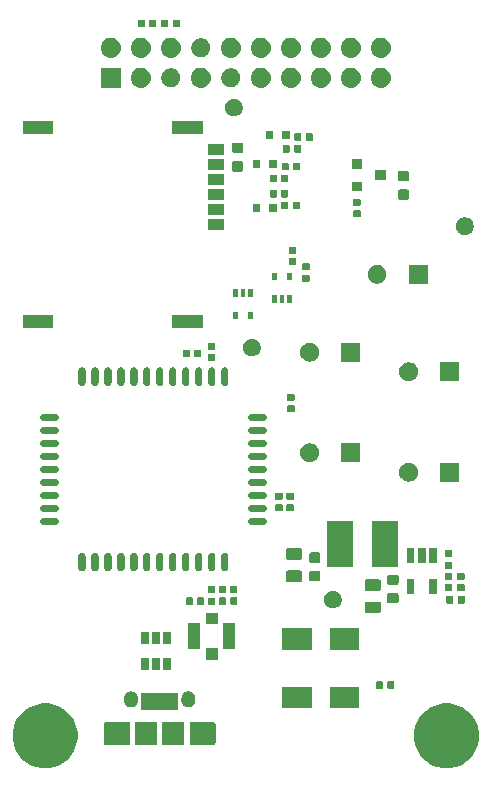
<source format=gts>
G04 #@! TF.GenerationSoftware,KiCad,Pcbnew,5.1.4-e60b266~84~ubuntu19.04.1*
G04 #@! TF.CreationDate,2019-10-04T13:32:44+08:00*
G04 #@! TF.ProjectId,cicada-2g,63696361-6461-42d3-9267-2e6b69636164,0.1*
G04 #@! TF.SameCoordinates,PX7cee6c0PY3dfd240*
G04 #@! TF.FileFunction,Soldermask,Top*
G04 #@! TF.FilePolarity,Negative*
%FSLAX46Y46*%
G04 Gerber Fmt 4.6, Leading zero omitted, Abs format (unit mm)*
G04 Created by KiCad (PCBNEW 5.1.4-e60b266~84~ubuntu19.04.1) date 2019-10-04 13:32:44*
%MOMM*%
%LPD*%
G04 APERTURE LIST*
%ADD10C,0.150000*%
G04 APERTURE END LIST*
D10*
G36*
X17802144Y-54355680D02*
G01*
X18302612Y-54562981D01*
X18753022Y-54863935D01*
X19136065Y-55246978D01*
X19437019Y-55697388D01*
X19644320Y-56197856D01*
X19750000Y-56729147D01*
X19750000Y-57270853D01*
X19644320Y-57802144D01*
X19437019Y-58302612D01*
X19136065Y-58753022D01*
X18753022Y-59136065D01*
X18302612Y-59437019D01*
X17802144Y-59644320D01*
X17270853Y-59750000D01*
X16729147Y-59750000D01*
X16197856Y-59644320D01*
X15697388Y-59437019D01*
X15246978Y-59136065D01*
X14863935Y-58753022D01*
X14562981Y-58302612D01*
X14355680Y-57802144D01*
X14250000Y-57270853D01*
X14250000Y-56729147D01*
X14355680Y-56197856D01*
X14562981Y-55697388D01*
X14863935Y-55246978D01*
X15246978Y-54863935D01*
X15697388Y-54562981D01*
X16197856Y-54355680D01*
X16729147Y-54250000D01*
X17270853Y-54250000D01*
X17802144Y-54355680D01*
X17802144Y-54355680D01*
G37*
G36*
X-16197856Y-54355680D02*
G01*
X-15697388Y-54562981D01*
X-15246978Y-54863935D01*
X-14863935Y-55246978D01*
X-14562981Y-55697388D01*
X-14355680Y-56197856D01*
X-14250000Y-56729147D01*
X-14250000Y-57270853D01*
X-14355680Y-57802144D01*
X-14562981Y-58302612D01*
X-14863935Y-58753022D01*
X-15246978Y-59136065D01*
X-15697388Y-59437019D01*
X-16197856Y-59644320D01*
X-16729147Y-59750000D01*
X-17270853Y-59750000D01*
X-17802144Y-59644320D01*
X-18302612Y-59437019D01*
X-18753022Y-59136065D01*
X-19136065Y-58753022D01*
X-19437019Y-58302612D01*
X-19644320Y-57802144D01*
X-19750000Y-57270853D01*
X-19750000Y-56729147D01*
X-19644320Y-56197856D01*
X-19437019Y-55697388D01*
X-19136065Y-55246978D01*
X-18753022Y-54863935D01*
X-18302612Y-54562981D01*
X-17802144Y-54355680D01*
X-17270853Y-54250000D01*
X-16729147Y-54250000D01*
X-16197856Y-54355680D01*
X-16197856Y-54355680D01*
G37*
G36*
X-10866227Y-55799398D02*
G01*
X-10853975Y-55800000D01*
X-9850000Y-55800000D01*
X-9850000Y-57800000D01*
X-10853975Y-57800000D01*
X-10866227Y-57800602D01*
X-10900000Y-57803928D01*
X-10933773Y-57800602D01*
X-10946025Y-57800000D01*
X-11835905Y-57800000D01*
X-11836611Y-57799140D01*
X-11855553Y-57783595D01*
X-11877159Y-57772047D01*
X-11892103Y-57765857D01*
X-11941239Y-57733026D01*
X-11983026Y-57691239D01*
X-12015857Y-57642103D01*
X-12022047Y-57627159D01*
X-12033595Y-57605554D01*
X-12049140Y-57586612D01*
X-12050000Y-57585906D01*
X-12050000Y-56014095D01*
X-12049140Y-56013389D01*
X-12033595Y-55994447D01*
X-12022047Y-55972841D01*
X-12015857Y-55957897D01*
X-11983026Y-55908761D01*
X-11941239Y-55866974D01*
X-11892103Y-55834143D01*
X-11877159Y-55827953D01*
X-11855554Y-55816405D01*
X-11836612Y-55800860D01*
X-11835906Y-55800000D01*
X-10946025Y-55800000D01*
X-10933773Y-55799398D01*
X-10900000Y-55796072D01*
X-10866227Y-55799398D01*
X-10866227Y-55799398D01*
G37*
G36*
X-3666227Y-55799398D02*
G01*
X-3653975Y-55800000D01*
X-2764095Y-55800000D01*
X-2763389Y-55800860D01*
X-2744447Y-55816405D01*
X-2722841Y-55827953D01*
X-2707897Y-55834143D01*
X-2658761Y-55866974D01*
X-2616974Y-55908761D01*
X-2584143Y-55957897D01*
X-2577953Y-55972841D01*
X-2566405Y-55994446D01*
X-2550860Y-56013388D01*
X-2550000Y-56014094D01*
X-2550000Y-57585905D01*
X-2550860Y-57586611D01*
X-2566405Y-57605553D01*
X-2577953Y-57627159D01*
X-2584143Y-57642103D01*
X-2616974Y-57691239D01*
X-2658761Y-57733026D01*
X-2707897Y-57765857D01*
X-2722841Y-57772047D01*
X-2744446Y-57783595D01*
X-2763388Y-57799140D01*
X-2764094Y-57800000D01*
X-3653975Y-57800000D01*
X-3666227Y-57800602D01*
X-3700000Y-57803928D01*
X-3733773Y-57800602D01*
X-3746025Y-57800000D01*
X-4750000Y-57800000D01*
X-4750000Y-55800000D01*
X-3746025Y-55800000D01*
X-3733773Y-55799398D01*
X-3700000Y-55796072D01*
X-3666227Y-55799398D01*
X-3666227Y-55799398D01*
G37*
G36*
X-5200000Y-57800000D02*
G01*
X-7100000Y-57800000D01*
X-7100000Y-55800000D01*
X-5200000Y-55800000D01*
X-5200000Y-57800000D01*
X-5200000Y-57800000D01*
G37*
G36*
X-7500000Y-57800000D02*
G01*
X-9400000Y-57800000D01*
X-9400000Y-55800000D01*
X-7500000Y-55800000D01*
X-7500000Y-57800000D01*
X-7500000Y-57800000D01*
G37*
G36*
X-5750000Y-54850000D02*
G01*
X-8850000Y-54850000D01*
X-8850000Y-53400000D01*
X-5750000Y-53400000D01*
X-5750000Y-54850000D01*
X-5750000Y-54850000D01*
G37*
G36*
X5600000Y-54621000D02*
G01*
X3100000Y-54621000D01*
X3100000Y-52821000D01*
X5600000Y-52821000D01*
X5600000Y-54621000D01*
X5600000Y-54621000D01*
G37*
G36*
X9600000Y-54621000D02*
G01*
X7100000Y-54621000D01*
X7100000Y-52821000D01*
X9600000Y-52821000D01*
X9600000Y-54621000D01*
X9600000Y-54621000D01*
G37*
G36*
X-4772387Y-53232325D02*
G01*
X-4762280Y-53233320D01*
X-4708087Y-53249760D01*
X-4653893Y-53266199D01*
X-4554003Y-53319592D01*
X-4466446Y-53391446D01*
X-4394592Y-53479002D01*
X-4341199Y-53578892D01*
X-4308320Y-53687280D01*
X-4300000Y-53771754D01*
X-4300000Y-54028245D01*
X-4307131Y-54100651D01*
X-4308320Y-54112720D01*
X-4324760Y-54166913D01*
X-4341199Y-54221107D01*
X-4341200Y-54221108D01*
X-4394592Y-54320998D01*
X-4416917Y-54348201D01*
X-4466446Y-54408554D01*
X-4554002Y-54480408D01*
X-4653892Y-54533801D01*
X-4708086Y-54550241D01*
X-4762279Y-54566680D01*
X-4772386Y-54567675D01*
X-4875000Y-54577782D01*
X-4977613Y-54567675D01*
X-4987720Y-54566680D01*
X-5041913Y-54550241D01*
X-5096107Y-54533801D01*
X-5195997Y-54480408D01*
X-5283553Y-54408554D01*
X-5355407Y-54320998D01*
X-5408801Y-54221108D01*
X-5441680Y-54112720D01*
X-5450000Y-54028246D01*
X-5450000Y-53771755D01*
X-5441680Y-53687281D01*
X-5441679Y-53687279D01*
X-5408801Y-53578894D01*
X-5408801Y-53578893D01*
X-5355408Y-53479003D01*
X-5283554Y-53391446D01*
X-5195998Y-53319592D01*
X-5096108Y-53266199D01*
X-5041914Y-53249760D01*
X-4987721Y-53233320D01*
X-4977614Y-53232325D01*
X-4875000Y-53222218D01*
X-4772387Y-53232325D01*
X-4772387Y-53232325D01*
G37*
G36*
X-9622387Y-53232325D02*
G01*
X-9612280Y-53233320D01*
X-9558087Y-53249760D01*
X-9503893Y-53266199D01*
X-9404003Y-53319592D01*
X-9316446Y-53391446D01*
X-9244592Y-53479002D01*
X-9191199Y-53578892D01*
X-9158320Y-53687280D01*
X-9150000Y-53771754D01*
X-9150000Y-54028245D01*
X-9157131Y-54100651D01*
X-9158320Y-54112720D01*
X-9174760Y-54166913D01*
X-9191199Y-54221107D01*
X-9191200Y-54221108D01*
X-9244592Y-54320998D01*
X-9266917Y-54348201D01*
X-9316446Y-54408554D01*
X-9404002Y-54480408D01*
X-9503892Y-54533801D01*
X-9558086Y-54550241D01*
X-9612279Y-54566680D01*
X-9622386Y-54567675D01*
X-9725000Y-54577782D01*
X-9827613Y-54567675D01*
X-9837720Y-54566680D01*
X-9891913Y-54550241D01*
X-9946107Y-54533801D01*
X-10045997Y-54480408D01*
X-10133553Y-54408554D01*
X-10205407Y-54320998D01*
X-10258801Y-54221108D01*
X-10291680Y-54112720D01*
X-10300000Y-54028246D01*
X-10300000Y-53771755D01*
X-10291680Y-53687281D01*
X-10291679Y-53687279D01*
X-10258801Y-53578894D01*
X-10258801Y-53578893D01*
X-10205408Y-53479003D01*
X-10133554Y-53391446D01*
X-10045998Y-53319592D01*
X-9946108Y-53266199D01*
X-9891914Y-53249760D01*
X-9837721Y-53233320D01*
X-9827614Y-53232325D01*
X-9725000Y-53222218D01*
X-9622387Y-53232325D01*
X-9622387Y-53232325D01*
G37*
G36*
X12499463Y-52387226D02*
G01*
X12515299Y-52392030D01*
X12529886Y-52399827D01*
X12542677Y-52410323D01*
X12553173Y-52423114D01*
X12560970Y-52437701D01*
X12565774Y-52453537D01*
X12568000Y-52476140D01*
X12568000Y-52933860D01*
X12565774Y-52956463D01*
X12560970Y-52972299D01*
X12553173Y-52986886D01*
X12542677Y-52999677D01*
X12529886Y-53010173D01*
X12515299Y-53017970D01*
X12499463Y-53022774D01*
X12476860Y-53025000D01*
X12069140Y-53025000D01*
X12046537Y-53022774D01*
X12030701Y-53017970D01*
X12016114Y-53010173D01*
X12003323Y-52999677D01*
X11992827Y-52986886D01*
X11985030Y-52972299D01*
X11980226Y-52956463D01*
X11978000Y-52933860D01*
X11978000Y-52476140D01*
X11980226Y-52453537D01*
X11985030Y-52437701D01*
X11992827Y-52423114D01*
X12003323Y-52410323D01*
X12016114Y-52399827D01*
X12030701Y-52392030D01*
X12046537Y-52387226D01*
X12069140Y-52385000D01*
X12476860Y-52385000D01*
X12499463Y-52387226D01*
X12499463Y-52387226D01*
G37*
G36*
X11529463Y-52387226D02*
G01*
X11545299Y-52392030D01*
X11559886Y-52399827D01*
X11572677Y-52410323D01*
X11583173Y-52423114D01*
X11590970Y-52437701D01*
X11595774Y-52453537D01*
X11598000Y-52476140D01*
X11598000Y-52933860D01*
X11595774Y-52956463D01*
X11590970Y-52972299D01*
X11583173Y-52986886D01*
X11572677Y-52999677D01*
X11559886Y-53010173D01*
X11545299Y-53017970D01*
X11529463Y-53022774D01*
X11506860Y-53025000D01*
X11099140Y-53025000D01*
X11076537Y-53022774D01*
X11060701Y-53017970D01*
X11046114Y-53010173D01*
X11033323Y-52999677D01*
X11022827Y-52986886D01*
X11015030Y-52972299D01*
X11010226Y-52956463D01*
X11008000Y-52933860D01*
X11008000Y-52476140D01*
X11010226Y-52453537D01*
X11015030Y-52437701D01*
X11022827Y-52423114D01*
X11033323Y-52410323D01*
X11046114Y-52399827D01*
X11060701Y-52392030D01*
X11076537Y-52387226D01*
X11099140Y-52385000D01*
X11506860Y-52385000D01*
X11529463Y-52387226D01*
X11529463Y-52387226D01*
G37*
G36*
X-7275000Y-51430000D02*
G01*
X-7925000Y-51430000D01*
X-7925000Y-50370000D01*
X-7275000Y-50370000D01*
X-7275000Y-51430000D01*
X-7275000Y-51430000D01*
G37*
G36*
X-8225000Y-51430000D02*
G01*
X-8875000Y-51430000D01*
X-8875000Y-50370000D01*
X-8225000Y-50370000D01*
X-8225000Y-51430000D01*
X-8225000Y-51430000D01*
G37*
G36*
X-6325000Y-51430000D02*
G01*
X-6975000Y-51430000D01*
X-6975000Y-50370000D01*
X-6325000Y-50370000D01*
X-6325000Y-51430000D01*
X-6325000Y-51430000D01*
G37*
G36*
X-2400000Y-50570000D02*
G01*
X-3400000Y-50570000D01*
X-3400000Y-49570000D01*
X-2400000Y-49570000D01*
X-2400000Y-50570000D01*
X-2400000Y-50570000D01*
G37*
G36*
X5600000Y-49700000D02*
G01*
X3100000Y-49700000D01*
X3100000Y-47900000D01*
X5600000Y-47900000D01*
X5600000Y-49700000D01*
X5600000Y-49700000D01*
G37*
G36*
X9600000Y-49700000D02*
G01*
X7100000Y-49700000D01*
X7100000Y-47900000D01*
X9600000Y-47900000D01*
X9600000Y-49700000D01*
X9600000Y-49700000D01*
G37*
G36*
X-900000Y-49670000D02*
G01*
X-1950000Y-49670000D01*
X-1950000Y-47470000D01*
X-900000Y-47470000D01*
X-900000Y-49670000D01*
X-900000Y-49670000D01*
G37*
G36*
X-3850000Y-49670000D02*
G01*
X-4900000Y-49670000D01*
X-4900000Y-47470000D01*
X-3850000Y-47470000D01*
X-3850000Y-49670000D01*
X-3850000Y-49670000D01*
G37*
G36*
X-8225000Y-49230000D02*
G01*
X-8875000Y-49230000D01*
X-8875000Y-48170000D01*
X-8225000Y-48170000D01*
X-8225000Y-49230000D01*
X-8225000Y-49230000D01*
G37*
G36*
X-6325000Y-49230000D02*
G01*
X-6975000Y-49230000D01*
X-6975000Y-48170000D01*
X-6325000Y-48170000D01*
X-6325000Y-49230000D01*
X-6325000Y-49230000D01*
G37*
G36*
X-7275000Y-49230000D02*
G01*
X-7925000Y-49230000D01*
X-7925000Y-48170000D01*
X-7275000Y-48170000D01*
X-7275000Y-49230000D01*
X-7275000Y-49230000D01*
G37*
G36*
X-2400000Y-47570000D02*
G01*
X-3400000Y-47570000D01*
X-3400000Y-46570000D01*
X-2400000Y-46570000D01*
X-2400000Y-47570000D01*
X-2400000Y-47570000D01*
G37*
G36*
X11303991Y-45629075D02*
G01*
X11337879Y-45639355D01*
X11369112Y-45656050D01*
X11396486Y-45678514D01*
X11418950Y-45705888D01*
X11435645Y-45737121D01*
X11445925Y-45771009D01*
X11450000Y-45812388D01*
X11450000Y-46412612D01*
X11445925Y-46453991D01*
X11435645Y-46487879D01*
X11418950Y-46519112D01*
X11396486Y-46546486D01*
X11369112Y-46568950D01*
X11337879Y-46585645D01*
X11303991Y-46595925D01*
X11262612Y-46600000D01*
X10237388Y-46600000D01*
X10196009Y-46595925D01*
X10162121Y-46585645D01*
X10130888Y-46568950D01*
X10103514Y-46546486D01*
X10081050Y-46519112D01*
X10064355Y-46487879D01*
X10054075Y-46453991D01*
X10050000Y-46412612D01*
X10050000Y-45812388D01*
X10054075Y-45771009D01*
X10064355Y-45737121D01*
X10081050Y-45705888D01*
X10103514Y-45678514D01*
X10130888Y-45656050D01*
X10162121Y-45639355D01*
X10196009Y-45629075D01*
X10237388Y-45625000D01*
X11262612Y-45625000D01*
X11303991Y-45629075D01*
X11303991Y-45629075D01*
G37*
G36*
X7584766Y-44744821D02*
G01*
X7721257Y-44801358D01*
X7844097Y-44883437D01*
X7948563Y-44987903D01*
X8030642Y-45110743D01*
X8087179Y-45247234D01*
X8116000Y-45392130D01*
X8116000Y-45539870D01*
X8087179Y-45684766D01*
X8030642Y-45821257D01*
X7948563Y-45944097D01*
X7844097Y-46048563D01*
X7721257Y-46130642D01*
X7584766Y-46187179D01*
X7439870Y-46216000D01*
X7292130Y-46216000D01*
X7147234Y-46187179D01*
X7010743Y-46130642D01*
X6887903Y-46048563D01*
X6783437Y-45944097D01*
X6701358Y-45821257D01*
X6644821Y-45684766D01*
X6616000Y-45539870D01*
X6616000Y-45392130D01*
X6644821Y-45247234D01*
X6701358Y-45110743D01*
X6783437Y-44987903D01*
X6887903Y-44883437D01*
X7010743Y-44801358D01*
X7147234Y-44744821D01*
X7292130Y-44716000D01*
X7439870Y-44716000D01*
X7584766Y-44744821D01*
X7584766Y-44744821D01*
G37*
G36*
X-3588537Y-45282226D02*
G01*
X-3572701Y-45287030D01*
X-3558114Y-45294827D01*
X-3545323Y-45305323D01*
X-3534827Y-45318114D01*
X-3527030Y-45332701D01*
X-3522226Y-45348537D01*
X-3520000Y-45371140D01*
X-3520000Y-45828860D01*
X-3522226Y-45851463D01*
X-3527030Y-45867299D01*
X-3534827Y-45881886D01*
X-3545323Y-45894677D01*
X-3558114Y-45905173D01*
X-3572701Y-45912970D01*
X-3588537Y-45917774D01*
X-3611140Y-45920000D01*
X-4018860Y-45920000D01*
X-4041463Y-45917774D01*
X-4057299Y-45912970D01*
X-4071886Y-45905173D01*
X-4084677Y-45894677D01*
X-4095173Y-45881886D01*
X-4102970Y-45867299D01*
X-4107774Y-45851463D01*
X-4110000Y-45828860D01*
X-4110000Y-45371140D01*
X-4107774Y-45348537D01*
X-4102970Y-45332701D01*
X-4095173Y-45318114D01*
X-4084677Y-45305323D01*
X-4071886Y-45294827D01*
X-4057299Y-45287030D01*
X-4041463Y-45282226D01*
X-4018860Y-45280000D01*
X-3611140Y-45280000D01*
X-3588537Y-45282226D01*
X-3588537Y-45282226D01*
G37*
G36*
X-4558537Y-45282226D02*
G01*
X-4542701Y-45287030D01*
X-4528114Y-45294827D01*
X-4515323Y-45305323D01*
X-4504827Y-45318114D01*
X-4497030Y-45332701D01*
X-4492226Y-45348537D01*
X-4490000Y-45371140D01*
X-4490000Y-45828860D01*
X-4492226Y-45851463D01*
X-4497030Y-45867299D01*
X-4504827Y-45881886D01*
X-4515323Y-45894677D01*
X-4528114Y-45905173D01*
X-4542701Y-45912970D01*
X-4558537Y-45917774D01*
X-4581140Y-45920000D01*
X-4988860Y-45920000D01*
X-5011463Y-45917774D01*
X-5027299Y-45912970D01*
X-5041886Y-45905173D01*
X-5054677Y-45894677D01*
X-5065173Y-45881886D01*
X-5072970Y-45867299D01*
X-5077774Y-45851463D01*
X-5080000Y-45828860D01*
X-5080000Y-45371140D01*
X-5077774Y-45348537D01*
X-5072970Y-45332701D01*
X-5065173Y-45318114D01*
X-5054677Y-45305323D01*
X-5041886Y-45294827D01*
X-5027299Y-45287030D01*
X-5011463Y-45282226D01*
X-4988860Y-45280000D01*
X-4581140Y-45280000D01*
X-4558537Y-45282226D01*
X-4558537Y-45282226D01*
G37*
G36*
X-1753537Y-45282226D02*
G01*
X-1737701Y-45287030D01*
X-1723114Y-45294827D01*
X-1710323Y-45305323D01*
X-1699827Y-45318114D01*
X-1692030Y-45332701D01*
X-1687226Y-45348537D01*
X-1685000Y-45371140D01*
X-1685000Y-45828860D01*
X-1687226Y-45851463D01*
X-1692030Y-45867299D01*
X-1699827Y-45881886D01*
X-1710323Y-45894677D01*
X-1723114Y-45905173D01*
X-1737701Y-45912970D01*
X-1753537Y-45917774D01*
X-1776140Y-45920000D01*
X-2183860Y-45920000D01*
X-2206463Y-45917774D01*
X-2222299Y-45912970D01*
X-2236886Y-45905173D01*
X-2249677Y-45894677D01*
X-2260173Y-45881886D01*
X-2267970Y-45867299D01*
X-2272774Y-45851463D01*
X-2275000Y-45828860D01*
X-2275000Y-45371140D01*
X-2272774Y-45348537D01*
X-2267970Y-45332701D01*
X-2260173Y-45318114D01*
X-2249677Y-45305323D01*
X-2236886Y-45294827D01*
X-2222299Y-45287030D01*
X-2206463Y-45282226D01*
X-2183860Y-45280000D01*
X-1776140Y-45280000D01*
X-1753537Y-45282226D01*
X-1753537Y-45282226D01*
G37*
G36*
X-783537Y-45282226D02*
G01*
X-767701Y-45287030D01*
X-753114Y-45294827D01*
X-740323Y-45305323D01*
X-729827Y-45318114D01*
X-722030Y-45332701D01*
X-717226Y-45348537D01*
X-715000Y-45371140D01*
X-715000Y-45828860D01*
X-717226Y-45851463D01*
X-722030Y-45867299D01*
X-729827Y-45881886D01*
X-740323Y-45894677D01*
X-753114Y-45905173D01*
X-767701Y-45912970D01*
X-783537Y-45917774D01*
X-806140Y-45920000D01*
X-1213860Y-45920000D01*
X-1236463Y-45917774D01*
X-1252299Y-45912970D01*
X-1266886Y-45905173D01*
X-1279677Y-45894677D01*
X-1290173Y-45881886D01*
X-1297970Y-45867299D01*
X-1302774Y-45851463D01*
X-1305000Y-45828860D01*
X-1305000Y-45371140D01*
X-1302774Y-45348537D01*
X-1297970Y-45332701D01*
X-1290173Y-45318114D01*
X-1279677Y-45305323D01*
X-1266886Y-45294827D01*
X-1252299Y-45287030D01*
X-1236463Y-45282226D01*
X-1213860Y-45280000D01*
X-806140Y-45280000D01*
X-783537Y-45282226D01*
X-783537Y-45282226D01*
G37*
G36*
X-2648537Y-45312226D02*
G01*
X-2632701Y-45317030D01*
X-2618114Y-45324827D01*
X-2605323Y-45335323D01*
X-2594827Y-45348114D01*
X-2587030Y-45362701D01*
X-2582226Y-45378537D01*
X-2580000Y-45401140D01*
X-2580000Y-45808860D01*
X-2582226Y-45831463D01*
X-2587030Y-45847299D01*
X-2594827Y-45861886D01*
X-2605323Y-45874677D01*
X-2618114Y-45885173D01*
X-2632701Y-45892970D01*
X-2648537Y-45897774D01*
X-2671140Y-45900000D01*
X-3128860Y-45900000D01*
X-3151463Y-45897774D01*
X-3167299Y-45892970D01*
X-3181886Y-45885173D01*
X-3194677Y-45874677D01*
X-3205173Y-45861886D01*
X-3212970Y-45847299D01*
X-3217774Y-45831463D01*
X-3220000Y-45808860D01*
X-3220000Y-45401140D01*
X-3217774Y-45378537D01*
X-3212970Y-45362701D01*
X-3205173Y-45348114D01*
X-3194677Y-45335323D01*
X-3181886Y-45324827D01*
X-3167299Y-45317030D01*
X-3151463Y-45312226D01*
X-3128860Y-45310000D01*
X-2671140Y-45310000D01*
X-2648537Y-45312226D01*
X-2648537Y-45312226D01*
G37*
G36*
X17491463Y-45157226D02*
G01*
X17507299Y-45162030D01*
X17521886Y-45169827D01*
X17534677Y-45180323D01*
X17545173Y-45193114D01*
X17552970Y-45207701D01*
X17557774Y-45223537D01*
X17560000Y-45246140D01*
X17560000Y-45703860D01*
X17557774Y-45726463D01*
X17552970Y-45742299D01*
X17545173Y-45756886D01*
X17534677Y-45769677D01*
X17521886Y-45780173D01*
X17507299Y-45787970D01*
X17491463Y-45792774D01*
X17468860Y-45795000D01*
X17061140Y-45795000D01*
X17038537Y-45792774D01*
X17022701Y-45787970D01*
X17008114Y-45780173D01*
X16995323Y-45769677D01*
X16984827Y-45756886D01*
X16977030Y-45742299D01*
X16972226Y-45726463D01*
X16970000Y-45703860D01*
X16970000Y-45246140D01*
X16972226Y-45223537D01*
X16977030Y-45207701D01*
X16984827Y-45193114D01*
X16995323Y-45180323D01*
X17008114Y-45169827D01*
X17022701Y-45162030D01*
X17038537Y-45157226D01*
X17061140Y-45155000D01*
X17468860Y-45155000D01*
X17491463Y-45157226D01*
X17491463Y-45157226D01*
G37*
G36*
X18461463Y-45157226D02*
G01*
X18477299Y-45162030D01*
X18491886Y-45169827D01*
X18504677Y-45180323D01*
X18515173Y-45193114D01*
X18522970Y-45207701D01*
X18527774Y-45223537D01*
X18530000Y-45246140D01*
X18530000Y-45703860D01*
X18527774Y-45726463D01*
X18522970Y-45742299D01*
X18515173Y-45756886D01*
X18504677Y-45769677D01*
X18491886Y-45780173D01*
X18477299Y-45787970D01*
X18461463Y-45792774D01*
X18438860Y-45795000D01*
X18031140Y-45795000D01*
X18008537Y-45792774D01*
X17992701Y-45787970D01*
X17978114Y-45780173D01*
X17965323Y-45769677D01*
X17954827Y-45756886D01*
X17947030Y-45742299D01*
X17942226Y-45726463D01*
X17940000Y-45703860D01*
X17940000Y-45246140D01*
X17942226Y-45223537D01*
X17947030Y-45207701D01*
X17954827Y-45193114D01*
X17965323Y-45180323D01*
X17978114Y-45169827D01*
X17992701Y-45162030D01*
X18008537Y-45157226D01*
X18031140Y-45155000D01*
X18438860Y-45155000D01*
X18461463Y-45157226D01*
X18461463Y-45157226D01*
G37*
G36*
X12799116Y-44916095D02*
G01*
X12828311Y-44924952D01*
X12855223Y-44939337D01*
X12878808Y-44958692D01*
X12898163Y-44982277D01*
X12912548Y-45009189D01*
X12921405Y-45038384D01*
X12925000Y-45074890D01*
X12925000Y-45625110D01*
X12921405Y-45661616D01*
X12912548Y-45690811D01*
X12898163Y-45717723D01*
X12878808Y-45741308D01*
X12855223Y-45760663D01*
X12828311Y-45775048D01*
X12799116Y-45783905D01*
X12762610Y-45787500D01*
X12137390Y-45787500D01*
X12100884Y-45783905D01*
X12071689Y-45775048D01*
X12044777Y-45760663D01*
X12021192Y-45741308D01*
X12001837Y-45717723D01*
X11987452Y-45690811D01*
X11978595Y-45661616D01*
X11975000Y-45625110D01*
X11975000Y-45074890D01*
X11978595Y-45038384D01*
X11987452Y-45009189D01*
X12001837Y-44982277D01*
X12021192Y-44958692D01*
X12044777Y-44939337D01*
X12071689Y-44924952D01*
X12100884Y-44916095D01*
X12137390Y-44912500D01*
X12762610Y-44912500D01*
X12799116Y-44916095D01*
X12799116Y-44916095D01*
G37*
G36*
X16172250Y-44963971D02*
G01*
X15522250Y-44963971D01*
X15522250Y-43743971D01*
X16172250Y-43743971D01*
X16172250Y-44963971D01*
X16172250Y-44963971D01*
G37*
G36*
X14272250Y-44963971D02*
G01*
X13622250Y-44963971D01*
X13622250Y-43743971D01*
X14272250Y-43743971D01*
X14272250Y-44963971D01*
X14272250Y-44963971D01*
G37*
G36*
X-2648537Y-44342226D02*
G01*
X-2632701Y-44347030D01*
X-2618114Y-44354827D01*
X-2605323Y-44365323D01*
X-2594827Y-44378114D01*
X-2587030Y-44392701D01*
X-2582226Y-44408537D01*
X-2580000Y-44431140D01*
X-2580000Y-44838860D01*
X-2582226Y-44861463D01*
X-2587030Y-44877299D01*
X-2594827Y-44891886D01*
X-2605323Y-44904677D01*
X-2618114Y-44915173D01*
X-2632701Y-44922970D01*
X-2648537Y-44927774D01*
X-2671140Y-44930000D01*
X-3128860Y-44930000D01*
X-3151463Y-44927774D01*
X-3167299Y-44922970D01*
X-3181886Y-44915173D01*
X-3194677Y-44904677D01*
X-3205173Y-44891886D01*
X-3212970Y-44877299D01*
X-3217774Y-44861463D01*
X-3220000Y-44838860D01*
X-3220000Y-44431140D01*
X-3217774Y-44408537D01*
X-3212970Y-44392701D01*
X-3205173Y-44378114D01*
X-3194677Y-44365323D01*
X-3181886Y-44354827D01*
X-3167299Y-44347030D01*
X-3151463Y-44342226D01*
X-3128860Y-44340000D01*
X-2671140Y-44340000D01*
X-2648537Y-44342226D01*
X-2648537Y-44342226D01*
G37*
G36*
X-783537Y-44282226D02*
G01*
X-767701Y-44287030D01*
X-753114Y-44294827D01*
X-740323Y-44305323D01*
X-729827Y-44318114D01*
X-722030Y-44332701D01*
X-717226Y-44348537D01*
X-715000Y-44371140D01*
X-715000Y-44828860D01*
X-717226Y-44851463D01*
X-722030Y-44867299D01*
X-729827Y-44881886D01*
X-740323Y-44894677D01*
X-753114Y-44905173D01*
X-767701Y-44912970D01*
X-783537Y-44917774D01*
X-806140Y-44920000D01*
X-1213860Y-44920000D01*
X-1236463Y-44917774D01*
X-1252299Y-44912970D01*
X-1266886Y-44905173D01*
X-1279677Y-44894677D01*
X-1290173Y-44881886D01*
X-1297970Y-44867299D01*
X-1302774Y-44851463D01*
X-1305000Y-44828860D01*
X-1305000Y-44371140D01*
X-1302774Y-44348537D01*
X-1297970Y-44332701D01*
X-1290173Y-44318114D01*
X-1279677Y-44305323D01*
X-1266886Y-44294827D01*
X-1252299Y-44287030D01*
X-1236463Y-44282226D01*
X-1213860Y-44280000D01*
X-806140Y-44280000D01*
X-783537Y-44282226D01*
X-783537Y-44282226D01*
G37*
G36*
X-1753537Y-44282226D02*
G01*
X-1737701Y-44287030D01*
X-1723114Y-44294827D01*
X-1710323Y-44305323D01*
X-1699827Y-44318114D01*
X-1692030Y-44332701D01*
X-1687226Y-44348537D01*
X-1685000Y-44371140D01*
X-1685000Y-44828860D01*
X-1687226Y-44851463D01*
X-1692030Y-44867299D01*
X-1699827Y-44881886D01*
X-1710323Y-44894677D01*
X-1723114Y-44905173D01*
X-1737701Y-44912970D01*
X-1753537Y-44917774D01*
X-1776140Y-44920000D01*
X-2183860Y-44920000D01*
X-2206463Y-44917774D01*
X-2222299Y-44912970D01*
X-2236886Y-44905173D01*
X-2249677Y-44894677D01*
X-2260173Y-44881886D01*
X-2267970Y-44867299D01*
X-2272774Y-44851463D01*
X-2275000Y-44828860D01*
X-2275000Y-44371140D01*
X-2272774Y-44348537D01*
X-2267970Y-44332701D01*
X-2260173Y-44318114D01*
X-2249677Y-44305323D01*
X-2236886Y-44294827D01*
X-2222299Y-44287030D01*
X-2206463Y-44282226D01*
X-2183860Y-44280000D01*
X-1776140Y-44280000D01*
X-1753537Y-44282226D01*
X-1753537Y-44282226D01*
G37*
G36*
X18448709Y-44167226D02*
G01*
X18464545Y-44172030D01*
X18479132Y-44179827D01*
X18491923Y-44190323D01*
X18502419Y-44203114D01*
X18510216Y-44217701D01*
X18515020Y-44233537D01*
X18517246Y-44256140D01*
X18517246Y-44663860D01*
X18515020Y-44686463D01*
X18510216Y-44702299D01*
X18502419Y-44716886D01*
X18491923Y-44729677D01*
X18479132Y-44740173D01*
X18464545Y-44747970D01*
X18448709Y-44752774D01*
X18426106Y-44755000D01*
X17968386Y-44755000D01*
X17945783Y-44752774D01*
X17929947Y-44747970D01*
X17915360Y-44740173D01*
X17902569Y-44729677D01*
X17892073Y-44716886D01*
X17884276Y-44702299D01*
X17879472Y-44686463D01*
X17877246Y-44663860D01*
X17877246Y-44256140D01*
X17879472Y-44233537D01*
X17884276Y-44217701D01*
X17892073Y-44203114D01*
X17902569Y-44190323D01*
X17915360Y-44179827D01*
X17929947Y-44172030D01*
X17945783Y-44167226D01*
X17968386Y-44165000D01*
X18426106Y-44165000D01*
X18448709Y-44167226D01*
X18448709Y-44167226D01*
G37*
G36*
X17401463Y-44167226D02*
G01*
X17417299Y-44172030D01*
X17431886Y-44179827D01*
X17444677Y-44190323D01*
X17455173Y-44203114D01*
X17462970Y-44217701D01*
X17467774Y-44233537D01*
X17470000Y-44256140D01*
X17470000Y-44663860D01*
X17467774Y-44686463D01*
X17462970Y-44702299D01*
X17455173Y-44716886D01*
X17444677Y-44729677D01*
X17431886Y-44740173D01*
X17417299Y-44747970D01*
X17401463Y-44752774D01*
X17378860Y-44755000D01*
X16921140Y-44755000D01*
X16898537Y-44752774D01*
X16882701Y-44747970D01*
X16868114Y-44740173D01*
X16855323Y-44729677D01*
X16844827Y-44716886D01*
X16837030Y-44702299D01*
X16832226Y-44686463D01*
X16830000Y-44663860D01*
X16830000Y-44256140D01*
X16832226Y-44233537D01*
X16837030Y-44217701D01*
X16844827Y-44203114D01*
X16855323Y-44190323D01*
X16868114Y-44179827D01*
X16882701Y-44172030D01*
X16898537Y-44167226D01*
X16921140Y-44165000D01*
X17378860Y-44165000D01*
X17401463Y-44167226D01*
X17401463Y-44167226D01*
G37*
G36*
X11303991Y-43754075D02*
G01*
X11337879Y-43764355D01*
X11369112Y-43781050D01*
X11396486Y-43803514D01*
X11418950Y-43830888D01*
X11435645Y-43862121D01*
X11445925Y-43896009D01*
X11450000Y-43937388D01*
X11450000Y-44537612D01*
X11445925Y-44578991D01*
X11435645Y-44612879D01*
X11418950Y-44644112D01*
X11396486Y-44671486D01*
X11369112Y-44693950D01*
X11337879Y-44710645D01*
X11303991Y-44720925D01*
X11262612Y-44725000D01*
X10237388Y-44725000D01*
X10196009Y-44720925D01*
X10162121Y-44710645D01*
X10130888Y-44693950D01*
X10103514Y-44671486D01*
X10081050Y-44644112D01*
X10064355Y-44612879D01*
X10054075Y-44578991D01*
X10050000Y-44537612D01*
X10050000Y-43937388D01*
X10054075Y-43896009D01*
X10064355Y-43862121D01*
X10081050Y-43830888D01*
X10103514Y-43803514D01*
X10130888Y-43781050D01*
X10162121Y-43764355D01*
X10196009Y-43754075D01*
X10237388Y-43750000D01*
X11262612Y-43750000D01*
X11303991Y-43754075D01*
X11303991Y-43754075D01*
G37*
G36*
X12799116Y-43341095D02*
G01*
X12828311Y-43349952D01*
X12855223Y-43364337D01*
X12878808Y-43383692D01*
X12898163Y-43407277D01*
X12912548Y-43434189D01*
X12921405Y-43463384D01*
X12925000Y-43499890D01*
X12925000Y-44050110D01*
X12921405Y-44086616D01*
X12912548Y-44115811D01*
X12898163Y-44142723D01*
X12878808Y-44166308D01*
X12855223Y-44185663D01*
X12828311Y-44200048D01*
X12799116Y-44208905D01*
X12762610Y-44212500D01*
X12137390Y-44212500D01*
X12100884Y-44208905D01*
X12071689Y-44200048D01*
X12044777Y-44185663D01*
X12021192Y-44166308D01*
X12001837Y-44142723D01*
X11987452Y-44115811D01*
X11978595Y-44086616D01*
X11975000Y-44050110D01*
X11975000Y-43499890D01*
X11978595Y-43463384D01*
X11987452Y-43434189D01*
X12001837Y-43407277D01*
X12021192Y-43383692D01*
X12044777Y-43364337D01*
X12071689Y-43349952D01*
X12100884Y-43341095D01*
X12137390Y-43337500D01*
X12762610Y-43337500D01*
X12799116Y-43341095D01*
X12799116Y-43341095D01*
G37*
G36*
X4617991Y-42999075D02*
G01*
X4651879Y-43009355D01*
X4683112Y-43026050D01*
X4710486Y-43048514D01*
X4732950Y-43075888D01*
X4749645Y-43107121D01*
X4759925Y-43141009D01*
X4764000Y-43182388D01*
X4764000Y-43782612D01*
X4759925Y-43823991D01*
X4749645Y-43857879D01*
X4732950Y-43889112D01*
X4710486Y-43916486D01*
X4683112Y-43938950D01*
X4651879Y-43955645D01*
X4617991Y-43965925D01*
X4576612Y-43970000D01*
X3551388Y-43970000D01*
X3510009Y-43965925D01*
X3476121Y-43955645D01*
X3444888Y-43938950D01*
X3417514Y-43916486D01*
X3395050Y-43889112D01*
X3378355Y-43857879D01*
X3368075Y-43823991D01*
X3364000Y-43782612D01*
X3364000Y-43182388D01*
X3368075Y-43141009D01*
X3378355Y-43107121D01*
X3395050Y-43075888D01*
X3417514Y-43048514D01*
X3444888Y-43026050D01*
X3476121Y-43009355D01*
X3510009Y-42999075D01*
X3551388Y-42995000D01*
X4576612Y-42995000D01*
X4617991Y-42999075D01*
X4617991Y-42999075D01*
G37*
G36*
X6191116Y-43051095D02*
G01*
X6220311Y-43059952D01*
X6247223Y-43074337D01*
X6270808Y-43093692D01*
X6290163Y-43117277D01*
X6304548Y-43144189D01*
X6313405Y-43173384D01*
X6317000Y-43209890D01*
X6317000Y-43760110D01*
X6313405Y-43796616D01*
X6304548Y-43825811D01*
X6290163Y-43852723D01*
X6270808Y-43876308D01*
X6247223Y-43895663D01*
X6220311Y-43910048D01*
X6191116Y-43918905D01*
X6154610Y-43922500D01*
X5529390Y-43922500D01*
X5492884Y-43918905D01*
X5463689Y-43910048D01*
X5436777Y-43895663D01*
X5413192Y-43876308D01*
X5393837Y-43852723D01*
X5379452Y-43825811D01*
X5370595Y-43796616D01*
X5367000Y-43760110D01*
X5367000Y-43209890D01*
X5370595Y-43173384D01*
X5379452Y-43144189D01*
X5393837Y-43117277D01*
X5413192Y-43093692D01*
X5436777Y-43074337D01*
X5463689Y-43059952D01*
X5492884Y-43051095D01*
X5529390Y-43047500D01*
X6154610Y-43047500D01*
X6191116Y-43051095D01*
X6191116Y-43051095D01*
G37*
G36*
X18448709Y-43197226D02*
G01*
X18464545Y-43202030D01*
X18479132Y-43209827D01*
X18491923Y-43220323D01*
X18502419Y-43233114D01*
X18510216Y-43247701D01*
X18515020Y-43263537D01*
X18517246Y-43286140D01*
X18517246Y-43693860D01*
X18515020Y-43716463D01*
X18510216Y-43732299D01*
X18502419Y-43746886D01*
X18491923Y-43759677D01*
X18479132Y-43770173D01*
X18464545Y-43777970D01*
X18448709Y-43782774D01*
X18426106Y-43785000D01*
X17968386Y-43785000D01*
X17945783Y-43782774D01*
X17929947Y-43777970D01*
X17915360Y-43770173D01*
X17902569Y-43759677D01*
X17892073Y-43746886D01*
X17884276Y-43732299D01*
X17879472Y-43716463D01*
X17877246Y-43693860D01*
X17877246Y-43286140D01*
X17879472Y-43263537D01*
X17884276Y-43247701D01*
X17892073Y-43233114D01*
X17902569Y-43220323D01*
X17915360Y-43209827D01*
X17929947Y-43202030D01*
X17945783Y-43197226D01*
X17968386Y-43195000D01*
X18426106Y-43195000D01*
X18448709Y-43197226D01*
X18448709Y-43197226D01*
G37*
G36*
X17401463Y-43197226D02*
G01*
X17417299Y-43202030D01*
X17431886Y-43209827D01*
X17444677Y-43220323D01*
X17455173Y-43233114D01*
X17462970Y-43247701D01*
X17467774Y-43263537D01*
X17470000Y-43286140D01*
X17470000Y-43693860D01*
X17467774Y-43716463D01*
X17462970Y-43732299D01*
X17455173Y-43746886D01*
X17444677Y-43759677D01*
X17431886Y-43770173D01*
X17417299Y-43777970D01*
X17401463Y-43782774D01*
X17378860Y-43785000D01*
X16921140Y-43785000D01*
X16898537Y-43782774D01*
X16882701Y-43777970D01*
X16868114Y-43770173D01*
X16855323Y-43759677D01*
X16844827Y-43746886D01*
X16837030Y-43732299D01*
X16832226Y-43716463D01*
X16830000Y-43693860D01*
X16830000Y-43286140D01*
X16832226Y-43263537D01*
X16837030Y-43247701D01*
X16844827Y-43233114D01*
X16855323Y-43220323D01*
X16868114Y-43209827D01*
X16882701Y-43202030D01*
X16898537Y-43197226D01*
X16921140Y-43195000D01*
X17378860Y-43195000D01*
X17401463Y-43197226D01*
X17401463Y-43197226D01*
G37*
G36*
X-11655397Y-41475480D02*
G01*
X-11616190Y-41479341D01*
X-11559640Y-41496496D01*
X-11559637Y-41496497D01*
X-11507524Y-41524352D01*
X-11461842Y-41561842D01*
X-11424352Y-41607524D01*
X-11396497Y-41659637D01*
X-11396496Y-41659640D01*
X-11379341Y-41716190D01*
X-11375000Y-41760267D01*
X-11375000Y-42789733D01*
X-11379341Y-42833810D01*
X-11396496Y-42890359D01*
X-11396497Y-42890363D01*
X-11424352Y-42942476D01*
X-11461841Y-42988157D01*
X-11507525Y-43025648D01*
X-11559638Y-43053503D01*
X-11559641Y-43053504D01*
X-11616191Y-43070659D01*
X-11675000Y-43076451D01*
X-11675001Y-43076451D01*
X-11696465Y-43074337D01*
X-11733810Y-43070659D01*
X-11790360Y-43053504D01*
X-11790363Y-43053503D01*
X-11842476Y-43025648D01*
X-11888157Y-42988159D01*
X-11925648Y-42942475D01*
X-11953503Y-42890362D01*
X-11953504Y-42890359D01*
X-11970659Y-42833809D01*
X-11975000Y-42789732D01*
X-11974999Y-41760267D01*
X-11970658Y-41716190D01*
X-11953503Y-41659640D01*
X-11953502Y-41659637D01*
X-11925647Y-41607524D01*
X-11888157Y-41561842D01*
X-11842475Y-41524352D01*
X-11790362Y-41496497D01*
X-11790359Y-41496496D01*
X-11733809Y-41479341D01*
X-11675000Y-41473549D01*
X-11674999Y-41473549D01*
X-11655397Y-41475480D01*
X-11655397Y-41475480D01*
G37*
G36*
X-1755397Y-41475480D02*
G01*
X-1716190Y-41479341D01*
X-1659640Y-41496496D01*
X-1659637Y-41496497D01*
X-1607524Y-41524352D01*
X-1561842Y-41561842D01*
X-1524352Y-41607524D01*
X-1496497Y-41659637D01*
X-1496496Y-41659640D01*
X-1479341Y-41716190D01*
X-1475000Y-41760267D01*
X-1475000Y-42789733D01*
X-1479341Y-42833810D01*
X-1496496Y-42890359D01*
X-1496497Y-42890363D01*
X-1524352Y-42942476D01*
X-1561841Y-42988157D01*
X-1607525Y-43025648D01*
X-1659638Y-43053503D01*
X-1659641Y-43053504D01*
X-1716191Y-43070659D01*
X-1775000Y-43076451D01*
X-1775001Y-43076451D01*
X-1796465Y-43074337D01*
X-1833810Y-43070659D01*
X-1890360Y-43053504D01*
X-1890363Y-43053503D01*
X-1942476Y-43025648D01*
X-1988157Y-42988159D01*
X-2025648Y-42942475D01*
X-2053503Y-42890362D01*
X-2053504Y-42890359D01*
X-2070659Y-42833809D01*
X-2075000Y-42789732D01*
X-2074999Y-41760267D01*
X-2070658Y-41716190D01*
X-2053503Y-41659640D01*
X-2053502Y-41659637D01*
X-2025647Y-41607524D01*
X-1988157Y-41561842D01*
X-1942475Y-41524352D01*
X-1890362Y-41496497D01*
X-1890359Y-41496496D01*
X-1833809Y-41479341D01*
X-1775000Y-41473549D01*
X-1774999Y-41473549D01*
X-1755397Y-41475480D01*
X-1755397Y-41475480D01*
G37*
G36*
X-5055397Y-41475480D02*
G01*
X-5016190Y-41479341D01*
X-4959640Y-41496496D01*
X-4959637Y-41496497D01*
X-4907524Y-41524352D01*
X-4861842Y-41561842D01*
X-4824352Y-41607524D01*
X-4796497Y-41659637D01*
X-4796496Y-41659640D01*
X-4779341Y-41716190D01*
X-4775000Y-41760267D01*
X-4775000Y-42789733D01*
X-4779341Y-42833810D01*
X-4796496Y-42890359D01*
X-4796497Y-42890363D01*
X-4824352Y-42942476D01*
X-4861841Y-42988157D01*
X-4907525Y-43025648D01*
X-4959638Y-43053503D01*
X-4959641Y-43053504D01*
X-5016191Y-43070659D01*
X-5075000Y-43076451D01*
X-5075001Y-43076451D01*
X-5096465Y-43074337D01*
X-5133810Y-43070659D01*
X-5190360Y-43053504D01*
X-5190363Y-43053503D01*
X-5242476Y-43025648D01*
X-5288157Y-42988159D01*
X-5325648Y-42942475D01*
X-5353503Y-42890362D01*
X-5353504Y-42890359D01*
X-5370659Y-42833809D01*
X-5375000Y-42789732D01*
X-5374999Y-41760267D01*
X-5370658Y-41716190D01*
X-5353503Y-41659640D01*
X-5353502Y-41659637D01*
X-5325647Y-41607524D01*
X-5288157Y-41561842D01*
X-5242475Y-41524352D01*
X-5190362Y-41496497D01*
X-5190359Y-41496496D01*
X-5133809Y-41479341D01*
X-5075000Y-41473549D01*
X-5074999Y-41473549D01*
X-5055397Y-41475480D01*
X-5055397Y-41475480D01*
G37*
G36*
X-7255397Y-41475480D02*
G01*
X-7216190Y-41479341D01*
X-7159640Y-41496496D01*
X-7159637Y-41496497D01*
X-7107524Y-41524352D01*
X-7061842Y-41561842D01*
X-7024352Y-41607524D01*
X-6996497Y-41659637D01*
X-6996496Y-41659640D01*
X-6979341Y-41716190D01*
X-6975000Y-41760267D01*
X-6975000Y-42789733D01*
X-6979341Y-42833810D01*
X-6996496Y-42890359D01*
X-6996497Y-42890363D01*
X-7024352Y-42942476D01*
X-7061841Y-42988157D01*
X-7107525Y-43025648D01*
X-7159638Y-43053503D01*
X-7159641Y-43053504D01*
X-7216191Y-43070659D01*
X-7275000Y-43076451D01*
X-7275001Y-43076451D01*
X-7296465Y-43074337D01*
X-7333810Y-43070659D01*
X-7390360Y-43053504D01*
X-7390363Y-43053503D01*
X-7442476Y-43025648D01*
X-7488157Y-42988159D01*
X-7525648Y-42942475D01*
X-7553503Y-42890362D01*
X-7553504Y-42890359D01*
X-7570659Y-42833809D01*
X-7575000Y-42789732D01*
X-7574999Y-41760267D01*
X-7570658Y-41716190D01*
X-7553503Y-41659640D01*
X-7553502Y-41659637D01*
X-7525647Y-41607524D01*
X-7488157Y-41561842D01*
X-7442475Y-41524352D01*
X-7390362Y-41496497D01*
X-7390359Y-41496496D01*
X-7333809Y-41479341D01*
X-7275000Y-41473549D01*
X-7274999Y-41473549D01*
X-7255397Y-41475480D01*
X-7255397Y-41475480D01*
G37*
G36*
X-8355397Y-41475480D02*
G01*
X-8316190Y-41479341D01*
X-8259640Y-41496496D01*
X-8259637Y-41496497D01*
X-8207524Y-41524352D01*
X-8161842Y-41561842D01*
X-8124352Y-41607524D01*
X-8096497Y-41659637D01*
X-8096496Y-41659640D01*
X-8079341Y-41716190D01*
X-8075000Y-41760267D01*
X-8075000Y-42789733D01*
X-8079341Y-42833810D01*
X-8096496Y-42890359D01*
X-8096497Y-42890363D01*
X-8124352Y-42942476D01*
X-8161841Y-42988157D01*
X-8207525Y-43025648D01*
X-8259638Y-43053503D01*
X-8259641Y-43053504D01*
X-8316191Y-43070659D01*
X-8375000Y-43076451D01*
X-8375001Y-43076451D01*
X-8396465Y-43074337D01*
X-8433810Y-43070659D01*
X-8490360Y-43053504D01*
X-8490363Y-43053503D01*
X-8542476Y-43025648D01*
X-8588157Y-42988159D01*
X-8625648Y-42942475D01*
X-8653503Y-42890362D01*
X-8653504Y-42890359D01*
X-8670659Y-42833809D01*
X-8675000Y-42789732D01*
X-8674999Y-41760267D01*
X-8670658Y-41716190D01*
X-8653503Y-41659640D01*
X-8653502Y-41659637D01*
X-8625647Y-41607524D01*
X-8588157Y-41561842D01*
X-8542475Y-41524352D01*
X-8490362Y-41496497D01*
X-8490359Y-41496496D01*
X-8433809Y-41479341D01*
X-8375000Y-41473549D01*
X-8374999Y-41473549D01*
X-8355397Y-41475480D01*
X-8355397Y-41475480D01*
G37*
G36*
X-6155397Y-41475480D02*
G01*
X-6116190Y-41479341D01*
X-6059640Y-41496496D01*
X-6059637Y-41496497D01*
X-6007524Y-41524352D01*
X-5961842Y-41561842D01*
X-5924352Y-41607524D01*
X-5896497Y-41659637D01*
X-5896496Y-41659640D01*
X-5879341Y-41716190D01*
X-5875000Y-41760267D01*
X-5875000Y-42789733D01*
X-5879341Y-42833810D01*
X-5896496Y-42890359D01*
X-5896497Y-42890363D01*
X-5924352Y-42942476D01*
X-5961841Y-42988157D01*
X-6007525Y-43025648D01*
X-6059638Y-43053503D01*
X-6059641Y-43053504D01*
X-6116191Y-43070659D01*
X-6175000Y-43076451D01*
X-6175001Y-43076451D01*
X-6196465Y-43074337D01*
X-6233810Y-43070659D01*
X-6290360Y-43053504D01*
X-6290363Y-43053503D01*
X-6342476Y-43025648D01*
X-6388157Y-42988159D01*
X-6425648Y-42942475D01*
X-6453503Y-42890362D01*
X-6453504Y-42890359D01*
X-6470659Y-42833809D01*
X-6475000Y-42789732D01*
X-6474999Y-41760267D01*
X-6470658Y-41716190D01*
X-6453503Y-41659640D01*
X-6453502Y-41659637D01*
X-6425647Y-41607524D01*
X-6388157Y-41561842D01*
X-6342475Y-41524352D01*
X-6290362Y-41496497D01*
X-6290359Y-41496496D01*
X-6233809Y-41479341D01*
X-6175000Y-41473549D01*
X-6174999Y-41473549D01*
X-6155397Y-41475480D01*
X-6155397Y-41475480D01*
G37*
G36*
X-2855397Y-41475480D02*
G01*
X-2816190Y-41479341D01*
X-2759640Y-41496496D01*
X-2759637Y-41496497D01*
X-2707524Y-41524352D01*
X-2661842Y-41561842D01*
X-2624352Y-41607524D01*
X-2596497Y-41659637D01*
X-2596496Y-41659640D01*
X-2579341Y-41716190D01*
X-2575000Y-41760267D01*
X-2575000Y-42789733D01*
X-2579341Y-42833810D01*
X-2596496Y-42890359D01*
X-2596497Y-42890363D01*
X-2624352Y-42942476D01*
X-2661841Y-42988157D01*
X-2707525Y-43025648D01*
X-2759638Y-43053503D01*
X-2759641Y-43053504D01*
X-2816191Y-43070659D01*
X-2875000Y-43076451D01*
X-2875001Y-43076451D01*
X-2896465Y-43074337D01*
X-2933810Y-43070659D01*
X-2990360Y-43053504D01*
X-2990363Y-43053503D01*
X-3042476Y-43025648D01*
X-3088157Y-42988159D01*
X-3125648Y-42942475D01*
X-3153503Y-42890362D01*
X-3153504Y-42890359D01*
X-3170659Y-42833809D01*
X-3175000Y-42789732D01*
X-3174999Y-41760267D01*
X-3170658Y-41716190D01*
X-3153503Y-41659640D01*
X-3153502Y-41659637D01*
X-3125647Y-41607524D01*
X-3088157Y-41561842D01*
X-3042475Y-41524352D01*
X-2990362Y-41496497D01*
X-2990359Y-41496496D01*
X-2933809Y-41479341D01*
X-2875000Y-41473549D01*
X-2874999Y-41473549D01*
X-2855397Y-41475480D01*
X-2855397Y-41475480D01*
G37*
G36*
X-3955397Y-41475480D02*
G01*
X-3916190Y-41479341D01*
X-3859640Y-41496496D01*
X-3859637Y-41496497D01*
X-3807524Y-41524352D01*
X-3761842Y-41561842D01*
X-3724352Y-41607524D01*
X-3696497Y-41659637D01*
X-3696496Y-41659640D01*
X-3679341Y-41716190D01*
X-3675000Y-41760267D01*
X-3675000Y-42789733D01*
X-3679341Y-42833810D01*
X-3696496Y-42890359D01*
X-3696497Y-42890363D01*
X-3724352Y-42942476D01*
X-3761841Y-42988157D01*
X-3807525Y-43025648D01*
X-3859638Y-43053503D01*
X-3859641Y-43053504D01*
X-3916191Y-43070659D01*
X-3975000Y-43076451D01*
X-3975001Y-43076451D01*
X-3996465Y-43074337D01*
X-4033810Y-43070659D01*
X-4090360Y-43053504D01*
X-4090363Y-43053503D01*
X-4142476Y-43025648D01*
X-4188157Y-42988159D01*
X-4225648Y-42942475D01*
X-4253503Y-42890362D01*
X-4253504Y-42890359D01*
X-4270659Y-42833809D01*
X-4275000Y-42789732D01*
X-4274999Y-41760267D01*
X-4270658Y-41716190D01*
X-4253503Y-41659640D01*
X-4253502Y-41659637D01*
X-4225647Y-41607524D01*
X-4188157Y-41561842D01*
X-4142475Y-41524352D01*
X-4090362Y-41496497D01*
X-4090359Y-41496496D01*
X-4033809Y-41479341D01*
X-3975000Y-41473549D01*
X-3974999Y-41473549D01*
X-3955397Y-41475480D01*
X-3955397Y-41475480D01*
G37*
G36*
X-9455397Y-41475480D02*
G01*
X-9416190Y-41479341D01*
X-9359640Y-41496496D01*
X-9359637Y-41496497D01*
X-9307524Y-41524352D01*
X-9261842Y-41561842D01*
X-9224352Y-41607524D01*
X-9196497Y-41659637D01*
X-9196496Y-41659640D01*
X-9179341Y-41716190D01*
X-9175000Y-41760267D01*
X-9175000Y-42789733D01*
X-9179341Y-42833810D01*
X-9196496Y-42890359D01*
X-9196497Y-42890363D01*
X-9224352Y-42942476D01*
X-9261841Y-42988157D01*
X-9307525Y-43025648D01*
X-9359638Y-43053503D01*
X-9359641Y-43053504D01*
X-9416191Y-43070659D01*
X-9475000Y-43076451D01*
X-9475001Y-43076451D01*
X-9496465Y-43074337D01*
X-9533810Y-43070659D01*
X-9590360Y-43053504D01*
X-9590363Y-43053503D01*
X-9642476Y-43025648D01*
X-9688157Y-42988159D01*
X-9725648Y-42942475D01*
X-9753503Y-42890362D01*
X-9753504Y-42890359D01*
X-9770659Y-42833809D01*
X-9775000Y-42789732D01*
X-9774999Y-41760267D01*
X-9770658Y-41716190D01*
X-9753503Y-41659640D01*
X-9753502Y-41659637D01*
X-9725647Y-41607524D01*
X-9688157Y-41561842D01*
X-9642475Y-41524352D01*
X-9590362Y-41496497D01*
X-9590359Y-41496496D01*
X-9533809Y-41479341D01*
X-9475000Y-41473549D01*
X-9474999Y-41473549D01*
X-9455397Y-41475480D01*
X-9455397Y-41475480D01*
G37*
G36*
X-10555397Y-41475480D02*
G01*
X-10516190Y-41479341D01*
X-10459640Y-41496496D01*
X-10459637Y-41496497D01*
X-10407524Y-41524352D01*
X-10361842Y-41561842D01*
X-10324352Y-41607524D01*
X-10296497Y-41659637D01*
X-10296496Y-41659640D01*
X-10279341Y-41716190D01*
X-10275000Y-41760267D01*
X-10275000Y-42789733D01*
X-10279341Y-42833810D01*
X-10296496Y-42890359D01*
X-10296497Y-42890363D01*
X-10324352Y-42942476D01*
X-10361841Y-42988157D01*
X-10407525Y-43025648D01*
X-10459638Y-43053503D01*
X-10459641Y-43053504D01*
X-10516191Y-43070659D01*
X-10575000Y-43076451D01*
X-10575001Y-43076451D01*
X-10596465Y-43074337D01*
X-10633810Y-43070659D01*
X-10690360Y-43053504D01*
X-10690363Y-43053503D01*
X-10742476Y-43025648D01*
X-10788157Y-42988159D01*
X-10825648Y-42942475D01*
X-10853503Y-42890362D01*
X-10853504Y-42890359D01*
X-10870659Y-42833809D01*
X-10875000Y-42789732D01*
X-10874999Y-41760267D01*
X-10870658Y-41716190D01*
X-10853503Y-41659640D01*
X-10853502Y-41659637D01*
X-10825647Y-41607524D01*
X-10788157Y-41561842D01*
X-10742475Y-41524352D01*
X-10690362Y-41496497D01*
X-10690359Y-41496496D01*
X-10633809Y-41479341D01*
X-10575000Y-41473549D01*
X-10574999Y-41473549D01*
X-10555397Y-41475480D01*
X-10555397Y-41475480D01*
G37*
G36*
X-12755397Y-41475480D02*
G01*
X-12716190Y-41479341D01*
X-12659640Y-41496496D01*
X-12659637Y-41496497D01*
X-12607524Y-41524352D01*
X-12561842Y-41561842D01*
X-12524352Y-41607524D01*
X-12496497Y-41659637D01*
X-12496496Y-41659640D01*
X-12479341Y-41716190D01*
X-12475000Y-41760267D01*
X-12475000Y-42789733D01*
X-12479341Y-42833810D01*
X-12496496Y-42890359D01*
X-12496497Y-42890363D01*
X-12524352Y-42942476D01*
X-12561841Y-42988157D01*
X-12607525Y-43025648D01*
X-12659638Y-43053503D01*
X-12659641Y-43053504D01*
X-12716191Y-43070659D01*
X-12775000Y-43076451D01*
X-12775001Y-43076451D01*
X-12796465Y-43074337D01*
X-12833810Y-43070659D01*
X-12890360Y-43053504D01*
X-12890363Y-43053503D01*
X-12942476Y-43025648D01*
X-12988157Y-42988159D01*
X-13025648Y-42942475D01*
X-13053503Y-42890362D01*
X-13053504Y-42890359D01*
X-13070659Y-42833809D01*
X-13075000Y-42789732D01*
X-13074999Y-41760267D01*
X-13070658Y-41716190D01*
X-13053503Y-41659640D01*
X-13053502Y-41659637D01*
X-13025647Y-41607524D01*
X-12988157Y-41561842D01*
X-12942475Y-41524352D01*
X-12890362Y-41496497D01*
X-12890359Y-41496496D01*
X-12833809Y-41479341D01*
X-12775000Y-41473549D01*
X-12774999Y-41473549D01*
X-12755397Y-41475480D01*
X-12755397Y-41475480D01*
G37*
G36*
X-13855397Y-41475480D02*
G01*
X-13816190Y-41479341D01*
X-13759640Y-41496496D01*
X-13759637Y-41496497D01*
X-13707524Y-41524352D01*
X-13661842Y-41561842D01*
X-13624352Y-41607524D01*
X-13596497Y-41659637D01*
X-13596496Y-41659640D01*
X-13579341Y-41716190D01*
X-13575000Y-41760267D01*
X-13575000Y-42789733D01*
X-13579341Y-42833810D01*
X-13596496Y-42890359D01*
X-13596497Y-42890363D01*
X-13624352Y-42942476D01*
X-13661841Y-42988157D01*
X-13707525Y-43025648D01*
X-13759638Y-43053503D01*
X-13759641Y-43053504D01*
X-13816191Y-43070659D01*
X-13875000Y-43076451D01*
X-13875001Y-43076451D01*
X-13896465Y-43074337D01*
X-13933810Y-43070659D01*
X-13990360Y-43053504D01*
X-13990363Y-43053503D01*
X-14042476Y-43025648D01*
X-14088157Y-42988159D01*
X-14125648Y-42942475D01*
X-14153503Y-42890362D01*
X-14153504Y-42890359D01*
X-14170659Y-42833809D01*
X-14175000Y-42789732D01*
X-14174999Y-41760267D01*
X-14170658Y-41716190D01*
X-14153503Y-41659640D01*
X-14153502Y-41659637D01*
X-14125647Y-41607524D01*
X-14088157Y-41561842D01*
X-14042475Y-41524352D01*
X-13990362Y-41496497D01*
X-13990359Y-41496496D01*
X-13933809Y-41479341D01*
X-13875000Y-41473549D01*
X-13874999Y-41473549D01*
X-13855397Y-41475480D01*
X-13855397Y-41475480D01*
G37*
G36*
X17401463Y-42267226D02*
G01*
X17417299Y-42272030D01*
X17431886Y-42279827D01*
X17444677Y-42290323D01*
X17455173Y-42303114D01*
X17462970Y-42317701D01*
X17467774Y-42333537D01*
X17470000Y-42356140D01*
X17470000Y-42763860D01*
X17467774Y-42786463D01*
X17462970Y-42802299D01*
X17455173Y-42816886D01*
X17444677Y-42829677D01*
X17431886Y-42840173D01*
X17417299Y-42847970D01*
X17401463Y-42852774D01*
X17378860Y-42855000D01*
X16921140Y-42855000D01*
X16898537Y-42852774D01*
X16882701Y-42847970D01*
X16868114Y-42840173D01*
X16855323Y-42829677D01*
X16844827Y-42816886D01*
X16837030Y-42802299D01*
X16832226Y-42786463D01*
X16830000Y-42763860D01*
X16830000Y-42356140D01*
X16832226Y-42333537D01*
X16837030Y-42317701D01*
X16844827Y-42303114D01*
X16855323Y-42290323D01*
X16868114Y-42279827D01*
X16882701Y-42272030D01*
X16898537Y-42267226D01*
X16921140Y-42265000D01*
X17378860Y-42265000D01*
X17401463Y-42267226D01*
X17401463Y-42267226D01*
G37*
G36*
X12906000Y-42717000D02*
G01*
X10706000Y-42717000D01*
X10706000Y-38817000D01*
X12906000Y-38817000D01*
X12906000Y-42717000D01*
X12906000Y-42717000D01*
G37*
G36*
X9106000Y-42717000D02*
G01*
X6906000Y-42717000D01*
X6906000Y-38817000D01*
X9106000Y-38817000D01*
X9106000Y-42717000D01*
X9106000Y-42717000D01*
G37*
G36*
X6191116Y-41476095D02*
G01*
X6220311Y-41484952D01*
X6247223Y-41499337D01*
X6270808Y-41518692D01*
X6290163Y-41542277D01*
X6304548Y-41569189D01*
X6313405Y-41598384D01*
X6317000Y-41634890D01*
X6317000Y-42185110D01*
X6313405Y-42221616D01*
X6304548Y-42250811D01*
X6290163Y-42277723D01*
X6270808Y-42301308D01*
X6247223Y-42320663D01*
X6220311Y-42335048D01*
X6191116Y-42343905D01*
X6154610Y-42347500D01*
X5529390Y-42347500D01*
X5492884Y-42343905D01*
X5463689Y-42335048D01*
X5436777Y-42320663D01*
X5413192Y-42301308D01*
X5393837Y-42277723D01*
X5379452Y-42250811D01*
X5370595Y-42221616D01*
X5367000Y-42185110D01*
X5367000Y-41634890D01*
X5370595Y-41598384D01*
X5379452Y-41569189D01*
X5393837Y-41542277D01*
X5413192Y-41518692D01*
X5436777Y-41499337D01*
X5463689Y-41484952D01*
X5492884Y-41476095D01*
X5529390Y-41472500D01*
X6154610Y-41472500D01*
X6191116Y-41476095D01*
X6191116Y-41476095D01*
G37*
G36*
X15222250Y-42343971D02*
G01*
X14572250Y-42343971D01*
X14572250Y-41123971D01*
X15222250Y-41123971D01*
X15222250Y-42343971D01*
X15222250Y-42343971D01*
G37*
G36*
X14272250Y-42343971D02*
G01*
X13622250Y-42343971D01*
X13622250Y-41123971D01*
X14272250Y-41123971D01*
X14272250Y-42343971D01*
X14272250Y-42343971D01*
G37*
G36*
X16172250Y-42343971D02*
G01*
X15522250Y-42343971D01*
X15522250Y-41123971D01*
X16172250Y-41123971D01*
X16172250Y-42343971D01*
X16172250Y-42343971D01*
G37*
G36*
X4617991Y-41124075D02*
G01*
X4651879Y-41134355D01*
X4683112Y-41151050D01*
X4710486Y-41173514D01*
X4732950Y-41200888D01*
X4749645Y-41232121D01*
X4759925Y-41266009D01*
X4764000Y-41307388D01*
X4764000Y-41907612D01*
X4759925Y-41948991D01*
X4749645Y-41982879D01*
X4732950Y-42014112D01*
X4710486Y-42041486D01*
X4683112Y-42063950D01*
X4651879Y-42080645D01*
X4617991Y-42090925D01*
X4576612Y-42095000D01*
X3551388Y-42095000D01*
X3510009Y-42090925D01*
X3476121Y-42080645D01*
X3444888Y-42063950D01*
X3417514Y-42041486D01*
X3395050Y-42014112D01*
X3378355Y-41982879D01*
X3368075Y-41948991D01*
X3364000Y-41907612D01*
X3364000Y-41307388D01*
X3368075Y-41266009D01*
X3378355Y-41232121D01*
X3395050Y-41200888D01*
X3417514Y-41173514D01*
X3444888Y-41151050D01*
X3476121Y-41134355D01*
X3510009Y-41124075D01*
X3551388Y-41120000D01*
X4576612Y-41120000D01*
X4617991Y-41124075D01*
X4617991Y-41124075D01*
G37*
G36*
X17401463Y-41297226D02*
G01*
X17417299Y-41302030D01*
X17431886Y-41309827D01*
X17444677Y-41320323D01*
X17455173Y-41333114D01*
X17462970Y-41347701D01*
X17467774Y-41363537D01*
X17470000Y-41386140D01*
X17470000Y-41793860D01*
X17467774Y-41816463D01*
X17462970Y-41832299D01*
X17455173Y-41846886D01*
X17444677Y-41859677D01*
X17431886Y-41870173D01*
X17417299Y-41877970D01*
X17401463Y-41882774D01*
X17378860Y-41885000D01*
X16921140Y-41885000D01*
X16898537Y-41882774D01*
X16882701Y-41877970D01*
X16868114Y-41870173D01*
X16855323Y-41859677D01*
X16844827Y-41846886D01*
X16837030Y-41832299D01*
X16832226Y-41816463D01*
X16830000Y-41793860D01*
X16830000Y-41386140D01*
X16832226Y-41363537D01*
X16837030Y-41347701D01*
X16844827Y-41333114D01*
X16855323Y-41320323D01*
X16868114Y-41309827D01*
X16882701Y-41302030D01*
X16898537Y-41297226D01*
X16921140Y-41295000D01*
X17378860Y-41295000D01*
X17401463Y-41297226D01*
X17401463Y-41297226D01*
G37*
G36*
X-16095575Y-38526447D02*
G01*
X-16066190Y-38529341D01*
X-16009640Y-38546496D01*
X-16009637Y-38546497D01*
X-15957524Y-38574352D01*
X-15911842Y-38611842D01*
X-15874352Y-38657524D01*
X-15846497Y-38709637D01*
X-15846496Y-38709640D01*
X-15829341Y-38766190D01*
X-15823549Y-38825000D01*
X-15829341Y-38883810D01*
X-15846496Y-38940360D01*
X-15846497Y-38940363D01*
X-15874352Y-38992476D01*
X-15911842Y-39038158D01*
X-15957524Y-39075648D01*
X-16009637Y-39103503D01*
X-16009640Y-39103504D01*
X-16066190Y-39120659D01*
X-16095575Y-39123553D01*
X-16110266Y-39125000D01*
X-17139734Y-39125000D01*
X-17154425Y-39123553D01*
X-17183810Y-39120659D01*
X-17240360Y-39103504D01*
X-17240363Y-39103503D01*
X-17292476Y-39075648D01*
X-17338158Y-39038158D01*
X-17375648Y-38992476D01*
X-17403503Y-38940363D01*
X-17403504Y-38940360D01*
X-17420659Y-38883810D01*
X-17426451Y-38825000D01*
X-17420659Y-38766190D01*
X-17403504Y-38709640D01*
X-17403503Y-38709637D01*
X-17375648Y-38657524D01*
X-17338158Y-38611842D01*
X-17292476Y-38574352D01*
X-17240363Y-38546497D01*
X-17240360Y-38546496D01*
X-17183810Y-38529341D01*
X-17154425Y-38526447D01*
X-17139734Y-38525000D01*
X-16110266Y-38525000D01*
X-16095575Y-38526447D01*
X-16095575Y-38526447D01*
G37*
G36*
X1504425Y-38526447D02*
G01*
X1533810Y-38529341D01*
X1590360Y-38546496D01*
X1590363Y-38546497D01*
X1642476Y-38574352D01*
X1688158Y-38611842D01*
X1725648Y-38657524D01*
X1753503Y-38709637D01*
X1753504Y-38709640D01*
X1770659Y-38766190D01*
X1776451Y-38825000D01*
X1770659Y-38883810D01*
X1753504Y-38940360D01*
X1753503Y-38940363D01*
X1725648Y-38992476D01*
X1688158Y-39038158D01*
X1642476Y-39075648D01*
X1590363Y-39103503D01*
X1590360Y-39103504D01*
X1533810Y-39120659D01*
X1504425Y-39123553D01*
X1489734Y-39125000D01*
X460266Y-39125000D01*
X445575Y-39123553D01*
X416190Y-39120659D01*
X359640Y-39103504D01*
X359637Y-39103503D01*
X307524Y-39075648D01*
X261842Y-39038158D01*
X224352Y-38992476D01*
X196497Y-38940363D01*
X196496Y-38940360D01*
X179341Y-38883810D01*
X173549Y-38825000D01*
X179341Y-38766190D01*
X196496Y-38709640D01*
X196497Y-38709637D01*
X224352Y-38657524D01*
X261842Y-38611842D01*
X307524Y-38574352D01*
X359637Y-38546497D01*
X359640Y-38546496D01*
X416190Y-38529341D01*
X445575Y-38526447D01*
X460266Y-38525000D01*
X1489734Y-38525000D01*
X1504425Y-38526447D01*
X1504425Y-38526447D01*
G37*
G36*
X-16095575Y-37426447D02*
G01*
X-16066190Y-37429341D01*
X-16009640Y-37446496D01*
X-16009637Y-37446497D01*
X-15957524Y-37474352D01*
X-15911842Y-37511842D01*
X-15874352Y-37557524D01*
X-15846497Y-37609637D01*
X-15846496Y-37609640D01*
X-15829341Y-37666190D01*
X-15823549Y-37725000D01*
X-15829341Y-37783810D01*
X-15844112Y-37832500D01*
X-15846497Y-37840363D01*
X-15874352Y-37892476D01*
X-15911842Y-37938158D01*
X-15957524Y-37975648D01*
X-16009637Y-38003503D01*
X-16009640Y-38003504D01*
X-16066190Y-38020659D01*
X-16095575Y-38023553D01*
X-16110266Y-38025000D01*
X-17139734Y-38025000D01*
X-17154425Y-38023553D01*
X-17183810Y-38020659D01*
X-17240360Y-38003504D01*
X-17240363Y-38003503D01*
X-17292476Y-37975648D01*
X-17338158Y-37938158D01*
X-17375648Y-37892476D01*
X-17403503Y-37840363D01*
X-17405888Y-37832500D01*
X-17420659Y-37783810D01*
X-17426451Y-37725000D01*
X-17420659Y-37666190D01*
X-17403504Y-37609640D01*
X-17403503Y-37609637D01*
X-17375648Y-37557524D01*
X-17338158Y-37511842D01*
X-17292476Y-37474352D01*
X-17240363Y-37446497D01*
X-17240360Y-37446496D01*
X-17183810Y-37429341D01*
X-17154425Y-37426447D01*
X-17139734Y-37425000D01*
X-16110266Y-37425000D01*
X-16095575Y-37426447D01*
X-16095575Y-37426447D01*
G37*
G36*
X1504425Y-37426447D02*
G01*
X1533810Y-37429341D01*
X1590360Y-37446496D01*
X1590363Y-37446497D01*
X1642476Y-37474352D01*
X1688158Y-37511842D01*
X1725648Y-37557524D01*
X1753503Y-37609637D01*
X1753504Y-37609640D01*
X1770659Y-37666190D01*
X1776451Y-37725000D01*
X1770659Y-37783810D01*
X1755888Y-37832500D01*
X1753503Y-37840363D01*
X1725648Y-37892476D01*
X1688158Y-37938158D01*
X1642476Y-37975648D01*
X1590363Y-38003503D01*
X1590360Y-38003504D01*
X1533810Y-38020659D01*
X1504425Y-38023553D01*
X1489734Y-38025000D01*
X460266Y-38025000D01*
X445575Y-38023553D01*
X416190Y-38020659D01*
X359640Y-38003504D01*
X359637Y-38003503D01*
X307524Y-37975648D01*
X261842Y-37938158D01*
X224352Y-37892476D01*
X196497Y-37840363D01*
X194112Y-37832500D01*
X179341Y-37783810D01*
X173549Y-37725000D01*
X179341Y-37666190D01*
X196496Y-37609640D01*
X196497Y-37609637D01*
X224352Y-37557524D01*
X261842Y-37511842D01*
X307524Y-37474352D01*
X359637Y-37446497D01*
X359640Y-37446496D01*
X416190Y-37429341D01*
X445575Y-37426447D01*
X460266Y-37425000D01*
X1489734Y-37425000D01*
X1504425Y-37426447D01*
X1504425Y-37426447D01*
G37*
G36*
X4001463Y-37392226D02*
G01*
X4017299Y-37397030D01*
X4031886Y-37404827D01*
X4044677Y-37415323D01*
X4055173Y-37428114D01*
X4062970Y-37442701D01*
X4067774Y-37458537D01*
X4070000Y-37481140D01*
X4070000Y-37888860D01*
X4067774Y-37911463D01*
X4062970Y-37927299D01*
X4055173Y-37941886D01*
X4044677Y-37954677D01*
X4031886Y-37965173D01*
X4017299Y-37972970D01*
X4001463Y-37977774D01*
X3978860Y-37980000D01*
X3521140Y-37980000D01*
X3498537Y-37977774D01*
X3482701Y-37972970D01*
X3468114Y-37965173D01*
X3455323Y-37954677D01*
X3444827Y-37941886D01*
X3437030Y-37927299D01*
X3432226Y-37911463D01*
X3430000Y-37888860D01*
X3430000Y-37481140D01*
X3432226Y-37458537D01*
X3437030Y-37442701D01*
X3444827Y-37428114D01*
X3455323Y-37415323D01*
X3468114Y-37404827D01*
X3482701Y-37397030D01*
X3498537Y-37392226D01*
X3521140Y-37390000D01*
X3978860Y-37390000D01*
X4001463Y-37392226D01*
X4001463Y-37392226D01*
G37*
G36*
X3051463Y-37392226D02*
G01*
X3067299Y-37397030D01*
X3081886Y-37404827D01*
X3094677Y-37415323D01*
X3105173Y-37428114D01*
X3112970Y-37442701D01*
X3117774Y-37458537D01*
X3120000Y-37481140D01*
X3120000Y-37888860D01*
X3117774Y-37911463D01*
X3112970Y-37927299D01*
X3105173Y-37941886D01*
X3094677Y-37954677D01*
X3081886Y-37965173D01*
X3067299Y-37972970D01*
X3051463Y-37977774D01*
X3028860Y-37980000D01*
X2571140Y-37980000D01*
X2548537Y-37977774D01*
X2532701Y-37972970D01*
X2518114Y-37965173D01*
X2505323Y-37954677D01*
X2494827Y-37941886D01*
X2487030Y-37927299D01*
X2482226Y-37911463D01*
X2480000Y-37888860D01*
X2480000Y-37481140D01*
X2482226Y-37458537D01*
X2487030Y-37442701D01*
X2494827Y-37428114D01*
X2505323Y-37415323D01*
X2518114Y-37404827D01*
X2532701Y-37397030D01*
X2548537Y-37392226D01*
X2571140Y-37390000D01*
X3028860Y-37390000D01*
X3051463Y-37392226D01*
X3051463Y-37392226D01*
G37*
G36*
X3051463Y-36422226D02*
G01*
X3067299Y-36427030D01*
X3081886Y-36434827D01*
X3094677Y-36445323D01*
X3105173Y-36458114D01*
X3112970Y-36472701D01*
X3117774Y-36488537D01*
X3120000Y-36511140D01*
X3120000Y-36918860D01*
X3117774Y-36941463D01*
X3112970Y-36957299D01*
X3105173Y-36971886D01*
X3094677Y-36984677D01*
X3081886Y-36995173D01*
X3067299Y-37002970D01*
X3051463Y-37007774D01*
X3028860Y-37010000D01*
X2571140Y-37010000D01*
X2548537Y-37007774D01*
X2532701Y-37002970D01*
X2518114Y-36995173D01*
X2505323Y-36984677D01*
X2494827Y-36971886D01*
X2487030Y-36957299D01*
X2482226Y-36941463D01*
X2480000Y-36918860D01*
X2480000Y-36511140D01*
X2482226Y-36488537D01*
X2487030Y-36472701D01*
X2494827Y-36458114D01*
X2505323Y-36445323D01*
X2518114Y-36434827D01*
X2532701Y-36427030D01*
X2548537Y-36422226D01*
X2571140Y-36420000D01*
X3028860Y-36420000D01*
X3051463Y-36422226D01*
X3051463Y-36422226D01*
G37*
G36*
X4001463Y-36422226D02*
G01*
X4017299Y-36427030D01*
X4031886Y-36434827D01*
X4044677Y-36445323D01*
X4055173Y-36458114D01*
X4062970Y-36472701D01*
X4067774Y-36488537D01*
X4070000Y-36511140D01*
X4070000Y-36918860D01*
X4067774Y-36941463D01*
X4062970Y-36957299D01*
X4055173Y-36971886D01*
X4044677Y-36984677D01*
X4031886Y-36995173D01*
X4017299Y-37002970D01*
X4001463Y-37007774D01*
X3978860Y-37010000D01*
X3521140Y-37010000D01*
X3498537Y-37007774D01*
X3482701Y-37002970D01*
X3468114Y-36995173D01*
X3455323Y-36984677D01*
X3444827Y-36971886D01*
X3437030Y-36957299D01*
X3432226Y-36941463D01*
X3430000Y-36918860D01*
X3430000Y-36511140D01*
X3432226Y-36488537D01*
X3437030Y-36472701D01*
X3444827Y-36458114D01*
X3455323Y-36445323D01*
X3468114Y-36434827D01*
X3482701Y-36427030D01*
X3498537Y-36422226D01*
X3521140Y-36420000D01*
X3978860Y-36420000D01*
X4001463Y-36422226D01*
X4001463Y-36422226D01*
G37*
G36*
X-16095575Y-36326447D02*
G01*
X-16066190Y-36329341D01*
X-16009640Y-36346496D01*
X-16009637Y-36346497D01*
X-15957524Y-36374352D01*
X-15911842Y-36411842D01*
X-15874352Y-36457524D01*
X-15846497Y-36509637D01*
X-15846496Y-36509640D01*
X-15829341Y-36566190D01*
X-15823549Y-36625000D01*
X-15829341Y-36683810D01*
X-15846496Y-36740360D01*
X-15846497Y-36740363D01*
X-15874352Y-36792476D01*
X-15911842Y-36838158D01*
X-15957524Y-36875648D01*
X-16009637Y-36903503D01*
X-16009640Y-36903504D01*
X-16066190Y-36920659D01*
X-16095575Y-36923553D01*
X-16110266Y-36925000D01*
X-17139734Y-36925000D01*
X-17154425Y-36923553D01*
X-17183810Y-36920659D01*
X-17240360Y-36903504D01*
X-17240363Y-36903503D01*
X-17292476Y-36875648D01*
X-17338158Y-36838158D01*
X-17375648Y-36792476D01*
X-17403503Y-36740363D01*
X-17403504Y-36740360D01*
X-17420659Y-36683810D01*
X-17426451Y-36625000D01*
X-17420659Y-36566190D01*
X-17403504Y-36509640D01*
X-17403503Y-36509637D01*
X-17375648Y-36457524D01*
X-17338158Y-36411842D01*
X-17292476Y-36374352D01*
X-17240363Y-36346497D01*
X-17240360Y-36346496D01*
X-17183810Y-36329341D01*
X-17154425Y-36326447D01*
X-17139734Y-36325000D01*
X-16110266Y-36325000D01*
X-16095575Y-36326447D01*
X-16095575Y-36326447D01*
G37*
G36*
X1504425Y-36326447D02*
G01*
X1533810Y-36329341D01*
X1590360Y-36346496D01*
X1590363Y-36346497D01*
X1642476Y-36374352D01*
X1688158Y-36411842D01*
X1725648Y-36457524D01*
X1753503Y-36509637D01*
X1753504Y-36509640D01*
X1770659Y-36566190D01*
X1776451Y-36625000D01*
X1770659Y-36683810D01*
X1753504Y-36740360D01*
X1753503Y-36740363D01*
X1725648Y-36792476D01*
X1688158Y-36838158D01*
X1642476Y-36875648D01*
X1590363Y-36903503D01*
X1590360Y-36903504D01*
X1533810Y-36920659D01*
X1504425Y-36923553D01*
X1489734Y-36925000D01*
X460266Y-36925000D01*
X445575Y-36923553D01*
X416190Y-36920659D01*
X359640Y-36903504D01*
X359637Y-36903503D01*
X307524Y-36875648D01*
X261842Y-36838158D01*
X224352Y-36792476D01*
X196497Y-36740363D01*
X196496Y-36740360D01*
X179341Y-36683810D01*
X173549Y-36625000D01*
X179341Y-36566190D01*
X196496Y-36509640D01*
X196497Y-36509637D01*
X224352Y-36457524D01*
X261842Y-36411842D01*
X307524Y-36374352D01*
X359637Y-36346497D01*
X359640Y-36346496D01*
X416190Y-36329341D01*
X445575Y-36326447D01*
X460266Y-36325000D01*
X1489734Y-36325000D01*
X1504425Y-36326447D01*
X1504425Y-36326447D01*
G37*
G36*
X1504425Y-35226447D02*
G01*
X1533810Y-35229341D01*
X1590360Y-35246496D01*
X1590363Y-35246497D01*
X1642476Y-35274352D01*
X1688158Y-35311842D01*
X1725648Y-35357524D01*
X1753503Y-35409637D01*
X1753504Y-35409640D01*
X1770659Y-35466190D01*
X1776451Y-35525000D01*
X1770659Y-35583810D01*
X1753504Y-35640360D01*
X1753503Y-35640363D01*
X1725648Y-35692476D01*
X1688158Y-35738158D01*
X1642476Y-35775648D01*
X1590363Y-35803503D01*
X1590360Y-35803504D01*
X1533810Y-35820659D01*
X1504425Y-35823553D01*
X1489734Y-35825000D01*
X460266Y-35825000D01*
X445575Y-35823553D01*
X416190Y-35820659D01*
X359640Y-35803504D01*
X359637Y-35803503D01*
X307524Y-35775648D01*
X261842Y-35738158D01*
X224352Y-35692476D01*
X196497Y-35640363D01*
X196496Y-35640360D01*
X179341Y-35583810D01*
X173549Y-35525000D01*
X179341Y-35466190D01*
X196496Y-35409640D01*
X196497Y-35409637D01*
X224352Y-35357524D01*
X261842Y-35311842D01*
X307524Y-35274352D01*
X359637Y-35246497D01*
X359640Y-35246496D01*
X416190Y-35229341D01*
X445575Y-35226447D01*
X460266Y-35225000D01*
X1489734Y-35225000D01*
X1504425Y-35226447D01*
X1504425Y-35226447D01*
G37*
G36*
X-16095575Y-35226447D02*
G01*
X-16066190Y-35229341D01*
X-16009640Y-35246496D01*
X-16009637Y-35246497D01*
X-15957524Y-35274352D01*
X-15911842Y-35311842D01*
X-15874352Y-35357524D01*
X-15846497Y-35409637D01*
X-15846496Y-35409640D01*
X-15829341Y-35466190D01*
X-15823549Y-35525000D01*
X-15829341Y-35583810D01*
X-15846496Y-35640360D01*
X-15846497Y-35640363D01*
X-15874352Y-35692476D01*
X-15911842Y-35738158D01*
X-15957524Y-35775648D01*
X-16009637Y-35803503D01*
X-16009640Y-35803504D01*
X-16066190Y-35820659D01*
X-16095575Y-35823553D01*
X-16110266Y-35825000D01*
X-17139734Y-35825000D01*
X-17154425Y-35823553D01*
X-17183810Y-35820659D01*
X-17240360Y-35803504D01*
X-17240363Y-35803503D01*
X-17292476Y-35775648D01*
X-17338158Y-35738158D01*
X-17375648Y-35692476D01*
X-17403503Y-35640363D01*
X-17403504Y-35640360D01*
X-17420659Y-35583810D01*
X-17426451Y-35525000D01*
X-17420659Y-35466190D01*
X-17403504Y-35409640D01*
X-17403503Y-35409637D01*
X-17375648Y-35357524D01*
X-17338158Y-35311842D01*
X-17292476Y-35274352D01*
X-17240363Y-35246497D01*
X-17240360Y-35246496D01*
X-17183810Y-35229341D01*
X-17154425Y-35226447D01*
X-17139734Y-35225000D01*
X-16110266Y-35225000D01*
X-16095575Y-35226447D01*
X-16095575Y-35226447D01*
G37*
G36*
X18072000Y-35471000D02*
G01*
X16472000Y-35471000D01*
X16472000Y-33871000D01*
X18072000Y-33871000D01*
X18072000Y-35471000D01*
X18072000Y-35471000D01*
G37*
G36*
X14005351Y-33901743D02*
G01*
X14150941Y-33962048D01*
X14281970Y-34049599D01*
X14393401Y-34161030D01*
X14480952Y-34292059D01*
X14541257Y-34437649D01*
X14572000Y-34592206D01*
X14572000Y-34749794D01*
X14541257Y-34904351D01*
X14480952Y-35049941D01*
X14393401Y-35180970D01*
X14281970Y-35292401D01*
X14150941Y-35379952D01*
X14005351Y-35440257D01*
X13850794Y-35471000D01*
X13693206Y-35471000D01*
X13538649Y-35440257D01*
X13393059Y-35379952D01*
X13262030Y-35292401D01*
X13150599Y-35180970D01*
X13063048Y-35049941D01*
X13002743Y-34904351D01*
X12972000Y-34749794D01*
X12972000Y-34592206D01*
X13002743Y-34437649D01*
X13063048Y-34292059D01*
X13150599Y-34161030D01*
X13262030Y-34049599D01*
X13393059Y-33962048D01*
X13538649Y-33901743D01*
X13693206Y-33871000D01*
X13850794Y-33871000D01*
X14005351Y-33901743D01*
X14005351Y-33901743D01*
G37*
G36*
X-16095575Y-34126447D02*
G01*
X-16066190Y-34129341D01*
X-16009640Y-34146496D01*
X-16009637Y-34146497D01*
X-15957524Y-34174352D01*
X-15911842Y-34211842D01*
X-15874352Y-34257524D01*
X-15846497Y-34309637D01*
X-15846496Y-34309640D01*
X-15829341Y-34366190D01*
X-15823549Y-34425000D01*
X-15829341Y-34483810D01*
X-15846496Y-34540360D01*
X-15846497Y-34540363D01*
X-15874352Y-34592476D01*
X-15911842Y-34638158D01*
X-15957524Y-34675648D01*
X-16009637Y-34703503D01*
X-16009640Y-34703504D01*
X-16066190Y-34720659D01*
X-16095575Y-34723553D01*
X-16110266Y-34725000D01*
X-17139734Y-34725000D01*
X-17154425Y-34723553D01*
X-17183810Y-34720659D01*
X-17240360Y-34703504D01*
X-17240363Y-34703503D01*
X-17292476Y-34675648D01*
X-17338158Y-34638158D01*
X-17375648Y-34592476D01*
X-17403503Y-34540363D01*
X-17403504Y-34540360D01*
X-17420659Y-34483810D01*
X-17426451Y-34425000D01*
X-17420659Y-34366190D01*
X-17403504Y-34309640D01*
X-17403503Y-34309637D01*
X-17375648Y-34257524D01*
X-17338158Y-34211842D01*
X-17292476Y-34174352D01*
X-17240363Y-34146497D01*
X-17240360Y-34146496D01*
X-17183810Y-34129341D01*
X-17154425Y-34126447D01*
X-17139734Y-34125000D01*
X-16110266Y-34125000D01*
X-16095575Y-34126447D01*
X-16095575Y-34126447D01*
G37*
G36*
X1504425Y-34126447D02*
G01*
X1533810Y-34129341D01*
X1590360Y-34146496D01*
X1590363Y-34146497D01*
X1642476Y-34174352D01*
X1688158Y-34211842D01*
X1725648Y-34257524D01*
X1753503Y-34309637D01*
X1753504Y-34309640D01*
X1770659Y-34366190D01*
X1776451Y-34425000D01*
X1770659Y-34483810D01*
X1753504Y-34540360D01*
X1753503Y-34540363D01*
X1725648Y-34592476D01*
X1688158Y-34638158D01*
X1642476Y-34675648D01*
X1590363Y-34703503D01*
X1590360Y-34703504D01*
X1533810Y-34720659D01*
X1504425Y-34723553D01*
X1489734Y-34725000D01*
X460266Y-34725000D01*
X445575Y-34723553D01*
X416190Y-34720659D01*
X359640Y-34703504D01*
X359637Y-34703503D01*
X307524Y-34675648D01*
X261842Y-34638158D01*
X224352Y-34592476D01*
X196497Y-34540363D01*
X196496Y-34540360D01*
X179341Y-34483810D01*
X173549Y-34425000D01*
X179341Y-34366190D01*
X196496Y-34309640D01*
X196497Y-34309637D01*
X224352Y-34257524D01*
X261842Y-34211842D01*
X307524Y-34174352D01*
X359637Y-34146497D01*
X359640Y-34146496D01*
X416190Y-34129341D01*
X445575Y-34126447D01*
X460266Y-34125000D01*
X1489734Y-34125000D01*
X1504425Y-34126447D01*
X1504425Y-34126447D01*
G37*
G36*
X9690000Y-33820000D02*
G01*
X8090000Y-33820000D01*
X8090000Y-32220000D01*
X9690000Y-32220000D01*
X9690000Y-33820000D01*
X9690000Y-33820000D01*
G37*
G36*
X5623351Y-32250743D02*
G01*
X5768941Y-32311048D01*
X5899970Y-32398599D01*
X6011401Y-32510030D01*
X6098952Y-32641059D01*
X6159257Y-32786649D01*
X6190000Y-32941206D01*
X6190000Y-33098794D01*
X6159257Y-33253351D01*
X6098952Y-33398941D01*
X6011401Y-33529970D01*
X5899970Y-33641401D01*
X5768941Y-33728952D01*
X5623351Y-33789257D01*
X5468794Y-33820000D01*
X5311206Y-33820000D01*
X5156649Y-33789257D01*
X5011059Y-33728952D01*
X4880030Y-33641401D01*
X4768599Y-33529970D01*
X4681048Y-33398941D01*
X4620743Y-33253351D01*
X4590000Y-33098794D01*
X4590000Y-32941206D01*
X4620743Y-32786649D01*
X4681048Y-32641059D01*
X4768599Y-32510030D01*
X4880030Y-32398599D01*
X5011059Y-32311048D01*
X5156649Y-32250743D01*
X5311206Y-32220000D01*
X5468794Y-32220000D01*
X5623351Y-32250743D01*
X5623351Y-32250743D01*
G37*
G36*
X1504425Y-33026447D02*
G01*
X1533810Y-33029341D01*
X1590360Y-33046496D01*
X1590363Y-33046497D01*
X1642476Y-33074352D01*
X1688158Y-33111842D01*
X1725648Y-33157524D01*
X1753503Y-33209637D01*
X1753504Y-33209640D01*
X1770659Y-33266190D01*
X1776451Y-33325000D01*
X1770659Y-33383810D01*
X1753504Y-33440360D01*
X1753503Y-33440363D01*
X1725648Y-33492476D01*
X1688158Y-33538158D01*
X1642476Y-33575648D01*
X1590363Y-33603503D01*
X1590360Y-33603504D01*
X1533810Y-33620659D01*
X1504425Y-33623553D01*
X1489734Y-33625000D01*
X460266Y-33625000D01*
X445575Y-33623553D01*
X416190Y-33620659D01*
X359640Y-33603504D01*
X359637Y-33603503D01*
X307524Y-33575648D01*
X261842Y-33538158D01*
X224352Y-33492476D01*
X196497Y-33440363D01*
X196496Y-33440360D01*
X179341Y-33383810D01*
X173549Y-33325000D01*
X179341Y-33266190D01*
X196496Y-33209640D01*
X196497Y-33209637D01*
X224352Y-33157524D01*
X261842Y-33111842D01*
X307524Y-33074352D01*
X359637Y-33046497D01*
X359640Y-33046496D01*
X416190Y-33029341D01*
X445575Y-33026447D01*
X460266Y-33025000D01*
X1489734Y-33025000D01*
X1504425Y-33026447D01*
X1504425Y-33026447D01*
G37*
G36*
X-16095575Y-33026447D02*
G01*
X-16066190Y-33029341D01*
X-16009640Y-33046496D01*
X-16009637Y-33046497D01*
X-15957524Y-33074352D01*
X-15911842Y-33111842D01*
X-15874352Y-33157524D01*
X-15846497Y-33209637D01*
X-15846496Y-33209640D01*
X-15829341Y-33266190D01*
X-15823549Y-33325000D01*
X-15829341Y-33383810D01*
X-15846496Y-33440360D01*
X-15846497Y-33440363D01*
X-15874352Y-33492476D01*
X-15911842Y-33538158D01*
X-15957524Y-33575648D01*
X-16009637Y-33603503D01*
X-16009640Y-33603504D01*
X-16066190Y-33620659D01*
X-16095575Y-33623553D01*
X-16110266Y-33625000D01*
X-17139734Y-33625000D01*
X-17154425Y-33623553D01*
X-17183810Y-33620659D01*
X-17240360Y-33603504D01*
X-17240363Y-33603503D01*
X-17292476Y-33575648D01*
X-17338158Y-33538158D01*
X-17375648Y-33492476D01*
X-17403503Y-33440363D01*
X-17403504Y-33440360D01*
X-17420659Y-33383810D01*
X-17426451Y-33325000D01*
X-17420659Y-33266190D01*
X-17403504Y-33209640D01*
X-17403503Y-33209637D01*
X-17375648Y-33157524D01*
X-17338158Y-33111842D01*
X-17292476Y-33074352D01*
X-17240363Y-33046497D01*
X-17240360Y-33046496D01*
X-17183810Y-33029341D01*
X-17154425Y-33026447D01*
X-17139734Y-33025000D01*
X-16110266Y-33025000D01*
X-16095575Y-33026447D01*
X-16095575Y-33026447D01*
G37*
G36*
X-16095575Y-31926447D02*
G01*
X-16066190Y-31929341D01*
X-16009640Y-31946496D01*
X-16009637Y-31946497D01*
X-15957524Y-31974352D01*
X-15911842Y-32011842D01*
X-15874352Y-32057524D01*
X-15846497Y-32109637D01*
X-15846496Y-32109640D01*
X-15829341Y-32166190D01*
X-15823549Y-32225000D01*
X-15829341Y-32283810D01*
X-15846496Y-32340360D01*
X-15846497Y-32340363D01*
X-15874352Y-32392476D01*
X-15911842Y-32438158D01*
X-15957524Y-32475648D01*
X-16009637Y-32503503D01*
X-16009640Y-32503504D01*
X-16066190Y-32520659D01*
X-16095575Y-32523553D01*
X-16110266Y-32525000D01*
X-17139734Y-32525000D01*
X-17154425Y-32523553D01*
X-17183810Y-32520659D01*
X-17240360Y-32503504D01*
X-17240363Y-32503503D01*
X-17292476Y-32475648D01*
X-17338158Y-32438158D01*
X-17375648Y-32392476D01*
X-17403503Y-32340363D01*
X-17403504Y-32340360D01*
X-17420659Y-32283810D01*
X-17426451Y-32225000D01*
X-17420659Y-32166190D01*
X-17403504Y-32109640D01*
X-17403503Y-32109637D01*
X-17375648Y-32057524D01*
X-17338158Y-32011842D01*
X-17292476Y-31974352D01*
X-17240363Y-31946497D01*
X-17240360Y-31946496D01*
X-17183810Y-31929341D01*
X-17154425Y-31926447D01*
X-17139734Y-31925000D01*
X-16110266Y-31925000D01*
X-16095575Y-31926447D01*
X-16095575Y-31926447D01*
G37*
G36*
X1504425Y-31926447D02*
G01*
X1533810Y-31929341D01*
X1590360Y-31946496D01*
X1590363Y-31946497D01*
X1642476Y-31974352D01*
X1688158Y-32011842D01*
X1725648Y-32057524D01*
X1753503Y-32109637D01*
X1753504Y-32109640D01*
X1770659Y-32166190D01*
X1776451Y-32225000D01*
X1770659Y-32283810D01*
X1753504Y-32340360D01*
X1753503Y-32340363D01*
X1725648Y-32392476D01*
X1688158Y-32438158D01*
X1642476Y-32475648D01*
X1590363Y-32503503D01*
X1590360Y-32503504D01*
X1533810Y-32520659D01*
X1504425Y-32523553D01*
X1489734Y-32525000D01*
X460266Y-32525000D01*
X445575Y-32523553D01*
X416190Y-32520659D01*
X359640Y-32503504D01*
X359637Y-32503503D01*
X307524Y-32475648D01*
X261842Y-32438158D01*
X224352Y-32392476D01*
X196497Y-32340363D01*
X196496Y-32340360D01*
X179341Y-32283810D01*
X173549Y-32225000D01*
X179341Y-32166190D01*
X196496Y-32109640D01*
X196497Y-32109637D01*
X224352Y-32057524D01*
X261842Y-32011842D01*
X307524Y-31974352D01*
X359637Y-31946497D01*
X359640Y-31946496D01*
X416190Y-31929341D01*
X445575Y-31926447D01*
X460266Y-31925000D01*
X1489734Y-31925000D01*
X1504425Y-31926447D01*
X1504425Y-31926447D01*
G37*
G36*
X-16095575Y-30826447D02*
G01*
X-16066190Y-30829341D01*
X-16009640Y-30846496D01*
X-16009637Y-30846497D01*
X-15957524Y-30874352D01*
X-15911842Y-30911842D01*
X-15874352Y-30957524D01*
X-15846497Y-31009637D01*
X-15846496Y-31009640D01*
X-15829341Y-31066190D01*
X-15823549Y-31125000D01*
X-15829341Y-31183810D01*
X-15846496Y-31240360D01*
X-15846497Y-31240363D01*
X-15874352Y-31292476D01*
X-15911842Y-31338158D01*
X-15957524Y-31375648D01*
X-16009637Y-31403503D01*
X-16009640Y-31403504D01*
X-16066190Y-31420659D01*
X-16095575Y-31423553D01*
X-16110266Y-31425000D01*
X-17139734Y-31425000D01*
X-17154425Y-31423553D01*
X-17183810Y-31420659D01*
X-17240360Y-31403504D01*
X-17240363Y-31403503D01*
X-17292476Y-31375648D01*
X-17338158Y-31338158D01*
X-17375648Y-31292476D01*
X-17403503Y-31240363D01*
X-17403504Y-31240360D01*
X-17420659Y-31183810D01*
X-17426451Y-31125000D01*
X-17420659Y-31066190D01*
X-17403504Y-31009640D01*
X-17403503Y-31009637D01*
X-17375648Y-30957524D01*
X-17338158Y-30911842D01*
X-17292476Y-30874352D01*
X-17240363Y-30846497D01*
X-17240360Y-30846496D01*
X-17183810Y-30829341D01*
X-17154425Y-30826447D01*
X-17139734Y-30825000D01*
X-16110266Y-30825000D01*
X-16095575Y-30826447D01*
X-16095575Y-30826447D01*
G37*
G36*
X1504425Y-30826447D02*
G01*
X1533810Y-30829341D01*
X1590360Y-30846496D01*
X1590363Y-30846497D01*
X1642476Y-30874352D01*
X1688158Y-30911842D01*
X1725648Y-30957524D01*
X1753503Y-31009637D01*
X1753504Y-31009640D01*
X1770659Y-31066190D01*
X1776451Y-31125000D01*
X1770659Y-31183810D01*
X1753504Y-31240360D01*
X1753503Y-31240363D01*
X1725648Y-31292476D01*
X1688158Y-31338158D01*
X1642476Y-31375648D01*
X1590363Y-31403503D01*
X1590360Y-31403504D01*
X1533810Y-31420659D01*
X1504425Y-31423553D01*
X1489734Y-31425000D01*
X460266Y-31425000D01*
X445575Y-31423553D01*
X416190Y-31420659D01*
X359640Y-31403504D01*
X359637Y-31403503D01*
X307524Y-31375648D01*
X261842Y-31338158D01*
X224352Y-31292476D01*
X196497Y-31240363D01*
X196496Y-31240360D01*
X179341Y-31183810D01*
X173549Y-31125000D01*
X179341Y-31066190D01*
X196496Y-31009640D01*
X196497Y-31009637D01*
X224352Y-30957524D01*
X261842Y-30911842D01*
X307524Y-30874352D01*
X359637Y-30846497D01*
X359640Y-30846496D01*
X416190Y-30829341D01*
X445575Y-30826447D01*
X460266Y-30825000D01*
X1489734Y-30825000D01*
X1504425Y-30826447D01*
X1504425Y-30826447D01*
G37*
G36*
X1504425Y-29726447D02*
G01*
X1533810Y-29729341D01*
X1590360Y-29746496D01*
X1590363Y-29746497D01*
X1642476Y-29774352D01*
X1688158Y-29811842D01*
X1725648Y-29857524D01*
X1753503Y-29909637D01*
X1753504Y-29909640D01*
X1770659Y-29966190D01*
X1776451Y-30025000D01*
X1770659Y-30083810D01*
X1753504Y-30140360D01*
X1753503Y-30140363D01*
X1725648Y-30192476D01*
X1688158Y-30238158D01*
X1642476Y-30275648D01*
X1590363Y-30303503D01*
X1590360Y-30303504D01*
X1533810Y-30320659D01*
X1504425Y-30323553D01*
X1489734Y-30325000D01*
X460266Y-30325000D01*
X445575Y-30323553D01*
X416190Y-30320659D01*
X359640Y-30303504D01*
X359637Y-30303503D01*
X307524Y-30275648D01*
X261842Y-30238158D01*
X224352Y-30192476D01*
X196497Y-30140363D01*
X196496Y-30140360D01*
X179341Y-30083810D01*
X173549Y-30025000D01*
X179341Y-29966190D01*
X196496Y-29909640D01*
X196497Y-29909637D01*
X224352Y-29857524D01*
X261842Y-29811842D01*
X307524Y-29774352D01*
X359637Y-29746497D01*
X359640Y-29746496D01*
X416190Y-29729341D01*
X445575Y-29726447D01*
X460266Y-29725000D01*
X1489734Y-29725000D01*
X1504425Y-29726447D01*
X1504425Y-29726447D01*
G37*
G36*
X-16095575Y-29726447D02*
G01*
X-16066190Y-29729341D01*
X-16009640Y-29746496D01*
X-16009637Y-29746497D01*
X-15957524Y-29774352D01*
X-15911842Y-29811842D01*
X-15874352Y-29857524D01*
X-15846497Y-29909637D01*
X-15846496Y-29909640D01*
X-15829341Y-29966190D01*
X-15823549Y-30025000D01*
X-15829341Y-30083810D01*
X-15846496Y-30140360D01*
X-15846497Y-30140363D01*
X-15874352Y-30192476D01*
X-15911842Y-30238158D01*
X-15957524Y-30275648D01*
X-16009637Y-30303503D01*
X-16009640Y-30303504D01*
X-16066190Y-30320659D01*
X-16095575Y-30323553D01*
X-16110266Y-30325000D01*
X-17139734Y-30325000D01*
X-17154425Y-30323553D01*
X-17183810Y-30320659D01*
X-17240360Y-30303504D01*
X-17240363Y-30303503D01*
X-17292476Y-30275648D01*
X-17338158Y-30238158D01*
X-17375648Y-30192476D01*
X-17403503Y-30140363D01*
X-17403504Y-30140360D01*
X-17420659Y-30083810D01*
X-17426451Y-30025000D01*
X-17420659Y-29966190D01*
X-17403504Y-29909640D01*
X-17403503Y-29909637D01*
X-17375648Y-29857524D01*
X-17338158Y-29811842D01*
X-17292476Y-29774352D01*
X-17240363Y-29746497D01*
X-17240360Y-29746496D01*
X-17183810Y-29729341D01*
X-17154425Y-29726447D01*
X-17139734Y-29725000D01*
X-16110266Y-29725000D01*
X-16095575Y-29726447D01*
X-16095575Y-29726447D01*
G37*
G36*
X4061463Y-29021226D02*
G01*
X4077299Y-29026030D01*
X4091886Y-29033827D01*
X4104677Y-29044323D01*
X4115173Y-29057114D01*
X4122970Y-29071701D01*
X4127774Y-29087537D01*
X4130000Y-29110140D01*
X4130000Y-29517860D01*
X4127774Y-29540463D01*
X4122970Y-29556299D01*
X4115173Y-29570886D01*
X4104677Y-29583677D01*
X4091886Y-29594173D01*
X4077299Y-29601970D01*
X4061463Y-29606774D01*
X4038860Y-29609000D01*
X3581140Y-29609000D01*
X3558537Y-29606774D01*
X3542701Y-29601970D01*
X3528114Y-29594173D01*
X3515323Y-29583677D01*
X3504827Y-29570886D01*
X3497030Y-29556299D01*
X3492226Y-29540463D01*
X3490000Y-29517860D01*
X3490000Y-29110140D01*
X3492226Y-29087537D01*
X3497030Y-29071701D01*
X3504827Y-29057114D01*
X3515323Y-29044323D01*
X3528114Y-29033827D01*
X3542701Y-29026030D01*
X3558537Y-29021226D01*
X3581140Y-29019000D01*
X4038860Y-29019000D01*
X4061463Y-29021226D01*
X4061463Y-29021226D01*
G37*
G36*
X4061463Y-28051226D02*
G01*
X4077299Y-28056030D01*
X4091886Y-28063827D01*
X4104677Y-28074323D01*
X4115173Y-28087114D01*
X4122970Y-28101701D01*
X4127774Y-28117537D01*
X4130000Y-28140140D01*
X4130000Y-28547860D01*
X4127774Y-28570463D01*
X4122970Y-28586299D01*
X4115173Y-28600886D01*
X4104677Y-28613677D01*
X4091886Y-28624173D01*
X4077299Y-28631970D01*
X4061463Y-28636774D01*
X4038860Y-28639000D01*
X3581140Y-28639000D01*
X3558537Y-28636774D01*
X3542701Y-28631970D01*
X3528114Y-28624173D01*
X3515323Y-28613677D01*
X3504827Y-28600886D01*
X3497030Y-28586299D01*
X3492226Y-28570463D01*
X3490000Y-28547860D01*
X3490000Y-28140140D01*
X3492226Y-28117537D01*
X3497030Y-28101701D01*
X3504827Y-28087114D01*
X3515323Y-28074323D01*
X3528114Y-28063827D01*
X3542701Y-28056030D01*
X3558537Y-28051226D01*
X3581140Y-28049000D01*
X4038860Y-28049000D01*
X4061463Y-28051226D01*
X4061463Y-28051226D01*
G37*
G36*
X-7255397Y-25775480D02*
G01*
X-7216190Y-25779341D01*
X-7159640Y-25796496D01*
X-7159637Y-25796497D01*
X-7107524Y-25824352D01*
X-7061842Y-25861842D01*
X-7024352Y-25907524D01*
X-6996497Y-25959637D01*
X-6996496Y-25959640D01*
X-6979341Y-26016190D01*
X-6975000Y-26060267D01*
X-6975000Y-27089733D01*
X-6979341Y-27133810D01*
X-6996496Y-27190359D01*
X-6996497Y-27190363D01*
X-7024352Y-27242476D01*
X-7061841Y-27288157D01*
X-7107525Y-27325648D01*
X-7159638Y-27353503D01*
X-7159641Y-27353504D01*
X-7216191Y-27370659D01*
X-7275000Y-27376451D01*
X-7275001Y-27376451D01*
X-7294603Y-27374520D01*
X-7333810Y-27370659D01*
X-7390360Y-27353504D01*
X-7390363Y-27353503D01*
X-7442476Y-27325648D01*
X-7488157Y-27288159D01*
X-7525648Y-27242475D01*
X-7553503Y-27190362D01*
X-7553504Y-27190359D01*
X-7570659Y-27133809D01*
X-7575000Y-27089732D01*
X-7574999Y-26060267D01*
X-7570658Y-26016190D01*
X-7553503Y-25959640D01*
X-7553502Y-25959637D01*
X-7525647Y-25907524D01*
X-7488157Y-25861842D01*
X-7442475Y-25824352D01*
X-7390362Y-25796497D01*
X-7390359Y-25796496D01*
X-7333809Y-25779341D01*
X-7275000Y-25773549D01*
X-7274999Y-25773549D01*
X-7255397Y-25775480D01*
X-7255397Y-25775480D01*
G37*
G36*
X-13855397Y-25775480D02*
G01*
X-13816190Y-25779341D01*
X-13759640Y-25796496D01*
X-13759637Y-25796497D01*
X-13707524Y-25824352D01*
X-13661842Y-25861842D01*
X-13624352Y-25907524D01*
X-13596497Y-25959637D01*
X-13596496Y-25959640D01*
X-13579341Y-26016190D01*
X-13575000Y-26060267D01*
X-13575000Y-27089733D01*
X-13579341Y-27133810D01*
X-13596496Y-27190359D01*
X-13596497Y-27190363D01*
X-13624352Y-27242476D01*
X-13661841Y-27288157D01*
X-13707525Y-27325648D01*
X-13759638Y-27353503D01*
X-13759641Y-27353504D01*
X-13816191Y-27370659D01*
X-13875000Y-27376451D01*
X-13875001Y-27376451D01*
X-13894603Y-27374520D01*
X-13933810Y-27370659D01*
X-13990360Y-27353504D01*
X-13990363Y-27353503D01*
X-14042476Y-27325648D01*
X-14088157Y-27288159D01*
X-14125648Y-27242475D01*
X-14153503Y-27190362D01*
X-14153504Y-27190359D01*
X-14170659Y-27133809D01*
X-14175000Y-27089732D01*
X-14174999Y-26060267D01*
X-14170658Y-26016190D01*
X-14153503Y-25959640D01*
X-14153502Y-25959637D01*
X-14125647Y-25907524D01*
X-14088157Y-25861842D01*
X-14042475Y-25824352D01*
X-13990362Y-25796497D01*
X-13990359Y-25796496D01*
X-13933809Y-25779341D01*
X-13875000Y-25773549D01*
X-13874999Y-25773549D01*
X-13855397Y-25775480D01*
X-13855397Y-25775480D01*
G37*
G36*
X-6155397Y-25775480D02*
G01*
X-6116190Y-25779341D01*
X-6059640Y-25796496D01*
X-6059637Y-25796497D01*
X-6007524Y-25824352D01*
X-5961842Y-25861842D01*
X-5924352Y-25907524D01*
X-5896497Y-25959637D01*
X-5896496Y-25959640D01*
X-5879341Y-26016190D01*
X-5875000Y-26060267D01*
X-5875000Y-27089733D01*
X-5879341Y-27133810D01*
X-5896496Y-27190359D01*
X-5896497Y-27190363D01*
X-5924352Y-27242476D01*
X-5961841Y-27288157D01*
X-6007525Y-27325648D01*
X-6059638Y-27353503D01*
X-6059641Y-27353504D01*
X-6116191Y-27370659D01*
X-6175000Y-27376451D01*
X-6175001Y-27376451D01*
X-6194603Y-27374520D01*
X-6233810Y-27370659D01*
X-6290360Y-27353504D01*
X-6290363Y-27353503D01*
X-6342476Y-27325648D01*
X-6388157Y-27288159D01*
X-6425648Y-27242475D01*
X-6453503Y-27190362D01*
X-6453504Y-27190359D01*
X-6470659Y-27133809D01*
X-6475000Y-27089732D01*
X-6474999Y-26060267D01*
X-6470658Y-26016190D01*
X-6453503Y-25959640D01*
X-6453502Y-25959637D01*
X-6425647Y-25907524D01*
X-6388157Y-25861842D01*
X-6342475Y-25824352D01*
X-6290362Y-25796497D01*
X-6290359Y-25796496D01*
X-6233809Y-25779341D01*
X-6175000Y-25773549D01*
X-6174999Y-25773549D01*
X-6155397Y-25775480D01*
X-6155397Y-25775480D01*
G37*
G36*
X-5055397Y-25775480D02*
G01*
X-5016190Y-25779341D01*
X-4959640Y-25796496D01*
X-4959637Y-25796497D01*
X-4907524Y-25824352D01*
X-4861842Y-25861842D01*
X-4824352Y-25907524D01*
X-4796497Y-25959637D01*
X-4796496Y-25959640D01*
X-4779341Y-26016190D01*
X-4775000Y-26060267D01*
X-4775000Y-27089733D01*
X-4779341Y-27133810D01*
X-4796496Y-27190359D01*
X-4796497Y-27190363D01*
X-4824352Y-27242476D01*
X-4861841Y-27288157D01*
X-4907525Y-27325648D01*
X-4959638Y-27353503D01*
X-4959641Y-27353504D01*
X-5016191Y-27370659D01*
X-5075000Y-27376451D01*
X-5075001Y-27376451D01*
X-5094603Y-27374520D01*
X-5133810Y-27370659D01*
X-5190360Y-27353504D01*
X-5190363Y-27353503D01*
X-5242476Y-27325648D01*
X-5288157Y-27288159D01*
X-5325648Y-27242475D01*
X-5353503Y-27190362D01*
X-5353504Y-27190359D01*
X-5370659Y-27133809D01*
X-5375000Y-27089732D01*
X-5374999Y-26060267D01*
X-5370658Y-26016190D01*
X-5353503Y-25959640D01*
X-5353502Y-25959637D01*
X-5325647Y-25907524D01*
X-5288157Y-25861842D01*
X-5242475Y-25824352D01*
X-5190362Y-25796497D01*
X-5190359Y-25796496D01*
X-5133809Y-25779341D01*
X-5075000Y-25773549D01*
X-5074999Y-25773549D01*
X-5055397Y-25775480D01*
X-5055397Y-25775480D01*
G37*
G36*
X-3955397Y-25775480D02*
G01*
X-3916190Y-25779341D01*
X-3859640Y-25796496D01*
X-3859637Y-25796497D01*
X-3807524Y-25824352D01*
X-3761842Y-25861842D01*
X-3724352Y-25907524D01*
X-3696497Y-25959637D01*
X-3696496Y-25959640D01*
X-3679341Y-26016190D01*
X-3675000Y-26060267D01*
X-3675000Y-27089733D01*
X-3679341Y-27133810D01*
X-3696496Y-27190359D01*
X-3696497Y-27190363D01*
X-3724352Y-27242476D01*
X-3761841Y-27288157D01*
X-3807525Y-27325648D01*
X-3859638Y-27353503D01*
X-3859641Y-27353504D01*
X-3916191Y-27370659D01*
X-3975000Y-27376451D01*
X-3975001Y-27376451D01*
X-3994603Y-27374520D01*
X-4033810Y-27370659D01*
X-4090360Y-27353504D01*
X-4090363Y-27353503D01*
X-4142476Y-27325648D01*
X-4188157Y-27288159D01*
X-4225648Y-27242475D01*
X-4253503Y-27190362D01*
X-4253504Y-27190359D01*
X-4270659Y-27133809D01*
X-4275000Y-27089732D01*
X-4274999Y-26060267D01*
X-4270658Y-26016190D01*
X-4253503Y-25959640D01*
X-4253502Y-25959637D01*
X-4225647Y-25907524D01*
X-4188157Y-25861842D01*
X-4142475Y-25824352D01*
X-4090362Y-25796497D01*
X-4090359Y-25796496D01*
X-4033809Y-25779341D01*
X-3975000Y-25773549D01*
X-3974999Y-25773549D01*
X-3955397Y-25775480D01*
X-3955397Y-25775480D01*
G37*
G36*
X-2855397Y-25775480D02*
G01*
X-2816190Y-25779341D01*
X-2759640Y-25796496D01*
X-2759637Y-25796497D01*
X-2707524Y-25824352D01*
X-2661842Y-25861842D01*
X-2624352Y-25907524D01*
X-2596497Y-25959637D01*
X-2596496Y-25959640D01*
X-2579341Y-26016190D01*
X-2575000Y-26060267D01*
X-2575000Y-27089733D01*
X-2579341Y-27133810D01*
X-2596496Y-27190359D01*
X-2596497Y-27190363D01*
X-2624352Y-27242476D01*
X-2661841Y-27288157D01*
X-2707525Y-27325648D01*
X-2759638Y-27353503D01*
X-2759641Y-27353504D01*
X-2816191Y-27370659D01*
X-2875000Y-27376451D01*
X-2875001Y-27376451D01*
X-2894603Y-27374520D01*
X-2933810Y-27370659D01*
X-2990360Y-27353504D01*
X-2990363Y-27353503D01*
X-3042476Y-27325648D01*
X-3088157Y-27288159D01*
X-3125648Y-27242475D01*
X-3153503Y-27190362D01*
X-3153504Y-27190359D01*
X-3170659Y-27133809D01*
X-3175000Y-27089732D01*
X-3174999Y-26060267D01*
X-3170658Y-26016190D01*
X-3153503Y-25959640D01*
X-3153502Y-25959637D01*
X-3125647Y-25907524D01*
X-3088157Y-25861842D01*
X-3042475Y-25824352D01*
X-2990362Y-25796497D01*
X-2990359Y-25796496D01*
X-2933809Y-25779341D01*
X-2875000Y-25773549D01*
X-2874999Y-25773549D01*
X-2855397Y-25775480D01*
X-2855397Y-25775480D01*
G37*
G36*
X-9455397Y-25775480D02*
G01*
X-9416190Y-25779341D01*
X-9359640Y-25796496D01*
X-9359637Y-25796497D01*
X-9307524Y-25824352D01*
X-9261842Y-25861842D01*
X-9224352Y-25907524D01*
X-9196497Y-25959637D01*
X-9196496Y-25959640D01*
X-9179341Y-26016190D01*
X-9175000Y-26060267D01*
X-9175000Y-27089733D01*
X-9179341Y-27133810D01*
X-9196496Y-27190359D01*
X-9196497Y-27190363D01*
X-9224352Y-27242476D01*
X-9261841Y-27288157D01*
X-9307525Y-27325648D01*
X-9359638Y-27353503D01*
X-9359641Y-27353504D01*
X-9416191Y-27370659D01*
X-9475000Y-27376451D01*
X-9475001Y-27376451D01*
X-9494603Y-27374520D01*
X-9533810Y-27370659D01*
X-9590360Y-27353504D01*
X-9590363Y-27353503D01*
X-9642476Y-27325648D01*
X-9688157Y-27288159D01*
X-9725648Y-27242475D01*
X-9753503Y-27190362D01*
X-9753504Y-27190359D01*
X-9770659Y-27133809D01*
X-9775000Y-27089732D01*
X-9774999Y-26060267D01*
X-9770658Y-26016190D01*
X-9753503Y-25959640D01*
X-9753502Y-25959637D01*
X-9725647Y-25907524D01*
X-9688157Y-25861842D01*
X-9642475Y-25824352D01*
X-9590362Y-25796497D01*
X-9590359Y-25796496D01*
X-9533809Y-25779341D01*
X-9475000Y-25773549D01*
X-9474999Y-25773549D01*
X-9455397Y-25775480D01*
X-9455397Y-25775480D01*
G37*
G36*
X-1755397Y-25775480D02*
G01*
X-1716190Y-25779341D01*
X-1659640Y-25796496D01*
X-1659637Y-25796497D01*
X-1607524Y-25824352D01*
X-1561842Y-25861842D01*
X-1524352Y-25907524D01*
X-1496497Y-25959637D01*
X-1496496Y-25959640D01*
X-1479341Y-26016190D01*
X-1475000Y-26060267D01*
X-1475000Y-27089733D01*
X-1479341Y-27133810D01*
X-1496496Y-27190359D01*
X-1496497Y-27190363D01*
X-1524352Y-27242476D01*
X-1561841Y-27288157D01*
X-1607525Y-27325648D01*
X-1659638Y-27353503D01*
X-1659641Y-27353504D01*
X-1716191Y-27370659D01*
X-1775000Y-27376451D01*
X-1775001Y-27376451D01*
X-1794603Y-27374520D01*
X-1833810Y-27370659D01*
X-1890360Y-27353504D01*
X-1890363Y-27353503D01*
X-1942476Y-27325648D01*
X-1988157Y-27288159D01*
X-2025648Y-27242475D01*
X-2053503Y-27190362D01*
X-2053504Y-27190359D01*
X-2070659Y-27133809D01*
X-2075000Y-27089732D01*
X-2074999Y-26060267D01*
X-2070658Y-26016190D01*
X-2053503Y-25959640D01*
X-2053502Y-25959637D01*
X-2025647Y-25907524D01*
X-1988157Y-25861842D01*
X-1942475Y-25824352D01*
X-1890362Y-25796497D01*
X-1890359Y-25796496D01*
X-1833809Y-25779341D01*
X-1775000Y-25773549D01*
X-1774999Y-25773549D01*
X-1755397Y-25775480D01*
X-1755397Y-25775480D01*
G37*
G36*
X-11655397Y-25775480D02*
G01*
X-11616190Y-25779341D01*
X-11559640Y-25796496D01*
X-11559637Y-25796497D01*
X-11507524Y-25824352D01*
X-11461842Y-25861842D01*
X-11424352Y-25907524D01*
X-11396497Y-25959637D01*
X-11396496Y-25959640D01*
X-11379341Y-26016190D01*
X-11375000Y-26060267D01*
X-11375000Y-27089733D01*
X-11379341Y-27133810D01*
X-11396496Y-27190359D01*
X-11396497Y-27190363D01*
X-11424352Y-27242476D01*
X-11461841Y-27288157D01*
X-11507525Y-27325648D01*
X-11559638Y-27353503D01*
X-11559641Y-27353504D01*
X-11616191Y-27370659D01*
X-11675000Y-27376451D01*
X-11675001Y-27376451D01*
X-11694603Y-27374520D01*
X-11733810Y-27370659D01*
X-11790360Y-27353504D01*
X-11790363Y-27353503D01*
X-11842476Y-27325648D01*
X-11888157Y-27288159D01*
X-11925648Y-27242475D01*
X-11953503Y-27190362D01*
X-11953504Y-27190359D01*
X-11970659Y-27133809D01*
X-11975000Y-27089732D01*
X-11974999Y-26060267D01*
X-11970658Y-26016190D01*
X-11953503Y-25959640D01*
X-11953502Y-25959637D01*
X-11925647Y-25907524D01*
X-11888157Y-25861842D01*
X-11842475Y-25824352D01*
X-11790362Y-25796497D01*
X-11790359Y-25796496D01*
X-11733809Y-25779341D01*
X-11675000Y-25773549D01*
X-11674999Y-25773549D01*
X-11655397Y-25775480D01*
X-11655397Y-25775480D01*
G37*
G36*
X-12755397Y-25775480D02*
G01*
X-12716190Y-25779341D01*
X-12659640Y-25796496D01*
X-12659637Y-25796497D01*
X-12607524Y-25824352D01*
X-12561842Y-25861842D01*
X-12524352Y-25907524D01*
X-12496497Y-25959637D01*
X-12496496Y-25959640D01*
X-12479341Y-26016190D01*
X-12475000Y-26060267D01*
X-12475000Y-27089733D01*
X-12479341Y-27133810D01*
X-12496496Y-27190359D01*
X-12496497Y-27190363D01*
X-12524352Y-27242476D01*
X-12561841Y-27288157D01*
X-12607525Y-27325648D01*
X-12659638Y-27353503D01*
X-12659641Y-27353504D01*
X-12716191Y-27370659D01*
X-12775000Y-27376451D01*
X-12775001Y-27376451D01*
X-12794603Y-27374520D01*
X-12833810Y-27370659D01*
X-12890360Y-27353504D01*
X-12890363Y-27353503D01*
X-12942476Y-27325648D01*
X-12988157Y-27288159D01*
X-13025648Y-27242475D01*
X-13053503Y-27190362D01*
X-13053504Y-27190359D01*
X-13070659Y-27133809D01*
X-13075000Y-27089732D01*
X-13074999Y-26060267D01*
X-13070658Y-26016190D01*
X-13053503Y-25959640D01*
X-13053502Y-25959637D01*
X-13025647Y-25907524D01*
X-12988157Y-25861842D01*
X-12942475Y-25824352D01*
X-12890362Y-25796497D01*
X-12890359Y-25796496D01*
X-12833809Y-25779341D01*
X-12775000Y-25773549D01*
X-12774999Y-25773549D01*
X-12755397Y-25775480D01*
X-12755397Y-25775480D01*
G37*
G36*
X-10555397Y-25775480D02*
G01*
X-10516190Y-25779341D01*
X-10459640Y-25796496D01*
X-10459637Y-25796497D01*
X-10407524Y-25824352D01*
X-10361842Y-25861842D01*
X-10324352Y-25907524D01*
X-10296497Y-25959637D01*
X-10296496Y-25959640D01*
X-10279341Y-26016190D01*
X-10275000Y-26060267D01*
X-10275000Y-27089733D01*
X-10279341Y-27133810D01*
X-10296496Y-27190359D01*
X-10296497Y-27190363D01*
X-10324352Y-27242476D01*
X-10361841Y-27288157D01*
X-10407525Y-27325648D01*
X-10459638Y-27353503D01*
X-10459641Y-27353504D01*
X-10516191Y-27370659D01*
X-10575000Y-27376451D01*
X-10575001Y-27376451D01*
X-10594603Y-27374520D01*
X-10633810Y-27370659D01*
X-10690360Y-27353504D01*
X-10690363Y-27353503D01*
X-10742476Y-27325648D01*
X-10788157Y-27288159D01*
X-10825648Y-27242475D01*
X-10853503Y-27190362D01*
X-10853504Y-27190359D01*
X-10870659Y-27133809D01*
X-10875000Y-27089732D01*
X-10874999Y-26060267D01*
X-10870658Y-26016190D01*
X-10853503Y-25959640D01*
X-10853502Y-25959637D01*
X-10825647Y-25907524D01*
X-10788157Y-25861842D01*
X-10742475Y-25824352D01*
X-10690362Y-25796497D01*
X-10690359Y-25796496D01*
X-10633809Y-25779341D01*
X-10575000Y-25773549D01*
X-10574999Y-25773549D01*
X-10555397Y-25775480D01*
X-10555397Y-25775480D01*
G37*
G36*
X-8355397Y-25775480D02*
G01*
X-8316190Y-25779341D01*
X-8259640Y-25796496D01*
X-8259637Y-25796497D01*
X-8207524Y-25824352D01*
X-8161842Y-25861842D01*
X-8124352Y-25907524D01*
X-8096497Y-25959637D01*
X-8096496Y-25959640D01*
X-8079341Y-26016190D01*
X-8075000Y-26060267D01*
X-8075000Y-27089733D01*
X-8079341Y-27133810D01*
X-8096496Y-27190359D01*
X-8096497Y-27190363D01*
X-8124352Y-27242476D01*
X-8161841Y-27288157D01*
X-8207525Y-27325648D01*
X-8259638Y-27353503D01*
X-8259641Y-27353504D01*
X-8316191Y-27370659D01*
X-8375000Y-27376451D01*
X-8375001Y-27376451D01*
X-8394603Y-27374520D01*
X-8433810Y-27370659D01*
X-8490360Y-27353504D01*
X-8490363Y-27353503D01*
X-8542476Y-27325648D01*
X-8588157Y-27288159D01*
X-8625648Y-27242475D01*
X-8653503Y-27190362D01*
X-8653504Y-27190359D01*
X-8670659Y-27133809D01*
X-8675000Y-27089732D01*
X-8674999Y-26060267D01*
X-8670658Y-26016190D01*
X-8653503Y-25959640D01*
X-8653502Y-25959637D01*
X-8625647Y-25907524D01*
X-8588157Y-25861842D01*
X-8542475Y-25824352D01*
X-8490362Y-25796497D01*
X-8490359Y-25796496D01*
X-8433809Y-25779341D01*
X-8375000Y-25773549D01*
X-8374999Y-25773549D01*
X-8355397Y-25775480D01*
X-8355397Y-25775480D01*
G37*
G36*
X14005351Y-25392743D02*
G01*
X14150941Y-25453048D01*
X14281970Y-25540599D01*
X14393401Y-25652030D01*
X14480952Y-25783059D01*
X14541257Y-25928649D01*
X14572000Y-26083206D01*
X14572000Y-26240794D01*
X14541257Y-26395351D01*
X14480952Y-26540941D01*
X14393401Y-26671970D01*
X14281970Y-26783401D01*
X14150941Y-26870952D01*
X14005351Y-26931257D01*
X13850794Y-26962000D01*
X13693206Y-26962000D01*
X13538649Y-26931257D01*
X13393059Y-26870952D01*
X13262030Y-26783401D01*
X13150599Y-26671970D01*
X13063048Y-26540941D01*
X13002743Y-26395351D01*
X12972000Y-26240794D01*
X12972000Y-26083206D01*
X13002743Y-25928649D01*
X13063048Y-25783059D01*
X13150599Y-25652030D01*
X13262030Y-25540599D01*
X13393059Y-25453048D01*
X13538649Y-25392743D01*
X13693206Y-25362000D01*
X13850794Y-25362000D01*
X14005351Y-25392743D01*
X14005351Y-25392743D01*
G37*
G36*
X18072000Y-26962000D02*
G01*
X16472000Y-26962000D01*
X16472000Y-25362000D01*
X18072000Y-25362000D01*
X18072000Y-26962000D01*
X18072000Y-26962000D01*
G37*
G36*
X9690000Y-25311000D02*
G01*
X8090000Y-25311000D01*
X8090000Y-23711000D01*
X9690000Y-23711000D01*
X9690000Y-25311000D01*
X9690000Y-25311000D01*
G37*
G36*
X5623351Y-23741743D02*
G01*
X5768941Y-23802048D01*
X5899970Y-23889599D01*
X6011401Y-24001030D01*
X6098952Y-24132059D01*
X6159257Y-24277649D01*
X6190000Y-24432206D01*
X6190000Y-24589794D01*
X6159257Y-24744351D01*
X6098952Y-24889941D01*
X6011401Y-25020970D01*
X5899970Y-25132401D01*
X5768941Y-25219952D01*
X5623351Y-25280257D01*
X5468794Y-25311000D01*
X5311206Y-25311000D01*
X5156649Y-25280257D01*
X5011059Y-25219952D01*
X4880030Y-25132401D01*
X4768599Y-25020970D01*
X4681048Y-24889941D01*
X4620743Y-24744351D01*
X4590000Y-24589794D01*
X4590000Y-24432206D01*
X4620743Y-24277649D01*
X4681048Y-24132059D01*
X4768599Y-24001030D01*
X4880030Y-23889599D01*
X5011059Y-23802048D01*
X5156649Y-23741743D01*
X5311206Y-23711000D01*
X5468794Y-23711000D01*
X5623351Y-23741743D01*
X5623351Y-23741743D01*
G37*
G36*
X-2669537Y-24703226D02*
G01*
X-2653701Y-24708030D01*
X-2639114Y-24715827D01*
X-2626323Y-24726323D01*
X-2615827Y-24739114D01*
X-2608030Y-24753701D01*
X-2603226Y-24769537D01*
X-2601000Y-24792140D01*
X-2601000Y-25199860D01*
X-2603226Y-25222463D01*
X-2608030Y-25238299D01*
X-2615827Y-25252886D01*
X-2626323Y-25265677D01*
X-2639114Y-25276173D01*
X-2653701Y-25283970D01*
X-2669537Y-25288774D01*
X-2692140Y-25291000D01*
X-3149860Y-25291000D01*
X-3172463Y-25288774D01*
X-3188299Y-25283970D01*
X-3202886Y-25276173D01*
X-3215677Y-25265677D01*
X-3226173Y-25252886D01*
X-3233970Y-25238299D01*
X-3238774Y-25222463D01*
X-3241000Y-25199860D01*
X-3241000Y-24792140D01*
X-3238774Y-24769537D01*
X-3233970Y-24753701D01*
X-3226173Y-24739114D01*
X-3215677Y-24726323D01*
X-3202886Y-24715827D01*
X-3188299Y-24708030D01*
X-3172463Y-24703226D01*
X-3149860Y-24701000D01*
X-2692140Y-24701000D01*
X-2669537Y-24703226D01*
X-2669537Y-24703226D01*
G37*
G36*
X-3860537Y-24320226D02*
G01*
X-3844701Y-24325030D01*
X-3830114Y-24332827D01*
X-3817323Y-24343323D01*
X-3806827Y-24356114D01*
X-3799030Y-24370701D01*
X-3794226Y-24386537D01*
X-3792000Y-24409140D01*
X-3792000Y-24866860D01*
X-3794226Y-24889463D01*
X-3799030Y-24905299D01*
X-3806827Y-24919886D01*
X-3817323Y-24932677D01*
X-3830114Y-24943173D01*
X-3844701Y-24950970D01*
X-3860537Y-24955774D01*
X-3883140Y-24958000D01*
X-4290860Y-24958000D01*
X-4313463Y-24955774D01*
X-4329299Y-24950970D01*
X-4343886Y-24943173D01*
X-4356677Y-24932677D01*
X-4367173Y-24919886D01*
X-4374970Y-24905299D01*
X-4379774Y-24889463D01*
X-4382000Y-24866860D01*
X-4382000Y-24409140D01*
X-4379774Y-24386537D01*
X-4374970Y-24370701D01*
X-4367173Y-24356114D01*
X-4356677Y-24343323D01*
X-4343886Y-24332827D01*
X-4329299Y-24325030D01*
X-4313463Y-24320226D01*
X-4290860Y-24318000D01*
X-3883140Y-24318000D01*
X-3860537Y-24320226D01*
X-3860537Y-24320226D01*
G37*
G36*
X-4830537Y-24320226D02*
G01*
X-4814701Y-24325030D01*
X-4800114Y-24332827D01*
X-4787323Y-24343323D01*
X-4776827Y-24356114D01*
X-4769030Y-24370701D01*
X-4764226Y-24386537D01*
X-4762000Y-24409140D01*
X-4762000Y-24866860D01*
X-4764226Y-24889463D01*
X-4769030Y-24905299D01*
X-4776827Y-24919886D01*
X-4787323Y-24932677D01*
X-4800114Y-24943173D01*
X-4814701Y-24950970D01*
X-4830537Y-24955774D01*
X-4853140Y-24958000D01*
X-5260860Y-24958000D01*
X-5283463Y-24955774D01*
X-5299299Y-24950970D01*
X-5313886Y-24943173D01*
X-5326677Y-24932677D01*
X-5337173Y-24919886D01*
X-5344970Y-24905299D01*
X-5349774Y-24889463D01*
X-5352000Y-24866860D01*
X-5352000Y-24409140D01*
X-5349774Y-24386537D01*
X-5344970Y-24370701D01*
X-5337173Y-24356114D01*
X-5326677Y-24343323D01*
X-5313886Y-24332827D01*
X-5299299Y-24325030D01*
X-5283463Y-24320226D01*
X-5260860Y-24318000D01*
X-4853140Y-24318000D01*
X-4830537Y-24320226D01*
X-4830537Y-24320226D01*
G37*
G36*
X726766Y-23408821D02*
G01*
X863257Y-23465358D01*
X986097Y-23547437D01*
X1090563Y-23651903D01*
X1172642Y-23774743D01*
X1229179Y-23911234D01*
X1258000Y-24056130D01*
X1258000Y-24203870D01*
X1229179Y-24348766D01*
X1172642Y-24485257D01*
X1090563Y-24608097D01*
X986097Y-24712563D01*
X863257Y-24794642D01*
X726766Y-24851179D01*
X581870Y-24880000D01*
X434130Y-24880000D01*
X289234Y-24851179D01*
X152743Y-24794642D01*
X29903Y-24712563D01*
X-74563Y-24608097D01*
X-156642Y-24485257D01*
X-213179Y-24348766D01*
X-242000Y-24203870D01*
X-242000Y-24056130D01*
X-213179Y-23911234D01*
X-156642Y-23774743D01*
X-74563Y-23651903D01*
X29903Y-23547437D01*
X152743Y-23465358D01*
X289234Y-23408821D01*
X434130Y-23380000D01*
X581870Y-23380000D01*
X726766Y-23408821D01*
X726766Y-23408821D01*
G37*
G36*
X-2669537Y-23733226D02*
G01*
X-2653701Y-23738030D01*
X-2639114Y-23745827D01*
X-2626323Y-23756323D01*
X-2615827Y-23769114D01*
X-2608030Y-23783701D01*
X-2603226Y-23799537D01*
X-2601000Y-23822140D01*
X-2601000Y-24229860D01*
X-2603226Y-24252463D01*
X-2608030Y-24268299D01*
X-2615827Y-24282886D01*
X-2626323Y-24295677D01*
X-2639114Y-24306173D01*
X-2653701Y-24313970D01*
X-2669537Y-24318774D01*
X-2692140Y-24321000D01*
X-3149860Y-24321000D01*
X-3172463Y-24318774D01*
X-3188299Y-24313970D01*
X-3202886Y-24306173D01*
X-3215677Y-24295677D01*
X-3226173Y-24282886D01*
X-3233970Y-24268299D01*
X-3238774Y-24252463D01*
X-3241000Y-24229860D01*
X-3241000Y-23822140D01*
X-3238774Y-23799537D01*
X-3233970Y-23783701D01*
X-3226173Y-23769114D01*
X-3215677Y-23756323D01*
X-3202886Y-23745827D01*
X-3188299Y-23738030D01*
X-3172463Y-23733226D01*
X-3149860Y-23731000D01*
X-2692140Y-23731000D01*
X-2669537Y-23733226D01*
X-2669537Y-23733226D01*
G37*
G36*
X-3625000Y-22500000D02*
G01*
X-6225000Y-22500000D01*
X-6225000Y-21400000D01*
X-3625000Y-21400000D01*
X-3625000Y-22500000D01*
X-3625000Y-22500000D01*
G37*
G36*
X-16305000Y-22500000D02*
G01*
X-18905000Y-22500000D01*
X-18905000Y-21400000D01*
X-16305000Y-21400000D01*
X-16305000Y-22500000D01*
X-16305000Y-22500000D01*
G37*
G36*
X596000Y-21722000D02*
G01*
X196000Y-21722000D01*
X196000Y-21072000D01*
X596000Y-21072000D01*
X596000Y-21722000D01*
X596000Y-21722000D01*
G37*
G36*
X-704000Y-21722000D02*
G01*
X-1104000Y-21722000D01*
X-1104000Y-21072000D01*
X-704000Y-21072000D01*
X-704000Y-21722000D01*
X-704000Y-21722000D01*
G37*
G36*
X3898000Y-20325000D02*
G01*
X3498000Y-20325000D01*
X3498000Y-19675000D01*
X3898000Y-19675000D01*
X3898000Y-20325000D01*
X3898000Y-20325000D01*
G37*
G36*
X3248000Y-20325000D02*
G01*
X2848000Y-20325000D01*
X2848000Y-19675000D01*
X3248000Y-19675000D01*
X3248000Y-20325000D01*
X3248000Y-20325000D01*
G37*
G36*
X2598000Y-20325000D02*
G01*
X2198000Y-20325000D01*
X2198000Y-19675000D01*
X2598000Y-19675000D01*
X2598000Y-20325000D01*
X2598000Y-20325000D01*
G37*
G36*
X596000Y-19822000D02*
G01*
X196000Y-19822000D01*
X196000Y-19172000D01*
X596000Y-19172000D01*
X596000Y-19822000D01*
X596000Y-19822000D01*
G37*
G36*
X-54000Y-19822000D02*
G01*
X-454000Y-19822000D01*
X-454000Y-19172000D01*
X-54000Y-19172000D01*
X-54000Y-19822000D01*
X-54000Y-19822000D01*
G37*
G36*
X-704000Y-19822000D02*
G01*
X-1104000Y-19822000D01*
X-1104000Y-19172000D01*
X-704000Y-19172000D01*
X-704000Y-19822000D01*
X-704000Y-19822000D01*
G37*
G36*
X11338351Y-17137743D02*
G01*
X11483941Y-17198048D01*
X11614970Y-17285599D01*
X11726401Y-17397030D01*
X11813952Y-17528059D01*
X11874257Y-17673649D01*
X11905000Y-17828206D01*
X11905000Y-17985794D01*
X11874257Y-18140351D01*
X11813952Y-18285941D01*
X11726401Y-18416970D01*
X11614970Y-18528401D01*
X11483941Y-18615952D01*
X11338351Y-18676257D01*
X11183794Y-18707000D01*
X11026206Y-18707000D01*
X10871649Y-18676257D01*
X10726059Y-18615952D01*
X10595030Y-18528401D01*
X10483599Y-18416970D01*
X10396048Y-18285941D01*
X10335743Y-18140351D01*
X10305000Y-17985794D01*
X10305000Y-17828206D01*
X10335743Y-17673649D01*
X10396048Y-17528059D01*
X10483599Y-17397030D01*
X10595030Y-17285599D01*
X10726059Y-17198048D01*
X10871649Y-17137743D01*
X11026206Y-17107000D01*
X11183794Y-17107000D01*
X11338351Y-17137743D01*
X11338351Y-17137743D01*
G37*
G36*
X15405000Y-18707000D02*
G01*
X13805000Y-18707000D01*
X13805000Y-17107000D01*
X15405000Y-17107000D01*
X15405000Y-18707000D01*
X15405000Y-18707000D01*
G37*
G36*
X5331463Y-17972226D02*
G01*
X5347299Y-17977030D01*
X5361886Y-17984827D01*
X5374677Y-17995323D01*
X5385173Y-18008114D01*
X5392970Y-18022701D01*
X5397774Y-18038537D01*
X5400000Y-18061140D01*
X5400000Y-18468860D01*
X5397774Y-18491463D01*
X5392970Y-18507299D01*
X5385173Y-18521886D01*
X5374677Y-18534677D01*
X5361886Y-18545173D01*
X5347299Y-18552970D01*
X5331463Y-18557774D01*
X5308860Y-18560000D01*
X4851140Y-18560000D01*
X4828537Y-18557774D01*
X4812701Y-18552970D01*
X4798114Y-18545173D01*
X4785323Y-18534677D01*
X4774827Y-18521886D01*
X4767030Y-18507299D01*
X4762226Y-18491463D01*
X4760000Y-18468860D01*
X4760000Y-18061140D01*
X4762226Y-18038537D01*
X4767030Y-18022701D01*
X4774827Y-18008114D01*
X4785323Y-17995323D01*
X4798114Y-17984827D01*
X4812701Y-17977030D01*
X4828537Y-17972226D01*
X4851140Y-17970000D01*
X5308860Y-17970000D01*
X5331463Y-17972226D01*
X5331463Y-17972226D01*
G37*
G36*
X2598000Y-18425000D02*
G01*
X2198000Y-18425000D01*
X2198000Y-17775000D01*
X2598000Y-17775000D01*
X2598000Y-18425000D01*
X2598000Y-18425000D01*
G37*
G36*
X3898000Y-18425000D02*
G01*
X3498000Y-18425000D01*
X3498000Y-17775000D01*
X3898000Y-17775000D01*
X3898000Y-18425000D01*
X3898000Y-18425000D01*
G37*
G36*
X5331463Y-17002226D02*
G01*
X5347299Y-17007030D01*
X5361886Y-17014827D01*
X5374677Y-17025323D01*
X5385173Y-17038114D01*
X5392970Y-17052701D01*
X5397774Y-17068537D01*
X5400000Y-17091140D01*
X5400000Y-17498860D01*
X5397774Y-17521463D01*
X5392970Y-17537299D01*
X5385173Y-17551886D01*
X5374677Y-17564677D01*
X5361886Y-17575173D01*
X5347299Y-17582970D01*
X5331463Y-17587774D01*
X5308860Y-17590000D01*
X4851140Y-17590000D01*
X4828537Y-17587774D01*
X4812701Y-17582970D01*
X4798114Y-17575173D01*
X4785323Y-17564677D01*
X4774827Y-17551886D01*
X4767030Y-17537299D01*
X4762226Y-17521463D01*
X4760000Y-17498860D01*
X4760000Y-17091140D01*
X4762226Y-17068537D01*
X4767030Y-17052701D01*
X4774827Y-17038114D01*
X4785323Y-17025323D01*
X4798114Y-17014827D01*
X4812701Y-17007030D01*
X4828537Y-17002226D01*
X4851140Y-17000000D01*
X5308860Y-17000000D01*
X5331463Y-17002226D01*
X5331463Y-17002226D01*
G37*
G36*
X4188463Y-16575226D02*
G01*
X4204299Y-16580030D01*
X4218886Y-16587827D01*
X4231677Y-16598323D01*
X4242173Y-16611114D01*
X4249970Y-16625701D01*
X4254774Y-16641537D01*
X4257000Y-16664140D01*
X4257000Y-17071860D01*
X4254774Y-17094463D01*
X4249970Y-17110299D01*
X4242173Y-17124886D01*
X4231677Y-17137677D01*
X4218886Y-17148173D01*
X4204299Y-17155970D01*
X4188463Y-17160774D01*
X4165860Y-17163000D01*
X3708140Y-17163000D01*
X3685537Y-17160774D01*
X3669701Y-17155970D01*
X3655114Y-17148173D01*
X3642323Y-17137677D01*
X3631827Y-17124886D01*
X3624030Y-17110299D01*
X3619226Y-17094463D01*
X3617000Y-17071860D01*
X3617000Y-16664140D01*
X3619226Y-16641537D01*
X3624030Y-16625701D01*
X3631827Y-16611114D01*
X3642323Y-16598323D01*
X3655114Y-16587827D01*
X3669701Y-16580030D01*
X3685537Y-16575226D01*
X3708140Y-16573000D01*
X4165860Y-16573000D01*
X4188463Y-16575226D01*
X4188463Y-16575226D01*
G37*
G36*
X4188463Y-15605226D02*
G01*
X4204299Y-15610030D01*
X4218886Y-15617827D01*
X4231677Y-15628323D01*
X4242173Y-15641114D01*
X4249970Y-15655701D01*
X4254774Y-15671537D01*
X4257000Y-15694140D01*
X4257000Y-16101860D01*
X4254774Y-16124463D01*
X4249970Y-16140299D01*
X4242173Y-16154886D01*
X4231677Y-16167677D01*
X4218886Y-16178173D01*
X4204299Y-16185970D01*
X4188463Y-16190774D01*
X4165860Y-16193000D01*
X3708140Y-16193000D01*
X3685537Y-16190774D01*
X3669701Y-16185970D01*
X3655114Y-16178173D01*
X3642323Y-16167677D01*
X3631827Y-16154886D01*
X3624030Y-16140299D01*
X3619226Y-16124463D01*
X3617000Y-16101860D01*
X3617000Y-15694140D01*
X3619226Y-15671537D01*
X3624030Y-15655701D01*
X3631827Y-15641114D01*
X3642323Y-15628323D01*
X3655114Y-15617827D01*
X3669701Y-15610030D01*
X3685537Y-15605226D01*
X3708140Y-15603000D01*
X4165860Y-15603000D01*
X4188463Y-15605226D01*
X4188463Y-15605226D01*
G37*
G36*
X18760766Y-13121821D02*
G01*
X18897257Y-13178358D01*
X19020097Y-13260437D01*
X19124563Y-13364903D01*
X19206642Y-13487743D01*
X19263179Y-13624234D01*
X19292000Y-13769130D01*
X19292000Y-13916870D01*
X19263179Y-14061766D01*
X19206642Y-14198257D01*
X19124563Y-14321097D01*
X19020097Y-14425563D01*
X18897257Y-14507642D01*
X18760766Y-14564179D01*
X18615870Y-14593000D01*
X18468130Y-14593000D01*
X18323234Y-14564179D01*
X18186743Y-14507642D01*
X18063903Y-14425563D01*
X17959437Y-14321097D01*
X17877358Y-14198257D01*
X17820821Y-14061766D01*
X17792000Y-13916870D01*
X17792000Y-13769130D01*
X17820821Y-13624234D01*
X17877358Y-13487743D01*
X17959437Y-13364903D01*
X18063903Y-13260437D01*
X18186743Y-13178358D01*
X18323234Y-13121821D01*
X18468130Y-13093000D01*
X18615870Y-13093000D01*
X18760766Y-13121821D01*
X18760766Y-13121821D01*
G37*
G36*
X-1825000Y-14150000D02*
G01*
X-3175000Y-14150000D01*
X-3175000Y-13250000D01*
X-1825000Y-13250000D01*
X-1825000Y-14150000D01*
X-1825000Y-14150000D01*
G37*
G36*
X9649463Y-12511226D02*
G01*
X9665299Y-12516030D01*
X9679886Y-12523827D01*
X9692677Y-12534323D01*
X9703173Y-12547114D01*
X9710970Y-12561701D01*
X9715774Y-12577537D01*
X9718000Y-12600140D01*
X9718000Y-13007860D01*
X9715774Y-13030463D01*
X9710970Y-13046299D01*
X9703173Y-13060886D01*
X9692677Y-13073677D01*
X9679886Y-13084173D01*
X9665299Y-13091970D01*
X9649463Y-13096774D01*
X9626860Y-13099000D01*
X9169140Y-13099000D01*
X9146537Y-13096774D01*
X9130701Y-13091970D01*
X9116114Y-13084173D01*
X9103323Y-13073677D01*
X9092827Y-13060886D01*
X9085030Y-13046299D01*
X9080226Y-13030463D01*
X9078000Y-13007860D01*
X9078000Y-12600140D01*
X9080226Y-12577537D01*
X9085030Y-12561701D01*
X9092827Y-12547114D01*
X9103323Y-12534323D01*
X9116114Y-12523827D01*
X9130701Y-12516030D01*
X9146537Y-12511226D01*
X9169140Y-12509000D01*
X9626860Y-12509000D01*
X9649463Y-12511226D01*
X9649463Y-12511226D01*
G37*
G36*
X-1825000Y-12880000D02*
G01*
X-3175000Y-12880000D01*
X-3175000Y-11980000D01*
X-1825000Y-11980000D01*
X-1825000Y-12880000D01*
X-1825000Y-12880000D01*
G37*
G36*
X1200000Y-12650000D02*
G01*
X600000Y-12650000D01*
X600000Y-11950000D01*
X1200000Y-11950000D01*
X1200000Y-12650000D01*
X1200000Y-12650000D01*
G37*
G36*
X2600000Y-12650000D02*
G01*
X2000000Y-12650000D01*
X2000000Y-11950000D01*
X2600000Y-11950000D01*
X2600000Y-12650000D01*
X2600000Y-12650000D01*
G37*
G36*
X3526463Y-11782226D02*
G01*
X3542299Y-11787030D01*
X3556886Y-11794827D01*
X3569677Y-11805323D01*
X3580173Y-11818114D01*
X3587970Y-11832701D01*
X3592774Y-11848537D01*
X3595000Y-11871140D01*
X3595000Y-12328860D01*
X3592774Y-12351463D01*
X3587970Y-12367299D01*
X3580173Y-12381886D01*
X3569677Y-12394677D01*
X3556886Y-12405173D01*
X3542299Y-12412970D01*
X3526463Y-12417774D01*
X3503860Y-12420000D01*
X3096140Y-12420000D01*
X3073537Y-12417774D01*
X3057701Y-12412970D01*
X3043114Y-12405173D01*
X3030323Y-12394677D01*
X3019827Y-12381886D01*
X3012030Y-12367299D01*
X3007226Y-12351463D01*
X3005000Y-12328860D01*
X3005000Y-11871140D01*
X3007226Y-11848537D01*
X3012030Y-11832701D01*
X3019827Y-11818114D01*
X3030323Y-11805323D01*
X3043114Y-11794827D01*
X3057701Y-11787030D01*
X3073537Y-11782226D01*
X3096140Y-11780000D01*
X3503860Y-11780000D01*
X3526463Y-11782226D01*
X3526463Y-11782226D01*
G37*
G36*
X4496463Y-11782226D02*
G01*
X4512299Y-11787030D01*
X4526886Y-11794827D01*
X4539677Y-11805323D01*
X4550173Y-11818114D01*
X4557970Y-11832701D01*
X4562774Y-11848537D01*
X4565000Y-11871140D01*
X4565000Y-12328860D01*
X4562774Y-12351463D01*
X4557970Y-12367299D01*
X4550173Y-12381886D01*
X4539677Y-12394677D01*
X4526886Y-12405173D01*
X4512299Y-12412970D01*
X4496463Y-12417774D01*
X4473860Y-12420000D01*
X4066140Y-12420000D01*
X4043537Y-12417774D01*
X4027701Y-12412970D01*
X4013114Y-12405173D01*
X4000323Y-12394677D01*
X3989827Y-12381886D01*
X3982030Y-12367299D01*
X3977226Y-12351463D01*
X3975000Y-12328860D01*
X3975000Y-11871140D01*
X3977226Y-11848537D01*
X3982030Y-11832701D01*
X3989827Y-11818114D01*
X4000323Y-11805323D01*
X4013114Y-11794827D01*
X4027701Y-11787030D01*
X4043537Y-11782226D01*
X4066140Y-11780000D01*
X4473860Y-11780000D01*
X4496463Y-11782226D01*
X4496463Y-11782226D01*
G37*
G36*
X9649463Y-11541226D02*
G01*
X9665299Y-11546030D01*
X9679886Y-11553827D01*
X9692677Y-11564323D01*
X9703173Y-11577114D01*
X9710970Y-11591701D01*
X9715774Y-11607537D01*
X9718000Y-11630140D01*
X9718000Y-12037860D01*
X9715774Y-12060463D01*
X9710970Y-12076299D01*
X9703173Y-12090886D01*
X9692677Y-12103677D01*
X9679886Y-12114173D01*
X9665299Y-12121970D01*
X9649463Y-12126774D01*
X9626860Y-12129000D01*
X9169140Y-12129000D01*
X9146537Y-12126774D01*
X9130701Y-12121970D01*
X9116114Y-12114173D01*
X9103323Y-12103677D01*
X9092827Y-12090886D01*
X9085030Y-12076299D01*
X9080226Y-12060463D01*
X9078000Y-12037860D01*
X9078000Y-11630140D01*
X9080226Y-11607537D01*
X9085030Y-11591701D01*
X9092827Y-11577114D01*
X9103323Y-11564323D01*
X9116114Y-11553827D01*
X9130701Y-11546030D01*
X9146537Y-11541226D01*
X9169140Y-11539000D01*
X9626860Y-11539000D01*
X9649463Y-11541226D01*
X9649463Y-11541226D01*
G37*
G36*
X13684116Y-10742095D02*
G01*
X13713311Y-10750952D01*
X13740223Y-10765337D01*
X13763808Y-10784692D01*
X13783163Y-10808277D01*
X13797548Y-10835189D01*
X13806405Y-10864384D01*
X13810000Y-10900890D01*
X13810000Y-11451110D01*
X13806405Y-11487616D01*
X13797548Y-11516811D01*
X13783163Y-11543723D01*
X13763808Y-11567308D01*
X13740223Y-11586663D01*
X13713311Y-11601048D01*
X13684116Y-11609905D01*
X13647610Y-11613500D01*
X13022390Y-11613500D01*
X12985884Y-11609905D01*
X12956689Y-11601048D01*
X12929777Y-11586663D01*
X12906192Y-11567308D01*
X12886837Y-11543723D01*
X12872452Y-11516811D01*
X12863595Y-11487616D01*
X12860000Y-11451110D01*
X12860000Y-10900890D01*
X12863595Y-10864384D01*
X12872452Y-10835189D01*
X12886837Y-10808277D01*
X12906192Y-10784692D01*
X12929777Y-10765337D01*
X12956689Y-10750952D01*
X12985884Y-10742095D01*
X13022390Y-10738500D01*
X13647610Y-10738500D01*
X13684116Y-10742095D01*
X13684116Y-10742095D01*
G37*
G36*
X-1825000Y-11610000D02*
G01*
X-3175000Y-11610000D01*
X-3175000Y-10710000D01*
X-1825000Y-10710000D01*
X-1825000Y-11610000D01*
X-1825000Y-11610000D01*
G37*
G36*
X2541463Y-10782226D02*
G01*
X2557299Y-10787030D01*
X2571886Y-10794827D01*
X2584677Y-10805323D01*
X2595173Y-10818114D01*
X2602970Y-10832701D01*
X2607774Y-10848537D01*
X2610000Y-10871140D01*
X2610000Y-11328860D01*
X2607774Y-11351463D01*
X2602970Y-11367299D01*
X2595173Y-11381886D01*
X2584677Y-11394677D01*
X2571886Y-11405173D01*
X2557299Y-11412970D01*
X2541463Y-11417774D01*
X2518860Y-11420000D01*
X2111140Y-11420000D01*
X2088537Y-11417774D01*
X2072701Y-11412970D01*
X2058114Y-11405173D01*
X2045323Y-11394677D01*
X2034827Y-11381886D01*
X2027030Y-11367299D01*
X2022226Y-11351463D01*
X2020000Y-11328860D01*
X2020000Y-10871140D01*
X2022226Y-10848537D01*
X2027030Y-10832701D01*
X2034827Y-10818114D01*
X2045323Y-10805323D01*
X2058114Y-10794827D01*
X2072701Y-10787030D01*
X2088537Y-10782226D01*
X2111140Y-10780000D01*
X2518860Y-10780000D01*
X2541463Y-10782226D01*
X2541463Y-10782226D01*
G37*
G36*
X3511463Y-10782226D02*
G01*
X3527299Y-10787030D01*
X3541886Y-10794827D01*
X3554677Y-10805323D01*
X3565173Y-10818114D01*
X3572970Y-10832701D01*
X3577774Y-10848537D01*
X3580000Y-10871140D01*
X3580000Y-11328860D01*
X3577774Y-11351463D01*
X3572970Y-11367299D01*
X3565173Y-11381886D01*
X3554677Y-11394677D01*
X3541886Y-11405173D01*
X3527299Y-11412970D01*
X3511463Y-11417774D01*
X3488860Y-11420000D01*
X3081140Y-11420000D01*
X3058537Y-11417774D01*
X3042701Y-11412970D01*
X3028114Y-11405173D01*
X3015323Y-11394677D01*
X3004827Y-11381886D01*
X2997030Y-11367299D01*
X2992226Y-11351463D01*
X2990000Y-11328860D01*
X2990000Y-10871140D01*
X2992226Y-10848537D01*
X2997030Y-10832701D01*
X3004827Y-10818114D01*
X3015323Y-10805323D01*
X3028114Y-10794827D01*
X3042701Y-10787030D01*
X3058537Y-10782226D01*
X3081140Y-10780000D01*
X3488860Y-10780000D01*
X3511463Y-10782226D01*
X3511463Y-10782226D01*
G37*
G36*
X9864000Y-10875000D02*
G01*
X8964000Y-10875000D01*
X8964000Y-10075000D01*
X9864000Y-10075000D01*
X9864000Y-10875000D01*
X9864000Y-10875000D01*
G37*
G36*
X-1825000Y-10340000D02*
G01*
X-3175000Y-10340000D01*
X-3175000Y-9440000D01*
X-1825000Y-9440000D01*
X-1825000Y-10340000D01*
X-1825000Y-10340000D01*
G37*
G36*
X2541463Y-9482226D02*
G01*
X2557299Y-9487030D01*
X2571886Y-9494827D01*
X2584677Y-9505323D01*
X2595173Y-9518114D01*
X2602970Y-9532701D01*
X2607774Y-9548537D01*
X2610000Y-9571140D01*
X2610000Y-10028860D01*
X2607774Y-10051463D01*
X2602970Y-10067299D01*
X2595173Y-10081886D01*
X2584677Y-10094677D01*
X2571886Y-10105173D01*
X2557299Y-10112970D01*
X2541463Y-10117774D01*
X2518860Y-10120000D01*
X2111140Y-10120000D01*
X2088537Y-10117774D01*
X2072701Y-10112970D01*
X2058114Y-10105173D01*
X2045323Y-10094677D01*
X2034827Y-10081886D01*
X2027030Y-10067299D01*
X2022226Y-10051463D01*
X2020000Y-10028860D01*
X2020000Y-9571140D01*
X2022226Y-9548537D01*
X2027030Y-9532701D01*
X2034827Y-9518114D01*
X2045323Y-9505323D01*
X2058114Y-9494827D01*
X2072701Y-9487030D01*
X2088537Y-9482226D01*
X2111140Y-9480000D01*
X2518860Y-9480000D01*
X2541463Y-9482226D01*
X2541463Y-9482226D01*
G37*
G36*
X3511463Y-9482226D02*
G01*
X3527299Y-9487030D01*
X3541886Y-9494827D01*
X3554677Y-9505323D01*
X3565173Y-9518114D01*
X3572970Y-9532701D01*
X3577774Y-9548537D01*
X3580000Y-9571140D01*
X3580000Y-10028860D01*
X3577774Y-10051463D01*
X3572970Y-10067299D01*
X3565173Y-10081886D01*
X3554677Y-10094677D01*
X3541886Y-10105173D01*
X3527299Y-10112970D01*
X3511463Y-10117774D01*
X3488860Y-10120000D01*
X3081140Y-10120000D01*
X3058537Y-10117774D01*
X3042701Y-10112970D01*
X3028114Y-10105173D01*
X3015323Y-10094677D01*
X3004827Y-10081886D01*
X2997030Y-10067299D01*
X2992226Y-10051463D01*
X2990000Y-10028860D01*
X2990000Y-9571140D01*
X2992226Y-9548537D01*
X2997030Y-9532701D01*
X3004827Y-9518114D01*
X3015323Y-9505323D01*
X3028114Y-9494827D01*
X3042701Y-9487030D01*
X3058537Y-9482226D01*
X3081140Y-9480000D01*
X3488860Y-9480000D01*
X3511463Y-9482226D01*
X3511463Y-9482226D01*
G37*
G36*
X13684116Y-9167095D02*
G01*
X13713311Y-9175952D01*
X13740223Y-9190337D01*
X13763808Y-9209692D01*
X13783163Y-9233277D01*
X13797548Y-9260189D01*
X13806405Y-9289384D01*
X13810000Y-9325890D01*
X13810000Y-9876110D01*
X13806405Y-9912616D01*
X13797548Y-9941811D01*
X13783163Y-9968723D01*
X13763808Y-9992308D01*
X13740223Y-10011663D01*
X13713311Y-10026048D01*
X13684116Y-10034905D01*
X13647610Y-10038500D01*
X13022390Y-10038500D01*
X12985884Y-10034905D01*
X12956689Y-10026048D01*
X12929777Y-10011663D01*
X12906192Y-9992308D01*
X12886837Y-9968723D01*
X12872452Y-9941811D01*
X12863595Y-9912616D01*
X12860000Y-9876110D01*
X12860000Y-9325890D01*
X12863595Y-9289384D01*
X12872452Y-9260189D01*
X12886837Y-9233277D01*
X12906192Y-9209692D01*
X12929777Y-9190337D01*
X12956689Y-9175952D01*
X12985884Y-9167095D01*
X13022390Y-9163500D01*
X13647610Y-9163500D01*
X13684116Y-9167095D01*
X13684116Y-9167095D01*
G37*
G36*
X11864000Y-9925000D02*
G01*
X10964000Y-9925000D01*
X10964000Y-9125000D01*
X11864000Y-9125000D01*
X11864000Y-9925000D01*
X11864000Y-9925000D01*
G37*
G36*
X-350884Y-8353595D02*
G01*
X-321689Y-8362452D01*
X-294777Y-8376837D01*
X-271192Y-8396192D01*
X-251837Y-8419777D01*
X-237452Y-8446689D01*
X-228595Y-8475884D01*
X-225000Y-8512390D01*
X-225000Y-9062610D01*
X-228595Y-9099116D01*
X-237452Y-9128311D01*
X-251837Y-9155223D01*
X-271192Y-9178808D01*
X-294777Y-9198163D01*
X-321689Y-9212548D01*
X-350884Y-9221405D01*
X-387390Y-9225000D01*
X-1012610Y-9225000D01*
X-1049116Y-9221405D01*
X-1078311Y-9212548D01*
X-1105223Y-9198163D01*
X-1128808Y-9178808D01*
X-1148163Y-9155223D01*
X-1162548Y-9128311D01*
X-1171405Y-9099116D01*
X-1175000Y-9062610D01*
X-1175000Y-8512390D01*
X-1171405Y-8475884D01*
X-1162548Y-8446689D01*
X-1148163Y-8419777D01*
X-1128808Y-8396192D01*
X-1105223Y-8376837D01*
X-1078311Y-8362452D01*
X-1049116Y-8353595D01*
X-1012610Y-8350000D01*
X-387390Y-8350000D01*
X-350884Y-8353595D01*
X-350884Y-8353595D01*
G37*
G36*
X4511463Y-8482226D02*
G01*
X4527299Y-8487030D01*
X4541886Y-8494827D01*
X4554677Y-8505323D01*
X4565173Y-8518114D01*
X4572970Y-8532701D01*
X4577774Y-8548537D01*
X4580000Y-8571140D01*
X4580000Y-9028860D01*
X4577774Y-9051463D01*
X4572970Y-9067299D01*
X4565173Y-9081886D01*
X4554677Y-9094677D01*
X4541886Y-9105173D01*
X4527299Y-9112970D01*
X4511463Y-9117774D01*
X4488860Y-9120000D01*
X4081140Y-9120000D01*
X4058537Y-9117774D01*
X4042701Y-9112970D01*
X4028114Y-9105173D01*
X4015323Y-9094677D01*
X4004827Y-9081886D01*
X3997030Y-9067299D01*
X3992226Y-9051463D01*
X3990000Y-9028860D01*
X3990000Y-8571140D01*
X3992226Y-8548537D01*
X3997030Y-8532701D01*
X4004827Y-8518114D01*
X4015323Y-8505323D01*
X4028114Y-8494827D01*
X4042701Y-8487030D01*
X4058537Y-8482226D01*
X4081140Y-8480000D01*
X4488860Y-8480000D01*
X4511463Y-8482226D01*
X4511463Y-8482226D01*
G37*
G36*
X3541463Y-8482226D02*
G01*
X3557299Y-8487030D01*
X3571886Y-8494827D01*
X3584677Y-8505323D01*
X3595173Y-8518114D01*
X3602970Y-8532701D01*
X3607774Y-8548537D01*
X3610000Y-8571140D01*
X3610000Y-9028860D01*
X3607774Y-9051463D01*
X3602970Y-9067299D01*
X3595173Y-9081886D01*
X3584677Y-9094677D01*
X3571886Y-9105173D01*
X3557299Y-9112970D01*
X3541463Y-9117774D01*
X3518860Y-9120000D01*
X3111140Y-9120000D01*
X3088537Y-9117774D01*
X3072701Y-9112970D01*
X3058114Y-9105173D01*
X3045323Y-9094677D01*
X3034827Y-9081886D01*
X3027030Y-9067299D01*
X3022226Y-9051463D01*
X3020000Y-9028860D01*
X3020000Y-8571140D01*
X3022226Y-8548537D01*
X3027030Y-8532701D01*
X3034827Y-8518114D01*
X3045323Y-8505323D01*
X3058114Y-8494827D01*
X3072701Y-8487030D01*
X3088537Y-8482226D01*
X3111140Y-8480000D01*
X3518860Y-8480000D01*
X3541463Y-8482226D01*
X3541463Y-8482226D01*
G37*
G36*
X-1825000Y-9070000D02*
G01*
X-3175000Y-9070000D01*
X-3175000Y-8170000D01*
X-1825000Y-8170000D01*
X-1825000Y-9070000D01*
X-1825000Y-9070000D01*
G37*
G36*
X9864000Y-8975000D02*
G01*
X8964000Y-8975000D01*
X8964000Y-8175000D01*
X9864000Y-8175000D01*
X9864000Y-8975000D01*
X9864000Y-8975000D01*
G37*
G36*
X1200000Y-8950000D02*
G01*
X600000Y-8950000D01*
X600000Y-8250000D01*
X1200000Y-8250000D01*
X1200000Y-8950000D01*
X1200000Y-8950000D01*
G37*
G36*
X2600000Y-8950000D02*
G01*
X2000000Y-8950000D01*
X2000000Y-8250000D01*
X2600000Y-8250000D01*
X2600000Y-8950000D01*
X2600000Y-8950000D01*
G37*
G36*
X-1825000Y-7800000D02*
G01*
X-3175000Y-7800000D01*
X-3175000Y-6900000D01*
X-1825000Y-6900000D01*
X-1825000Y-7800000D01*
X-1825000Y-7800000D01*
G37*
G36*
X-350884Y-6778595D02*
G01*
X-321689Y-6787452D01*
X-294777Y-6801837D01*
X-271192Y-6821192D01*
X-251837Y-6844777D01*
X-237452Y-6871689D01*
X-228595Y-6900884D01*
X-225000Y-6937390D01*
X-225000Y-7487610D01*
X-228595Y-7524116D01*
X-237452Y-7553311D01*
X-251837Y-7580223D01*
X-271192Y-7603808D01*
X-294777Y-7623163D01*
X-321689Y-7637548D01*
X-350884Y-7646405D01*
X-387390Y-7650000D01*
X-1012610Y-7650000D01*
X-1049116Y-7646405D01*
X-1078311Y-7637548D01*
X-1105223Y-7623163D01*
X-1128808Y-7603808D01*
X-1148163Y-7580223D01*
X-1162548Y-7553311D01*
X-1171405Y-7524116D01*
X-1175000Y-7487610D01*
X-1175000Y-6937390D01*
X-1171405Y-6900884D01*
X-1162548Y-6871689D01*
X-1148163Y-6844777D01*
X-1128808Y-6821192D01*
X-1105223Y-6801837D01*
X-1078311Y-6787452D01*
X-1049116Y-6778595D01*
X-1012610Y-6775000D01*
X-387390Y-6775000D01*
X-350884Y-6778595D01*
X-350884Y-6778595D01*
G37*
G36*
X4611463Y-6982226D02*
G01*
X4627299Y-6987030D01*
X4641886Y-6994827D01*
X4654677Y-7005323D01*
X4665173Y-7018114D01*
X4672970Y-7032701D01*
X4677774Y-7048537D01*
X4680000Y-7071140D01*
X4680000Y-7528860D01*
X4677774Y-7551463D01*
X4672970Y-7567299D01*
X4665173Y-7581886D01*
X4654677Y-7594677D01*
X4641886Y-7605173D01*
X4627299Y-7612970D01*
X4611463Y-7617774D01*
X4588860Y-7620000D01*
X4181140Y-7620000D01*
X4158537Y-7617774D01*
X4142701Y-7612970D01*
X4128114Y-7605173D01*
X4115323Y-7594677D01*
X4104827Y-7581886D01*
X4097030Y-7567299D01*
X4092226Y-7551463D01*
X4090000Y-7528860D01*
X4090000Y-7071140D01*
X4092226Y-7048537D01*
X4097030Y-7032701D01*
X4104827Y-7018114D01*
X4115323Y-7005323D01*
X4128114Y-6994827D01*
X4142701Y-6987030D01*
X4158537Y-6982226D01*
X4181140Y-6980000D01*
X4588860Y-6980000D01*
X4611463Y-6982226D01*
X4611463Y-6982226D01*
G37*
G36*
X3641463Y-6982226D02*
G01*
X3657299Y-6987030D01*
X3671886Y-6994827D01*
X3684677Y-7005323D01*
X3695173Y-7018114D01*
X3702970Y-7032701D01*
X3707774Y-7048537D01*
X3710000Y-7071140D01*
X3710000Y-7528860D01*
X3707774Y-7551463D01*
X3702970Y-7567299D01*
X3695173Y-7581886D01*
X3684677Y-7594677D01*
X3671886Y-7605173D01*
X3657299Y-7612970D01*
X3641463Y-7617774D01*
X3618860Y-7620000D01*
X3211140Y-7620000D01*
X3188537Y-7617774D01*
X3172701Y-7612970D01*
X3158114Y-7605173D01*
X3145323Y-7594677D01*
X3134827Y-7581886D01*
X3127030Y-7567299D01*
X3122226Y-7551463D01*
X3120000Y-7528860D01*
X3120000Y-7071140D01*
X3122226Y-7048537D01*
X3127030Y-7032701D01*
X3134827Y-7018114D01*
X3145323Y-7005323D01*
X3158114Y-6994827D01*
X3172701Y-6987030D01*
X3188537Y-6982226D01*
X3211140Y-6980000D01*
X3618860Y-6980000D01*
X3641463Y-6982226D01*
X3641463Y-6982226D01*
G37*
G36*
X4626463Y-5982226D02*
G01*
X4642299Y-5987030D01*
X4656886Y-5994827D01*
X4669677Y-6005323D01*
X4680173Y-6018114D01*
X4687970Y-6032701D01*
X4692774Y-6048537D01*
X4695000Y-6071140D01*
X4695000Y-6528860D01*
X4692774Y-6551463D01*
X4687970Y-6567299D01*
X4680173Y-6581886D01*
X4669677Y-6594677D01*
X4656886Y-6605173D01*
X4642299Y-6612970D01*
X4626463Y-6617774D01*
X4603860Y-6620000D01*
X4196140Y-6620000D01*
X4173537Y-6617774D01*
X4157701Y-6612970D01*
X4143114Y-6605173D01*
X4130323Y-6594677D01*
X4119827Y-6581886D01*
X4112030Y-6567299D01*
X4107226Y-6551463D01*
X4105000Y-6528860D01*
X4105000Y-6071140D01*
X4107226Y-6048537D01*
X4112030Y-6032701D01*
X4119827Y-6018114D01*
X4130323Y-6005323D01*
X4143114Y-5994827D01*
X4157701Y-5987030D01*
X4173537Y-5982226D01*
X4196140Y-5980000D01*
X4603860Y-5980000D01*
X4626463Y-5982226D01*
X4626463Y-5982226D01*
G37*
G36*
X5596463Y-5982226D02*
G01*
X5612299Y-5987030D01*
X5626886Y-5994827D01*
X5639677Y-6005323D01*
X5650173Y-6018114D01*
X5657970Y-6032701D01*
X5662774Y-6048537D01*
X5665000Y-6071140D01*
X5665000Y-6528860D01*
X5662774Y-6551463D01*
X5657970Y-6567299D01*
X5650173Y-6581886D01*
X5639677Y-6594677D01*
X5626886Y-6605173D01*
X5612299Y-6612970D01*
X5596463Y-6617774D01*
X5573860Y-6620000D01*
X5166140Y-6620000D01*
X5143537Y-6617774D01*
X5127701Y-6612970D01*
X5113114Y-6605173D01*
X5100323Y-6594677D01*
X5089827Y-6581886D01*
X5082030Y-6567299D01*
X5077226Y-6551463D01*
X5075000Y-6528860D01*
X5075000Y-6071140D01*
X5077226Y-6048537D01*
X5082030Y-6032701D01*
X5089827Y-6018114D01*
X5100323Y-6005323D01*
X5113114Y-5994827D01*
X5127701Y-5987030D01*
X5143537Y-5982226D01*
X5166140Y-5980000D01*
X5573860Y-5980000D01*
X5596463Y-5982226D01*
X5596463Y-5982226D01*
G37*
G36*
X3700000Y-6450000D02*
G01*
X3100000Y-6450000D01*
X3100000Y-5750000D01*
X3700000Y-5750000D01*
X3700000Y-6450000D01*
X3700000Y-6450000D01*
G37*
G36*
X2300000Y-6450000D02*
G01*
X1700000Y-6450000D01*
X1700000Y-5750000D01*
X2300000Y-5750000D01*
X2300000Y-6450000D01*
X2300000Y-6450000D01*
G37*
G36*
X-3625000Y-6050000D02*
G01*
X-6225000Y-6050000D01*
X-6225000Y-4950000D01*
X-3625000Y-4950000D01*
X-3625000Y-6050000D01*
X-3625000Y-6050000D01*
G37*
G36*
X-16305000Y-6050000D02*
G01*
X-18905000Y-6050000D01*
X-18905000Y-4950000D01*
X-16305000Y-4950000D01*
X-16305000Y-6050000D01*
X-16305000Y-6050000D01*
G37*
G36*
X-797234Y-3088821D02*
G01*
X-660743Y-3145358D01*
X-537903Y-3227437D01*
X-433437Y-3331903D01*
X-351358Y-3454743D01*
X-294821Y-3591234D01*
X-266000Y-3736130D01*
X-266000Y-3883870D01*
X-294821Y-4028766D01*
X-351358Y-4165257D01*
X-433437Y-4288097D01*
X-537903Y-4392563D01*
X-660743Y-4474642D01*
X-797234Y-4531179D01*
X-942130Y-4560000D01*
X-1089870Y-4560000D01*
X-1234766Y-4531179D01*
X-1371257Y-4474642D01*
X-1494097Y-4392563D01*
X-1598563Y-4288097D01*
X-1680642Y-4165257D01*
X-1737179Y-4028766D01*
X-1766000Y-3883870D01*
X-1766000Y-3736130D01*
X-1737179Y-3591234D01*
X-1680642Y-3454743D01*
X-1598563Y-3331903D01*
X-1494097Y-3227437D01*
X-1371257Y-3145358D01*
X-1234766Y-3088821D01*
X-1089870Y-3060000D01*
X-942130Y-3060000D01*
X-797234Y-3088821D01*
X-797234Y-3088821D01*
G37*
G36*
X-8723373Y-432299D02*
G01*
X-8643258Y-456602D01*
X-8563145Y-480903D01*
X-8563143Y-480904D01*
X-8415482Y-559831D01*
X-8286051Y-666051D01*
X-8179831Y-795482D01*
X-8100904Y-943143D01*
X-8052299Y-1103373D01*
X-8035888Y-1270000D01*
X-8052299Y-1436627D01*
X-8100904Y-1596857D01*
X-8179831Y-1744518D01*
X-8286051Y-1873949D01*
X-8415482Y-1980169D01*
X-8526027Y-2039257D01*
X-8563145Y-2059097D01*
X-8643258Y-2083398D01*
X-8723373Y-2107701D01*
X-8848248Y-2120000D01*
X-8931752Y-2120000D01*
X-9056627Y-2107701D01*
X-9136742Y-2083398D01*
X-9216855Y-2059097D01*
X-9253973Y-2039257D01*
X-9364518Y-1980169D01*
X-9493949Y-1873949D01*
X-9600169Y-1744518D01*
X-9679096Y-1596857D01*
X-9727701Y-1436627D01*
X-9744112Y-1270000D01*
X-9727701Y-1103373D01*
X-9679096Y-943143D01*
X-9600169Y-795482D01*
X-9493949Y-666051D01*
X-9364518Y-559831D01*
X-9216857Y-480904D01*
X-9216855Y-480903D01*
X-9136742Y-456602D01*
X-9056627Y-432299D01*
X-8931752Y-420000D01*
X-8848248Y-420000D01*
X-8723373Y-432299D01*
X-8723373Y-432299D01*
G37*
G36*
X3976627Y-432299D02*
G01*
X4056742Y-456602D01*
X4136855Y-480903D01*
X4136857Y-480904D01*
X4284518Y-559831D01*
X4413949Y-666051D01*
X4520169Y-795482D01*
X4599096Y-943143D01*
X4647701Y-1103373D01*
X4664112Y-1270000D01*
X4647701Y-1436627D01*
X4599096Y-1596857D01*
X4520169Y-1744518D01*
X4413949Y-1873949D01*
X4284518Y-1980169D01*
X4173973Y-2039257D01*
X4136855Y-2059097D01*
X4056742Y-2083398D01*
X3976627Y-2107701D01*
X3851752Y-2120000D01*
X3768248Y-2120000D01*
X3643373Y-2107701D01*
X3563258Y-2083398D01*
X3483145Y-2059097D01*
X3446027Y-2039257D01*
X3335482Y-1980169D01*
X3206051Y-1873949D01*
X3099831Y-1744518D01*
X3020904Y-1596857D01*
X2972299Y-1436627D01*
X2955888Y-1270000D01*
X2972299Y-1103373D01*
X3020904Y-943143D01*
X3099831Y-795482D01*
X3206051Y-666051D01*
X3335482Y-559831D01*
X3483143Y-480904D01*
X3483145Y-480903D01*
X3563258Y-456602D01*
X3643373Y-432299D01*
X3768248Y-420000D01*
X3851752Y-420000D01*
X3976627Y-432299D01*
X3976627Y-432299D01*
G37*
G36*
X-10580000Y-2120000D02*
G01*
X-12280000Y-2120000D01*
X-12280000Y-420000D01*
X-10580000Y-420000D01*
X-10580000Y-2120000D01*
X-10580000Y-2120000D01*
G37*
G36*
X-3643373Y-432299D02*
G01*
X-3563258Y-456602D01*
X-3483145Y-480903D01*
X-3483143Y-480904D01*
X-3335482Y-559831D01*
X-3206051Y-666051D01*
X-3099831Y-795482D01*
X-3020904Y-943143D01*
X-2972299Y-1103373D01*
X-2955888Y-1270000D01*
X-2972299Y-1436627D01*
X-3020904Y-1596857D01*
X-3099831Y-1744518D01*
X-3206051Y-1873949D01*
X-3335482Y-1980169D01*
X-3446027Y-2039257D01*
X-3483145Y-2059097D01*
X-3563258Y-2083398D01*
X-3643373Y-2107701D01*
X-3768248Y-2120000D01*
X-3851752Y-2120000D01*
X-3976627Y-2107701D01*
X-4056742Y-2083398D01*
X-4136855Y-2059097D01*
X-4173973Y-2039257D01*
X-4284518Y-1980169D01*
X-4413949Y-1873949D01*
X-4520169Y-1744518D01*
X-4599096Y-1596857D01*
X-4647701Y-1436627D01*
X-4664112Y-1270000D01*
X-4647701Y-1103373D01*
X-4599096Y-943143D01*
X-4520169Y-795482D01*
X-4413949Y-666051D01*
X-4284518Y-559831D01*
X-4136857Y-480904D01*
X-4136855Y-480903D01*
X-4056742Y-456602D01*
X-3976627Y-432299D01*
X-3851752Y-420000D01*
X-3768248Y-420000D01*
X-3643373Y-432299D01*
X-3643373Y-432299D01*
G37*
G36*
X9056627Y-432299D02*
G01*
X9136742Y-456602D01*
X9216855Y-480903D01*
X9216857Y-480904D01*
X9364518Y-559831D01*
X9493949Y-666051D01*
X9600169Y-795482D01*
X9679096Y-943143D01*
X9727701Y-1103373D01*
X9744112Y-1270000D01*
X9727701Y-1436627D01*
X9679096Y-1596857D01*
X9600169Y-1744518D01*
X9493949Y-1873949D01*
X9364518Y-1980169D01*
X9253973Y-2039257D01*
X9216855Y-2059097D01*
X9136742Y-2083398D01*
X9056627Y-2107701D01*
X8931752Y-2120000D01*
X8848248Y-2120000D01*
X8723373Y-2107701D01*
X8643258Y-2083398D01*
X8563145Y-2059097D01*
X8526027Y-2039257D01*
X8415482Y-1980169D01*
X8286051Y-1873949D01*
X8179831Y-1744518D01*
X8100904Y-1596857D01*
X8052299Y-1436627D01*
X8035888Y-1270000D01*
X8052299Y-1103373D01*
X8100904Y-943143D01*
X8179831Y-795482D01*
X8286051Y-666051D01*
X8415482Y-559831D01*
X8563143Y-480904D01*
X8563145Y-480903D01*
X8643258Y-456602D01*
X8723373Y-432299D01*
X8848248Y-420000D01*
X8931752Y-420000D01*
X9056627Y-432299D01*
X9056627Y-432299D01*
G37*
G36*
X6516627Y-432299D02*
G01*
X6596742Y-456602D01*
X6676855Y-480903D01*
X6676857Y-480904D01*
X6824518Y-559831D01*
X6953949Y-666051D01*
X7060169Y-795482D01*
X7139096Y-943143D01*
X7187701Y-1103373D01*
X7204112Y-1270000D01*
X7187701Y-1436627D01*
X7139096Y-1596857D01*
X7060169Y-1744518D01*
X6953949Y-1873949D01*
X6824518Y-1980169D01*
X6713973Y-2039257D01*
X6676855Y-2059097D01*
X6596742Y-2083398D01*
X6516627Y-2107701D01*
X6391752Y-2120000D01*
X6308248Y-2120000D01*
X6183373Y-2107701D01*
X6103258Y-2083398D01*
X6023145Y-2059097D01*
X5986027Y-2039257D01*
X5875482Y-1980169D01*
X5746051Y-1873949D01*
X5639831Y-1744518D01*
X5560904Y-1596857D01*
X5512299Y-1436627D01*
X5495888Y-1270000D01*
X5512299Y-1103373D01*
X5560904Y-943143D01*
X5639831Y-795482D01*
X5746051Y-666051D01*
X5875482Y-559831D01*
X6023143Y-480904D01*
X6023145Y-480903D01*
X6103258Y-456602D01*
X6183373Y-432299D01*
X6308248Y-420000D01*
X6391752Y-420000D01*
X6516627Y-432299D01*
X6516627Y-432299D01*
G37*
G36*
X1436627Y-432299D02*
G01*
X1516742Y-456602D01*
X1596855Y-480903D01*
X1596857Y-480904D01*
X1744518Y-559831D01*
X1873949Y-666051D01*
X1980169Y-795482D01*
X2059096Y-943143D01*
X2107701Y-1103373D01*
X2124112Y-1270000D01*
X2107701Y-1436627D01*
X2059096Y-1596857D01*
X1980169Y-1744518D01*
X1873949Y-1873949D01*
X1744518Y-1980169D01*
X1633973Y-2039257D01*
X1596855Y-2059097D01*
X1516742Y-2083398D01*
X1436627Y-2107701D01*
X1311752Y-2120000D01*
X1228248Y-2120000D01*
X1103373Y-2107701D01*
X1023258Y-2083398D01*
X943145Y-2059097D01*
X906027Y-2039257D01*
X795482Y-1980169D01*
X666051Y-1873949D01*
X559831Y-1744518D01*
X480904Y-1596857D01*
X432299Y-1436627D01*
X415888Y-1270000D01*
X432299Y-1103373D01*
X480904Y-943143D01*
X559831Y-795482D01*
X666051Y-666051D01*
X795482Y-559831D01*
X943143Y-480904D01*
X943145Y-480903D01*
X1023258Y-456602D01*
X1103373Y-432299D01*
X1228248Y-420000D01*
X1311752Y-420000D01*
X1436627Y-432299D01*
X1436627Y-432299D01*
G37*
G36*
X11596627Y-432299D02*
G01*
X11676742Y-456602D01*
X11756855Y-480903D01*
X11756857Y-480904D01*
X11904518Y-559831D01*
X12033949Y-666051D01*
X12140169Y-795482D01*
X12219096Y-943143D01*
X12267701Y-1103373D01*
X12284112Y-1270000D01*
X12267701Y-1436627D01*
X12219096Y-1596857D01*
X12140169Y-1744518D01*
X12033949Y-1873949D01*
X11904518Y-1980169D01*
X11793973Y-2039257D01*
X11756855Y-2059097D01*
X11676742Y-2083398D01*
X11596627Y-2107701D01*
X11471752Y-2120000D01*
X11388248Y-2120000D01*
X11263373Y-2107701D01*
X11183258Y-2083398D01*
X11103145Y-2059097D01*
X11066027Y-2039257D01*
X10955482Y-1980169D01*
X10826051Y-1873949D01*
X10719831Y-1744518D01*
X10640904Y-1596857D01*
X10592299Y-1436627D01*
X10575888Y-1270000D01*
X10592299Y-1103373D01*
X10640904Y-943143D01*
X10719831Y-795482D01*
X10826051Y-666051D01*
X10955482Y-559831D01*
X11103143Y-480904D01*
X11103145Y-480903D01*
X11183258Y-456602D01*
X11263373Y-432299D01*
X11388248Y-420000D01*
X11471752Y-420000D01*
X11596627Y-432299D01*
X11596627Y-432299D01*
G37*
G36*
X-6116649Y-500743D02*
G01*
X-5971059Y-561048D01*
X-5840030Y-648599D01*
X-5728599Y-760030D01*
X-5641048Y-891059D01*
X-5580743Y-1036649D01*
X-5550000Y-1191206D01*
X-5550000Y-1348794D01*
X-5580743Y-1503351D01*
X-5641048Y-1648941D01*
X-5728599Y-1779970D01*
X-5840030Y-1891401D01*
X-5971059Y-1978952D01*
X-6116649Y-2039257D01*
X-6271206Y-2070000D01*
X-6428794Y-2070000D01*
X-6583351Y-2039257D01*
X-6728941Y-1978952D01*
X-6859970Y-1891401D01*
X-6971401Y-1779970D01*
X-7058952Y-1648941D01*
X-7119257Y-1503351D01*
X-7150000Y-1348794D01*
X-7150000Y-1191206D01*
X-7119257Y-1036649D01*
X-7058952Y-891059D01*
X-6971401Y-760030D01*
X-6859970Y-648599D01*
X-6728941Y-561048D01*
X-6583351Y-500743D01*
X-6428794Y-470000D01*
X-6271206Y-470000D01*
X-6116649Y-500743D01*
X-6116649Y-500743D01*
G37*
G36*
X-1036649Y-500743D02*
G01*
X-891059Y-561048D01*
X-760030Y-648599D01*
X-648599Y-760030D01*
X-561048Y-891059D01*
X-500743Y-1036649D01*
X-470000Y-1191206D01*
X-470000Y-1348794D01*
X-500743Y-1503351D01*
X-561048Y-1648941D01*
X-648599Y-1779970D01*
X-760030Y-1891401D01*
X-891059Y-1978952D01*
X-1036649Y-2039257D01*
X-1191206Y-2070000D01*
X-1348794Y-2070000D01*
X-1503351Y-2039257D01*
X-1648941Y-1978952D01*
X-1779970Y-1891401D01*
X-1891401Y-1779970D01*
X-1978952Y-1648941D01*
X-2039257Y-1503351D01*
X-2070000Y-1348794D01*
X-2070000Y-1191206D01*
X-2039257Y-1036649D01*
X-1978952Y-891059D01*
X-1891401Y-760030D01*
X-1779970Y-648599D01*
X-1648941Y-561048D01*
X-1503351Y-500743D01*
X-1348794Y-470000D01*
X-1191206Y-470000D01*
X-1036649Y-500743D01*
X-1036649Y-500743D01*
G37*
G36*
X3976627Y2107701D02*
G01*
X4056742Y2083398D01*
X4136855Y2059097D01*
X4136857Y2059096D01*
X4284518Y1980169D01*
X4413949Y1873949D01*
X4520169Y1744518D01*
X4599096Y1596857D01*
X4647701Y1436627D01*
X4664112Y1270000D01*
X4647701Y1103373D01*
X4599096Y943143D01*
X4520169Y795482D01*
X4413949Y666051D01*
X4284518Y559831D01*
X4173973Y500743D01*
X4136855Y480903D01*
X4056742Y456601D01*
X3976627Y432299D01*
X3851752Y420000D01*
X3768248Y420000D01*
X3643373Y432299D01*
X3563258Y456602D01*
X3483145Y480903D01*
X3446027Y500743D01*
X3335482Y559831D01*
X3206051Y666051D01*
X3099831Y795482D01*
X3020904Y943143D01*
X2972299Y1103373D01*
X2955888Y1270000D01*
X2972299Y1436627D01*
X3020904Y1596857D01*
X3099831Y1744518D01*
X3206051Y1873949D01*
X3335482Y1980169D01*
X3483143Y2059096D01*
X3483145Y2059097D01*
X3563258Y2083398D01*
X3643373Y2107701D01*
X3768248Y2120000D01*
X3851752Y2120000D01*
X3976627Y2107701D01*
X3976627Y2107701D01*
G37*
G36*
X-8723373Y2107701D02*
G01*
X-8643258Y2083398D01*
X-8563145Y2059097D01*
X-8563143Y2059096D01*
X-8415482Y1980169D01*
X-8286051Y1873949D01*
X-8179831Y1744518D01*
X-8100904Y1596857D01*
X-8052299Y1436627D01*
X-8035888Y1270000D01*
X-8052299Y1103373D01*
X-8100904Y943143D01*
X-8179831Y795482D01*
X-8286051Y666051D01*
X-8415482Y559831D01*
X-8526027Y500743D01*
X-8563145Y480903D01*
X-8643258Y456601D01*
X-8723373Y432299D01*
X-8848248Y420000D01*
X-8931752Y420000D01*
X-9056627Y432299D01*
X-9136742Y456602D01*
X-9216855Y480903D01*
X-9253973Y500743D01*
X-9364518Y559831D01*
X-9493949Y666051D01*
X-9600169Y795482D01*
X-9679096Y943143D01*
X-9727701Y1103373D01*
X-9744112Y1270000D01*
X-9727701Y1436627D01*
X-9679096Y1596857D01*
X-9600169Y1744518D01*
X-9493949Y1873949D01*
X-9364518Y1980169D01*
X-9216857Y2059096D01*
X-9216855Y2059097D01*
X-9136742Y2083398D01*
X-9056627Y2107701D01*
X-8931752Y2120000D01*
X-8848248Y2120000D01*
X-8723373Y2107701D01*
X-8723373Y2107701D01*
G37*
G36*
X11596627Y2107701D02*
G01*
X11676742Y2083398D01*
X11756855Y2059097D01*
X11756857Y2059096D01*
X11904518Y1980169D01*
X12033949Y1873949D01*
X12140169Y1744518D01*
X12219096Y1596857D01*
X12267701Y1436627D01*
X12284112Y1270000D01*
X12267701Y1103373D01*
X12219096Y943143D01*
X12140169Y795482D01*
X12033949Y666051D01*
X11904518Y559831D01*
X11793973Y500743D01*
X11756855Y480903D01*
X11676742Y456601D01*
X11596627Y432299D01*
X11471752Y420000D01*
X11388248Y420000D01*
X11263373Y432299D01*
X11183258Y456602D01*
X11103145Y480903D01*
X11066027Y500743D01*
X10955482Y559831D01*
X10826051Y666051D01*
X10719831Y795482D01*
X10640904Y943143D01*
X10592299Y1103373D01*
X10575888Y1270000D01*
X10592299Y1436627D01*
X10640904Y1596857D01*
X10719831Y1744518D01*
X10826051Y1873949D01*
X10955482Y1980169D01*
X11103143Y2059096D01*
X11103145Y2059097D01*
X11183258Y2083398D01*
X11263373Y2107701D01*
X11388248Y2120000D01*
X11471752Y2120000D01*
X11596627Y2107701D01*
X11596627Y2107701D01*
G37*
G36*
X9056627Y2107701D02*
G01*
X9136742Y2083398D01*
X9216855Y2059097D01*
X9216857Y2059096D01*
X9364518Y1980169D01*
X9493949Y1873949D01*
X9600169Y1744518D01*
X9679096Y1596857D01*
X9727701Y1436627D01*
X9744112Y1270000D01*
X9727701Y1103373D01*
X9679096Y943143D01*
X9600169Y795482D01*
X9493949Y666051D01*
X9364518Y559831D01*
X9253973Y500743D01*
X9216855Y480903D01*
X9136742Y456601D01*
X9056627Y432299D01*
X8931752Y420000D01*
X8848248Y420000D01*
X8723373Y432299D01*
X8643258Y456602D01*
X8563145Y480903D01*
X8526027Y500743D01*
X8415482Y559831D01*
X8286051Y666051D01*
X8179831Y795482D01*
X8100904Y943143D01*
X8052299Y1103373D01*
X8035888Y1270000D01*
X8052299Y1436627D01*
X8100904Y1596857D01*
X8179831Y1744518D01*
X8286051Y1873949D01*
X8415482Y1980169D01*
X8563143Y2059096D01*
X8563145Y2059097D01*
X8643258Y2083398D01*
X8723373Y2107701D01*
X8848248Y2120000D01*
X8931752Y2120000D01*
X9056627Y2107701D01*
X9056627Y2107701D01*
G37*
G36*
X6516627Y2107701D02*
G01*
X6596742Y2083398D01*
X6676855Y2059097D01*
X6676857Y2059096D01*
X6824518Y1980169D01*
X6953949Y1873949D01*
X7060169Y1744518D01*
X7139096Y1596857D01*
X7187701Y1436627D01*
X7204112Y1270000D01*
X7187701Y1103373D01*
X7139096Y943143D01*
X7060169Y795482D01*
X6953949Y666051D01*
X6824518Y559831D01*
X6713973Y500743D01*
X6676855Y480903D01*
X6596742Y456601D01*
X6516627Y432299D01*
X6391752Y420000D01*
X6308248Y420000D01*
X6183373Y432299D01*
X6103258Y456602D01*
X6023145Y480903D01*
X5986027Y500743D01*
X5875482Y559831D01*
X5746051Y666051D01*
X5639831Y795482D01*
X5560904Y943143D01*
X5512299Y1103373D01*
X5495888Y1270000D01*
X5512299Y1436627D01*
X5560904Y1596857D01*
X5639831Y1744518D01*
X5746051Y1873949D01*
X5875482Y1980169D01*
X6023143Y2059096D01*
X6023145Y2059097D01*
X6103258Y2083398D01*
X6183373Y2107701D01*
X6308248Y2120000D01*
X6391752Y2120000D01*
X6516627Y2107701D01*
X6516627Y2107701D01*
G37*
G36*
X1436627Y2107701D02*
G01*
X1516742Y2083398D01*
X1596855Y2059097D01*
X1596857Y2059096D01*
X1744518Y1980169D01*
X1873949Y1873949D01*
X1980169Y1744518D01*
X2059096Y1596857D01*
X2107701Y1436627D01*
X2124112Y1270000D01*
X2107701Y1103373D01*
X2059096Y943143D01*
X1980169Y795482D01*
X1873949Y666051D01*
X1744518Y559831D01*
X1633973Y500743D01*
X1596855Y480903D01*
X1516742Y456601D01*
X1436627Y432299D01*
X1311752Y420000D01*
X1228248Y420000D01*
X1103373Y432299D01*
X1023258Y456602D01*
X943145Y480903D01*
X906027Y500743D01*
X795482Y559831D01*
X666051Y666051D01*
X559831Y795482D01*
X480904Y943143D01*
X432299Y1103373D01*
X415888Y1270000D01*
X432299Y1436627D01*
X480904Y1596857D01*
X559831Y1744518D01*
X666051Y1873949D01*
X795482Y1980169D01*
X943143Y2059096D01*
X943145Y2059097D01*
X1023258Y2083398D01*
X1103373Y2107701D01*
X1228248Y2120000D01*
X1311752Y2120000D01*
X1436627Y2107701D01*
X1436627Y2107701D01*
G37*
G36*
X-1103373Y2107701D02*
G01*
X-1023258Y2083398D01*
X-943145Y2059097D01*
X-943143Y2059096D01*
X-795482Y1980169D01*
X-666051Y1873949D01*
X-559831Y1744518D01*
X-480904Y1596857D01*
X-432299Y1436627D01*
X-415888Y1270000D01*
X-432299Y1103373D01*
X-480904Y943143D01*
X-559831Y795482D01*
X-666051Y666051D01*
X-795482Y559831D01*
X-906027Y500743D01*
X-943145Y480903D01*
X-1023258Y456601D01*
X-1103373Y432299D01*
X-1228248Y420000D01*
X-1311752Y420000D01*
X-1436627Y432299D01*
X-1516742Y456602D01*
X-1596855Y480903D01*
X-1633973Y500743D01*
X-1744518Y559831D01*
X-1873949Y666051D01*
X-1980169Y795482D01*
X-2059096Y943143D01*
X-2107701Y1103373D01*
X-2124112Y1270000D01*
X-2107701Y1436627D01*
X-2059096Y1596857D01*
X-1980169Y1744518D01*
X-1873949Y1873949D01*
X-1744518Y1980169D01*
X-1596857Y2059096D01*
X-1596855Y2059097D01*
X-1516742Y2083398D01*
X-1436627Y2107701D01*
X-1311752Y2120000D01*
X-1228248Y2120000D01*
X-1103373Y2107701D01*
X-1103373Y2107701D01*
G37*
G36*
X-11263373Y2107701D02*
G01*
X-11183258Y2083398D01*
X-11103145Y2059097D01*
X-11103143Y2059096D01*
X-10955482Y1980169D01*
X-10826051Y1873949D01*
X-10719831Y1744518D01*
X-10640904Y1596857D01*
X-10592299Y1436627D01*
X-10575888Y1270000D01*
X-10592299Y1103373D01*
X-10640904Y943143D01*
X-10719831Y795482D01*
X-10826051Y666051D01*
X-10955482Y559831D01*
X-11066027Y500743D01*
X-11103145Y480903D01*
X-11183258Y456601D01*
X-11263373Y432299D01*
X-11388248Y420000D01*
X-11471752Y420000D01*
X-11596627Y432299D01*
X-11676742Y456602D01*
X-11756855Y480903D01*
X-11793973Y500743D01*
X-11904518Y559831D01*
X-12033949Y666051D01*
X-12140169Y795482D01*
X-12219096Y943143D01*
X-12267701Y1103373D01*
X-12284112Y1270000D01*
X-12267701Y1436627D01*
X-12219096Y1596857D01*
X-12140169Y1744518D01*
X-12033949Y1873949D01*
X-11904518Y1980169D01*
X-11756857Y2059096D01*
X-11756855Y2059097D01*
X-11676742Y2083398D01*
X-11596627Y2107701D01*
X-11471752Y2120000D01*
X-11388248Y2120000D01*
X-11263373Y2107701D01*
X-11263373Y2107701D01*
G37*
G36*
X-6183373Y2107701D02*
G01*
X-6103258Y2083398D01*
X-6023145Y2059097D01*
X-6023143Y2059096D01*
X-5875482Y1980169D01*
X-5746051Y1873949D01*
X-5639831Y1744518D01*
X-5560904Y1596857D01*
X-5512299Y1436627D01*
X-5495888Y1270000D01*
X-5512299Y1103373D01*
X-5560904Y943143D01*
X-5639831Y795482D01*
X-5746051Y666051D01*
X-5875482Y559831D01*
X-5986027Y500743D01*
X-6023145Y480903D01*
X-6103258Y456601D01*
X-6183373Y432299D01*
X-6308248Y420000D01*
X-6391752Y420000D01*
X-6516627Y432299D01*
X-6596742Y456602D01*
X-6676855Y480903D01*
X-6713973Y500743D01*
X-6824518Y559831D01*
X-6953949Y666051D01*
X-7060169Y795482D01*
X-7139096Y943143D01*
X-7187701Y1103373D01*
X-7204112Y1270000D01*
X-7187701Y1436627D01*
X-7139096Y1596857D01*
X-7060169Y1744518D01*
X-6953949Y1873949D01*
X-6824518Y1980169D01*
X-6676857Y2059096D01*
X-6676855Y2059097D01*
X-6596742Y2083398D01*
X-6516627Y2107701D01*
X-6391752Y2120000D01*
X-6308248Y2120000D01*
X-6183373Y2107701D01*
X-6183373Y2107701D01*
G37*
G36*
X-3576649Y2039257D02*
G01*
X-3431059Y1978952D01*
X-3300030Y1891401D01*
X-3188599Y1779970D01*
X-3101048Y1648941D01*
X-3040743Y1503351D01*
X-3010000Y1348794D01*
X-3010000Y1191206D01*
X-3040743Y1036649D01*
X-3101048Y891059D01*
X-3188599Y760030D01*
X-3300030Y648599D01*
X-3431059Y561048D01*
X-3576649Y500743D01*
X-3731206Y470000D01*
X-3888794Y470000D01*
X-4043351Y500743D01*
X-4188941Y561048D01*
X-4319970Y648599D01*
X-4431401Y760030D01*
X-4518952Y891059D01*
X-4579257Y1036649D01*
X-4610000Y1191206D01*
X-4610000Y1348794D01*
X-4579257Y1503351D01*
X-4518952Y1648941D01*
X-4431401Y1779970D01*
X-4319970Y1891401D01*
X-4188941Y1978952D01*
X-4043351Y2039257D01*
X-3888794Y2070000D01*
X-3731206Y2070000D01*
X-3576649Y2039257D01*
X-3576649Y2039257D01*
G37*
G36*
X-7647537Y3619774D02*
G01*
X-7631701Y3614970D01*
X-7617114Y3607173D01*
X-7604323Y3596677D01*
X-7593827Y3583886D01*
X-7586030Y3569299D01*
X-7581226Y3553463D01*
X-7579000Y3530860D01*
X-7579000Y3073140D01*
X-7581226Y3050537D01*
X-7586030Y3034701D01*
X-7593827Y3020114D01*
X-7604323Y3007323D01*
X-7617114Y2996827D01*
X-7631701Y2989030D01*
X-7647537Y2984226D01*
X-7670140Y2982000D01*
X-8077860Y2982000D01*
X-8100463Y2984226D01*
X-8116299Y2989030D01*
X-8130886Y2996827D01*
X-8143677Y3007323D01*
X-8154173Y3020114D01*
X-8161970Y3034701D01*
X-8166774Y3050537D01*
X-8169000Y3073140D01*
X-8169000Y3530860D01*
X-8166774Y3553463D01*
X-8161970Y3569299D01*
X-8154173Y3583886D01*
X-8143677Y3596677D01*
X-8130886Y3607173D01*
X-8116299Y3614970D01*
X-8100463Y3619774D01*
X-8077860Y3622000D01*
X-7670140Y3622000D01*
X-7647537Y3619774D01*
X-7647537Y3619774D01*
G37*
G36*
X-6631537Y3619774D02*
G01*
X-6615701Y3614970D01*
X-6601114Y3607173D01*
X-6588323Y3596677D01*
X-6577827Y3583886D01*
X-6570030Y3569299D01*
X-6565226Y3553463D01*
X-6563000Y3530860D01*
X-6563000Y3073140D01*
X-6565226Y3050537D01*
X-6570030Y3034701D01*
X-6577827Y3020114D01*
X-6588323Y3007323D01*
X-6601114Y2996827D01*
X-6615701Y2989030D01*
X-6631537Y2984226D01*
X-6654140Y2982000D01*
X-7061860Y2982000D01*
X-7084463Y2984226D01*
X-7100299Y2989030D01*
X-7114886Y2996827D01*
X-7127677Y3007323D01*
X-7138173Y3020114D01*
X-7145970Y3034701D01*
X-7150774Y3050537D01*
X-7153000Y3073140D01*
X-7153000Y3530860D01*
X-7150774Y3553463D01*
X-7145970Y3569299D01*
X-7138173Y3583886D01*
X-7127677Y3596677D01*
X-7114886Y3607173D01*
X-7100299Y3614970D01*
X-7084463Y3619774D01*
X-7061860Y3622000D01*
X-6654140Y3622000D01*
X-6631537Y3619774D01*
X-6631537Y3619774D01*
G37*
G36*
X-8617537Y3619774D02*
G01*
X-8601701Y3614970D01*
X-8587114Y3607173D01*
X-8574323Y3596677D01*
X-8563827Y3583886D01*
X-8556030Y3569299D01*
X-8551226Y3553463D01*
X-8549000Y3530860D01*
X-8549000Y3073140D01*
X-8551226Y3050537D01*
X-8556030Y3034701D01*
X-8563827Y3020114D01*
X-8574323Y3007323D01*
X-8587114Y2996827D01*
X-8601701Y2989030D01*
X-8617537Y2984226D01*
X-8640140Y2982000D01*
X-9047860Y2982000D01*
X-9070463Y2984226D01*
X-9086299Y2989030D01*
X-9100886Y2996827D01*
X-9113677Y3007323D01*
X-9124173Y3020114D01*
X-9131970Y3034701D01*
X-9136774Y3050537D01*
X-9139000Y3073140D01*
X-9139000Y3530860D01*
X-9136774Y3553463D01*
X-9131970Y3569299D01*
X-9124173Y3583886D01*
X-9113677Y3596677D01*
X-9100886Y3607173D01*
X-9086299Y3614970D01*
X-9070463Y3619774D01*
X-9047860Y3622000D01*
X-8640140Y3622000D01*
X-8617537Y3619774D01*
X-8617537Y3619774D01*
G37*
G36*
X-5661537Y3619774D02*
G01*
X-5645701Y3614970D01*
X-5631114Y3607173D01*
X-5618323Y3596677D01*
X-5607827Y3583886D01*
X-5600030Y3569299D01*
X-5595226Y3553463D01*
X-5593000Y3530860D01*
X-5593000Y3073140D01*
X-5595226Y3050537D01*
X-5600030Y3034701D01*
X-5607827Y3020114D01*
X-5618323Y3007323D01*
X-5631114Y2996827D01*
X-5645701Y2989030D01*
X-5661537Y2984226D01*
X-5684140Y2982000D01*
X-6091860Y2982000D01*
X-6114463Y2984226D01*
X-6130299Y2989030D01*
X-6144886Y2996827D01*
X-6157677Y3007323D01*
X-6168173Y3020114D01*
X-6175970Y3034701D01*
X-6180774Y3050537D01*
X-6183000Y3073140D01*
X-6183000Y3530860D01*
X-6180774Y3553463D01*
X-6175970Y3569299D01*
X-6168173Y3583886D01*
X-6157677Y3596677D01*
X-6144886Y3607173D01*
X-6130299Y3614970D01*
X-6114463Y3619774D01*
X-6091860Y3622000D01*
X-5684140Y3622000D01*
X-5661537Y3619774D01*
X-5661537Y3619774D01*
G37*
M02*

</source>
